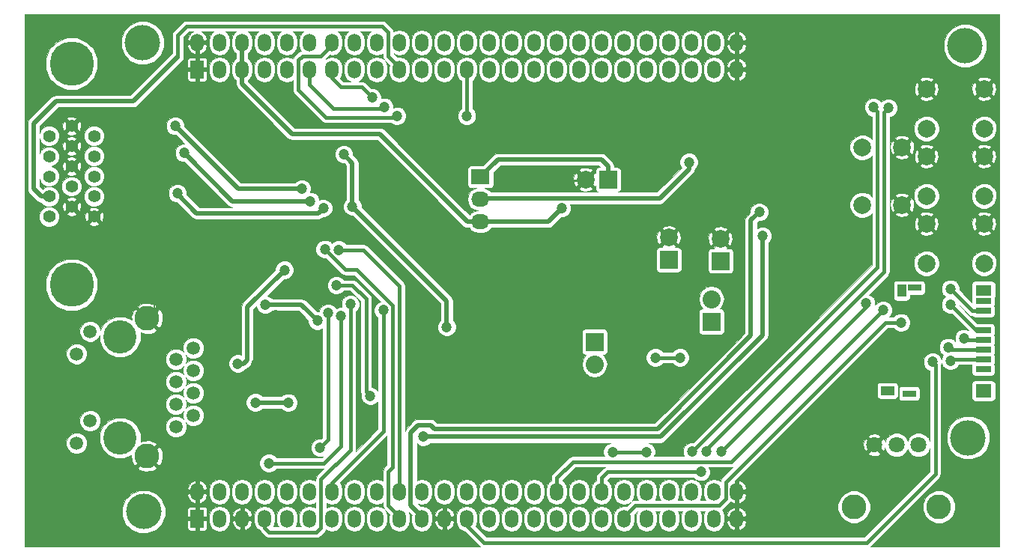
<source format=gbl>
%FSLAX46Y46*%
G04 Gerber Fmt 4.6, Leading zero omitted, Abs format (unit mm)*
G04 Created by KiCad (PCBNEW (2014-08-12 BZR 5067)-product) date sáb 27 sep 2014 09:39:28 ART*
%MOMM*%
G01*
G04 APERTURE LIST*
%ADD10C,0.150000*%
%ADD11O,1.500000X2.000000*%
%ADD12R,1.500000X2.000000*%
%ADD13C,1.800000*%
%ADD14C,2.800000*%
%ADD15C,4.000000*%
%ADD16R,1.500000X0.800000*%
%ADD17R,1.800000X1.500000*%
%ADD18R,1.800000X1.300000*%
%ADD19R,1.750000X0.700000*%
%ADD20R,1.000000X1.475000*%
%ADD21R,1.550000X1.000000*%
%ADD22C,3.750000*%
%ADD23C,1.500000*%
%ADD24C,5.000000*%
%ADD25C,1.400000*%
%ADD26R,2.032000X1.727200*%
%ADD27O,2.032000X1.727200*%
%ADD28R,2.032000X2.032000*%
%ADD29O,2.032000X2.032000*%
%ADD30C,2.000000*%
%ADD31R,1.998980X1.998980*%
%ADD32C,1.998980*%
%ADD33C,1.250000*%
%ADD34C,1.200000*%
%ADD35C,0.508000*%
%ADD36C,0.254000*%
%ADD37C,0.203200*%
%ADD38C,0.381000*%
%ADD39C,0.101600*%
G04 APERTURE END LIST*
D10*
D11*
X173375250Y-76926250D03*
X170835250Y-76926250D03*
X168295250Y-76926250D03*
X165755250Y-76926250D03*
X163215250Y-76926250D03*
X160675250Y-76926250D03*
X158135250Y-76926250D03*
X155595250Y-76926250D03*
X153055250Y-76926250D03*
X150515250Y-76926250D03*
X147975250Y-76926250D03*
X145435250Y-76926250D03*
X142895250Y-76926250D03*
X140355250Y-76926250D03*
X137815250Y-76926250D03*
X135275250Y-76926250D03*
X132735250Y-76926250D03*
X130195250Y-76926250D03*
X127655250Y-76926250D03*
X125115250Y-76926250D03*
X122575250Y-76926250D03*
X120035250Y-76926250D03*
X117495250Y-76926250D03*
X114955250Y-76926250D03*
D12*
X112415250Y-76926250D03*
D11*
X112415250Y-73886250D03*
X114955250Y-73886250D03*
X117495250Y-73886250D03*
X120035250Y-73886250D03*
X122575250Y-73886250D03*
X125115250Y-73886250D03*
X127655250Y-73886250D03*
X130195250Y-73886250D03*
X132735250Y-73886250D03*
X135275250Y-73886250D03*
X137815250Y-73886250D03*
X140355250Y-73886250D03*
X142895250Y-73886250D03*
X145435250Y-73886250D03*
X147975250Y-73886250D03*
X150515250Y-73886250D03*
X153055250Y-73886250D03*
X155595250Y-73886250D03*
X158135250Y-73886250D03*
X160675250Y-73886250D03*
X163215250Y-73886250D03*
X165755250Y-73886250D03*
X168295250Y-73886250D03*
X170835250Y-73886250D03*
X173375250Y-73886250D03*
X173375250Y-124686250D03*
X170835250Y-124686250D03*
X168295250Y-124686250D03*
X165755250Y-124686250D03*
X163215250Y-124686250D03*
X160675250Y-124686250D03*
X158135250Y-124686250D03*
X155595250Y-124686250D03*
X153055250Y-124686250D03*
X150515250Y-124686250D03*
X147975250Y-124686250D03*
X145435250Y-124686250D03*
X142895250Y-124686250D03*
X140355250Y-124686250D03*
X137815250Y-124686250D03*
X135275250Y-124686250D03*
X132735250Y-124686250D03*
X130195250Y-124686250D03*
X127655250Y-124686250D03*
X125115250Y-124686250D03*
X122575250Y-124686250D03*
X120035250Y-124686250D03*
X117495250Y-124686250D03*
X114955250Y-124686250D03*
X112415250Y-124686250D03*
D12*
X112415250Y-127726250D03*
D11*
X114955250Y-127726250D03*
X117495250Y-127726250D03*
X120035250Y-127726250D03*
X122575250Y-127726250D03*
X125115250Y-127726250D03*
X127655250Y-127726250D03*
X130195250Y-127726250D03*
X132735250Y-127726250D03*
X135275250Y-127726250D03*
X137815250Y-127726250D03*
X140355250Y-127726250D03*
X142895250Y-127726250D03*
X145435250Y-127726250D03*
X147975250Y-127726250D03*
X150515250Y-127726250D03*
X153055250Y-127726250D03*
X155595250Y-127726250D03*
X158135250Y-127726250D03*
X160675250Y-127726250D03*
X163215250Y-127726250D03*
X165755250Y-127726250D03*
X168295250Y-127726250D03*
X170835250Y-127726250D03*
X173375250Y-127726250D03*
D13*
X193952500Y-119380000D03*
X191452500Y-119380000D03*
X188952500Y-119380000D03*
D14*
X186652500Y-126380000D03*
X196252500Y-126380000D03*
D15*
X199199500Y-74231500D03*
X199555100Y-118567200D03*
X106235500Y-73914000D03*
X106362500Y-126936500D03*
D16*
X193524250Y-101617250D03*
D17*
X201274250Y-113242250D03*
D18*
X201274250Y-101892250D03*
D19*
X201249250Y-103092250D03*
X201249250Y-104192250D03*
X201249250Y-105292250D03*
X201249250Y-106392250D03*
X201249250Y-107492250D03*
X201249250Y-108592250D03*
X201249250Y-109692250D03*
X201249250Y-110792250D03*
D16*
X192874250Y-113567250D03*
D20*
X192024250Y-101954750D03*
D21*
X190449250Y-113242250D03*
D22*
X103695250Y-107156250D03*
X103695250Y-118586250D03*
D23*
X110035250Y-117316250D03*
X111985250Y-116046250D03*
X110035250Y-114776250D03*
X111985250Y-113506250D03*
X110035250Y-112236250D03*
X111985250Y-110966250D03*
X110035250Y-109696250D03*
X111985250Y-108426250D03*
X98795250Y-119196250D03*
X100315250Y-116656250D03*
X98795250Y-109086250D03*
X100315250Y-106546250D03*
D14*
X106745250Y-105096250D03*
X106745250Y-120646250D03*
D24*
X98234500Y-76272000D03*
D25*
X100774500Y-89012000D03*
X100774500Y-86732000D03*
X100774500Y-84452000D03*
X100774500Y-91292000D03*
X100774500Y-93572000D03*
X98234500Y-90152000D03*
X98234500Y-87872000D03*
X98234500Y-85592000D03*
X98234500Y-83312000D03*
D24*
X98234500Y-101262000D03*
D25*
X98234500Y-92432000D03*
X95694500Y-84452000D03*
X95694500Y-86772000D03*
X95694500Y-89012000D03*
X95694500Y-91292000D03*
X95694500Y-93572000D03*
D26*
X144430750Y-89058750D03*
D27*
X144430750Y-91598750D03*
X144430750Y-94138750D03*
D28*
X170529250Y-105441750D03*
D29*
X170529250Y-102901750D03*
D28*
X157321250Y-107727750D03*
D29*
X157321250Y-110267750D03*
D30*
X187582810Y-85744050D03*
X192083690Y-92246450D03*
X192083690Y-85744050D03*
X187582810Y-92246450D03*
X194837050Y-98865690D03*
X201339450Y-94364810D03*
X194837050Y-94364810D03*
X201339450Y-98865690D03*
X194837050Y-91245690D03*
X201339450Y-86744810D03*
X194837050Y-86744810D03*
X201339450Y-91245690D03*
X194837050Y-83625690D03*
X201339450Y-79124810D03*
X194837050Y-79124810D03*
X201339450Y-83625690D03*
D31*
X171545250Y-98583750D03*
D32*
X171545250Y-96043750D03*
D31*
X165703250Y-98456750D03*
D32*
X165703250Y-95916750D03*
D31*
X158845250Y-89376250D03*
D32*
X156305250Y-89376250D03*
D30*
X183928900Y-128701800D03*
D33*
X182928900Y-126001800D03*
X177928900Y-126001800D03*
D30*
X176928900Y-128701800D03*
D34*
X187134500Y-97282000D03*
X183578500Y-114808000D03*
X183578500Y-116840000D03*
X136969500Y-112293400D03*
X140398500Y-110236000D03*
X140398500Y-112522000D03*
X140398500Y-114808000D03*
X159092900Y-105562400D03*
X159804100Y-110566200D03*
X121297700Y-104724200D03*
X119113300Y-110261400D03*
X122313700Y-112014000D03*
X127635000Y-95631000D03*
X164052250Y-114839750D03*
X151860250Y-89503250D03*
X149447250Y-89503250D03*
X147288250Y-89503250D03*
X107537250Y-101377750D03*
X107537250Y-98837750D03*
X107537250Y-96297750D03*
X112363250Y-80295750D03*
X114141250Y-82073750D03*
X116173250Y-84105750D03*
X118459250Y-86391750D03*
X150717250Y-96043750D03*
X150717250Y-98329750D03*
X150717250Y-100869750D03*
X166433500Y-120142000D03*
X118967250Y-114585750D03*
X122720100Y-114604800D03*
X129952750Y-92424250D03*
X128974850Y-86518750D03*
X122269250Y-99599750D03*
X116998750Y-110178850D03*
X167989250Y-87407750D03*
X140627100Y-106045000D03*
X199072500Y-107315000D03*
X166973250Y-109505750D03*
X164179250Y-109505750D03*
X129730500Y-103479600D03*
X126301500Y-119697500D03*
X127190500Y-104457500D03*
X133438900Y-104165400D03*
X128130300Y-101320600D03*
X131991100Y-113868200D03*
X195516500Y-109982000D03*
X189928500Y-104140000D03*
X171640500Y-120142000D03*
X169354500Y-122428000D03*
X188023500Y-103378000D03*
X191960500Y-105537000D03*
X159353250Y-120173750D03*
X163163250Y-120173750D03*
X133546850Y-81159350D03*
X132200650Y-80117950D03*
X134994650Y-82175350D03*
X197294500Y-108331000D03*
X197548500Y-101727000D03*
X153638250Y-92614750D03*
X120491250Y-121443750D03*
X128651000Y-104838500D03*
X125984000Y-105346500D03*
X120129300Y-103530400D03*
X197548500Y-103505000D03*
X197548500Y-109855000D03*
X125190250Y-91827350D03*
X110934500Y-86360000D03*
X124225050Y-90404950D03*
X109918500Y-83312000D03*
X126663450Y-92614750D03*
X110172500Y-90932000D03*
X188842650Y-81210150D03*
X168338500Y-120142000D03*
X190519050Y-81286350D03*
X169989500Y-120142000D03*
X142894050Y-82200750D03*
X137941050Y-118471950D03*
X176295050Y-95764350D03*
X128365250Y-97313750D03*
X126841250Y-97250250D03*
X175939450Y-93046550D03*
D35*
X183578500Y-116840000D02*
X183578500Y-114808000D01*
X136969500Y-112293400D02*
X137883900Y-112293400D01*
X140398500Y-112522000D02*
X140398500Y-110236000D01*
X137883900Y-112293400D02*
X140398500Y-114808000D01*
X159804100Y-106273600D02*
X159092900Y-105562400D01*
X159804100Y-110566200D02*
X159804100Y-106273600D01*
X120561100Y-110261400D02*
X120561100Y-105460800D01*
X120561100Y-105460800D02*
X121297700Y-104724200D01*
X120561100Y-110261400D02*
X119113300Y-110261400D01*
X122313700Y-112014000D02*
X120561100Y-110261400D01*
D36*
X156305250Y-89376250D02*
X156178250Y-89503250D01*
X156178250Y-89503250D02*
X151860250Y-89503250D01*
X149447250Y-89503250D02*
X147288250Y-89503250D01*
D37*
X107495250Y-105096250D02*
X107537250Y-105054250D01*
X107537250Y-105054250D02*
X107537250Y-101377750D01*
X107537250Y-98837750D02*
X107537250Y-96297750D01*
X112415250Y-76676250D02*
X112363250Y-76728250D01*
X112363250Y-76728250D02*
X112363250Y-80295750D01*
X114141250Y-82073750D02*
X116173250Y-84105750D01*
X150717250Y-98329750D02*
X150717250Y-100869750D01*
D35*
X122701050Y-114585750D02*
X118967250Y-114585750D01*
X122720100Y-114604800D02*
X122701050Y-114585750D01*
X129952750Y-92424250D02*
X129952750Y-87496650D01*
X129952750Y-87496650D02*
X128974850Y-86518750D01*
X118078250Y-109759750D02*
X117659150Y-110178850D01*
X122269250Y-99599750D02*
X118078250Y-103790750D01*
X118078250Y-103790750D02*
X118078250Y-109759750D01*
X117659150Y-110178850D02*
X116998750Y-110178850D01*
X144557750Y-91471750D02*
X144430750Y-91598750D01*
X167989250Y-88169750D02*
X164687250Y-91471750D01*
X164687250Y-91471750D02*
X144557750Y-91471750D01*
X167989250Y-87407750D02*
X167989250Y-88169750D01*
X140627100Y-106045000D02*
X140627100Y-103098600D01*
X140627100Y-103098600D02*
X129952750Y-92424250D01*
D38*
X199249750Y-107492250D02*
X199072500Y-107315000D01*
X201249250Y-107492250D02*
X199249750Y-107492250D01*
X166973250Y-109505750D02*
X164179250Y-109505750D01*
X129730500Y-103479600D02*
X129730500Y-119951500D01*
X126396750Y-123285250D02*
X129730500Y-119951500D01*
X126396750Y-123285250D02*
X126396750Y-128746250D01*
X126396750Y-128746250D02*
X125888750Y-129254250D01*
X125888750Y-129254250D02*
X120554750Y-129254250D01*
X120554750Y-129254250D02*
X120035250Y-128734750D01*
D36*
X120035250Y-128734750D02*
X120035250Y-127476250D01*
D38*
X127190500Y-104457500D02*
X127190500Y-118808500D01*
X127190500Y-118808500D02*
X126301500Y-119697500D01*
X127655250Y-123639650D02*
X127655250Y-124936250D01*
X133438900Y-117856000D02*
X127655250Y-123639650D01*
X133438900Y-104165400D02*
X133438900Y-117856000D01*
X127655250Y-123995250D02*
X127655250Y-124936250D01*
X128130300Y-101320600D02*
X129959100Y-101320600D01*
X131508500Y-113385600D02*
X131991100Y-113868200D01*
X131508500Y-102870000D02*
X131508500Y-113385600D01*
X129959100Y-101320600D02*
X131508500Y-102870000D01*
X142895250Y-127476250D02*
X142895250Y-128480750D01*
X142895250Y-128480750D02*
X144843500Y-130429000D01*
X144843500Y-130429000D02*
X188074300Y-130429000D01*
X188074300Y-130429000D02*
X195846700Y-122656600D01*
X195846700Y-122656600D02*
X195846700Y-110312200D01*
X195846700Y-110312200D02*
X195516500Y-109982000D01*
D36*
X153055250Y-124936250D02*
X153055250Y-125178750D01*
D38*
X153055250Y-123106250D02*
X154876500Y-121285000D01*
X154876500Y-121285000D02*
X172783500Y-121285000D01*
X172783500Y-121285000D02*
X189928500Y-104140000D01*
X153055250Y-124936250D02*
X153055250Y-123106250D01*
X188023500Y-103759000D02*
X171640500Y-120142000D01*
X169354500Y-122428000D02*
X158813500Y-122428000D01*
X158813500Y-122428000D02*
X158135250Y-123106250D01*
X158135250Y-123106250D02*
X158135250Y-124936250D01*
X188023500Y-103378000D02*
X188023500Y-103759000D01*
X161913500Y-126238000D02*
X171386500Y-126238000D01*
X171386500Y-126238000D02*
X172148500Y-125476000D01*
X172148500Y-125476000D02*
X172148500Y-123571000D01*
X172148500Y-123571000D02*
X190182500Y-105537000D01*
X190182500Y-105537000D02*
X191960500Y-105537000D01*
X160675250Y-127476250D02*
X161913500Y-126238000D01*
X159353250Y-120173750D02*
X163163250Y-120173750D01*
X133546850Y-81159350D02*
X133394450Y-81311750D01*
X133394450Y-81311750D02*
X127781050Y-81311750D01*
X127781050Y-81311750D02*
X125115250Y-78645950D01*
X125115250Y-78645950D02*
X125115250Y-76676250D01*
X127666750Y-76687750D02*
X127655250Y-76676250D01*
X127655250Y-77909350D02*
X127655250Y-76676250D01*
X132200650Y-80117950D02*
X130981450Y-78898750D01*
X130981450Y-78898750D02*
X128644650Y-78898750D01*
X128644650Y-78898750D02*
X127655250Y-77909350D01*
X134994650Y-82175350D02*
X134816850Y-82353150D01*
X134816850Y-82353150D02*
X126993650Y-82353150D01*
X126993650Y-82353150D02*
X123844050Y-79203550D01*
X123844050Y-79203550D02*
X123844050Y-75876150D01*
X123844050Y-75876150D02*
X124326650Y-75393550D01*
X124326650Y-75393550D02*
X126397950Y-75393550D01*
X126397950Y-75393550D02*
X127655250Y-74136250D01*
X197555750Y-108592250D02*
X197294500Y-108331000D01*
X201249250Y-108592250D02*
X197555750Y-108592250D01*
X200013750Y-104192250D02*
X197548500Y-101727000D01*
X201249250Y-104192250D02*
X200013750Y-104192250D01*
D35*
X158845250Y-87852250D02*
X158083250Y-87090250D01*
X158083250Y-87090250D02*
X146399250Y-87090250D01*
X146399250Y-87090250D02*
X144430750Y-89058750D01*
X158845250Y-89376250D02*
X158845250Y-87852250D01*
X144430750Y-94138750D02*
X152114250Y-94138750D01*
X153638250Y-92614750D02*
X152114250Y-94138750D01*
X142970250Y-94138750D02*
X133051558Y-84220058D01*
X133051558Y-84220058D02*
X123145558Y-84220058D01*
X123145558Y-84220058D02*
X117495250Y-78569750D01*
X117495250Y-78569750D02*
X117495250Y-76676250D01*
X144430750Y-94138750D02*
X142970250Y-94138750D01*
X117495250Y-74136250D02*
X117495250Y-76676250D01*
D38*
X126714250Y-121443750D02*
X120491250Y-121443750D01*
X128651000Y-119507000D02*
X126714250Y-121443750D01*
X128651000Y-104838500D02*
X128651000Y-119507000D01*
D35*
X125984000Y-105346500D02*
X124167900Y-103530400D01*
X124167900Y-103530400D02*
X120129300Y-103530400D01*
D38*
X200435750Y-106392250D02*
X197548500Y-103505000D01*
X201249250Y-106392250D02*
X200435750Y-106392250D01*
X197711250Y-109692250D02*
X197548500Y-109855000D01*
X201249250Y-109692250D02*
X197711250Y-109692250D01*
D35*
X116376450Y-91827350D02*
X110934500Y-86385400D01*
X125190250Y-91827350D02*
X116376450Y-91827350D01*
X110934500Y-86385400D02*
X110934500Y-86360000D01*
X109918500Y-83312000D02*
X117011450Y-90404950D01*
X117011450Y-90404950D02*
X124225050Y-90404950D01*
X112337850Y-93198950D02*
X110172500Y-91033600D01*
X126663450Y-92614750D02*
X126079250Y-93198950D01*
X126079250Y-93198950D02*
X112337850Y-93198950D01*
X110172500Y-91033600D02*
X110172500Y-90932000D01*
D38*
X155595250Y-74136250D02*
X155595250Y-73131750D01*
X188842650Y-81210150D02*
X189299850Y-81667350D01*
X189299850Y-81667350D02*
X189299850Y-99269550D01*
X189299850Y-99269550D02*
X168338500Y-120142000D01*
X190519050Y-81286350D02*
X190061850Y-81743550D01*
X190061850Y-81743550D02*
X190061850Y-99777550D01*
X190061850Y-99777550D02*
X170287950Y-119551450D01*
X169989500Y-119849900D02*
X169989500Y-120142000D01*
X170287950Y-119551450D02*
X169989500Y-119849900D01*
D35*
X110204250Y-75469750D02*
X105156000Y-80518000D01*
D38*
X135275250Y-76676250D02*
X134004050Y-75405050D01*
X110204250Y-75469750D02*
X110204250Y-73056750D01*
X110204250Y-73056750D02*
X111220250Y-72040750D01*
X111220250Y-72040750D02*
X133318250Y-72040750D01*
X133318250Y-72040750D02*
X134004050Y-72726550D01*
X134004050Y-72726550D02*
X134004050Y-75405050D01*
D35*
X94784500Y-91292000D02*
X95694500Y-91292000D01*
X93916500Y-90424000D02*
X94784500Y-91292000D01*
X93916500Y-83058000D02*
X93916500Y-90424000D01*
X96456500Y-80518000D02*
X93916500Y-83058000D01*
X105156000Y-80518000D02*
X96456500Y-80518000D01*
D38*
X142894050Y-82200750D02*
X142895250Y-82199550D01*
X142895250Y-82199550D02*
X142895250Y-76676250D01*
D35*
X164788850Y-118471950D02*
X137941050Y-118471950D01*
X176295050Y-106965750D02*
X164788850Y-118471950D01*
X176295050Y-95764350D02*
X176295050Y-106965750D01*
D38*
X135274050Y-124935050D02*
X135275250Y-124936250D01*
X135274050Y-101377750D02*
X131210050Y-97313750D01*
X131210050Y-97313750D02*
X128365250Y-97313750D01*
X135274050Y-124935050D02*
X135274050Y-101377750D01*
X134461248Y-103638348D02*
X130416300Y-99593400D01*
X130416300Y-99593400D02*
X129184400Y-99593400D01*
X129184400Y-99593400D02*
X126841250Y-97250250D01*
X134016750Y-126217750D02*
X135275250Y-127476250D01*
X134016750Y-122384668D02*
X134016750Y-126217750D01*
X134461248Y-121940170D02*
X134016750Y-122384668D01*
X134461248Y-103638348D02*
X134461248Y-121940170D01*
D35*
X137815250Y-127476250D02*
X136556750Y-126217750D01*
X137382250Y-117151150D02*
X136556750Y-117976650D01*
X138779250Y-117151150D02*
X137382250Y-117151150D01*
X139236450Y-117608350D02*
X138779250Y-117151150D01*
X164433250Y-117608350D02*
X139236450Y-117608350D01*
X174999650Y-107041950D02*
X164433250Y-117608350D01*
X174999650Y-93986350D02*
X174999650Y-107041950D01*
X175939450Y-93046550D02*
X174999650Y-93986350D01*
X136556750Y-126217750D02*
X136556750Y-117976650D01*
D39*
G36*
X157968092Y-87944960D02*
X157759870Y-87944960D01*
X157601165Y-88010697D01*
X157479698Y-88132165D01*
X157413960Y-88290869D01*
X157413960Y-88462650D01*
X157413960Y-88663952D01*
X157349029Y-88619839D01*
X157061661Y-88907207D01*
X157061661Y-88332471D01*
X156941225Y-88155201D01*
X156425539Y-88004771D01*
X155891540Y-88063136D01*
X155669275Y-88155201D01*
X155548839Y-88332471D01*
X156305250Y-89088882D01*
X157061661Y-88332471D01*
X157061661Y-88907207D01*
X156592618Y-89376250D01*
X157349029Y-90132661D01*
X157413960Y-90088547D01*
X157413960Y-90461630D01*
X157479697Y-90620335D01*
X157601165Y-90741802D01*
X157707746Y-90785950D01*
X157061661Y-90785950D01*
X157061661Y-90420029D01*
X156305250Y-89663618D01*
X156017882Y-89950986D01*
X156017882Y-89376250D01*
X155261471Y-88619839D01*
X155084201Y-88740275D01*
X154933771Y-89255961D01*
X154992136Y-89789960D01*
X155084201Y-90012225D01*
X155261471Y-90132661D01*
X156017882Y-89376250D01*
X156017882Y-89950986D01*
X155548839Y-90420029D01*
X155669275Y-90597299D01*
X156184961Y-90747729D01*
X156718960Y-90689364D01*
X156941225Y-90597299D01*
X157061661Y-90420029D01*
X157061661Y-90785950D01*
X145596446Y-90785950D01*
X145527500Y-90682764D01*
X145107242Y-90401956D01*
X144866903Y-90354150D01*
X145532640Y-90354150D01*
X145691345Y-90288413D01*
X145812812Y-90166945D01*
X145878550Y-90008241D01*
X145878550Y-89836460D01*
X145878550Y-88580818D01*
X146683318Y-87776050D01*
X157799182Y-87776050D01*
X157968092Y-87944960D01*
X157968092Y-87944960D01*
G37*
X157968092Y-87944960D02*
X157759870Y-87944960D01*
X157601165Y-88010697D01*
X157479698Y-88132165D01*
X157413960Y-88290869D01*
X157413960Y-88462650D01*
X157413960Y-88663952D01*
X157349029Y-88619839D01*
X157061661Y-88907207D01*
X157061661Y-88332471D01*
X156941225Y-88155201D01*
X156425539Y-88004771D01*
X155891540Y-88063136D01*
X155669275Y-88155201D01*
X155548839Y-88332471D01*
X156305250Y-89088882D01*
X157061661Y-88332471D01*
X157061661Y-88907207D01*
X156592618Y-89376250D01*
X157349029Y-90132661D01*
X157413960Y-90088547D01*
X157413960Y-90461630D01*
X157479697Y-90620335D01*
X157601165Y-90741802D01*
X157707746Y-90785950D01*
X157061661Y-90785950D01*
X157061661Y-90420029D01*
X156305250Y-89663618D01*
X156017882Y-89950986D01*
X156017882Y-89376250D01*
X155261471Y-88619839D01*
X155084201Y-88740275D01*
X154933771Y-89255961D01*
X154992136Y-89789960D01*
X155084201Y-90012225D01*
X155261471Y-90132661D01*
X156017882Y-89376250D01*
X156017882Y-89950986D01*
X155548839Y-90420029D01*
X155669275Y-90597299D01*
X156184961Y-90747729D01*
X156718960Y-90689364D01*
X156941225Y-90597299D01*
X157061661Y-90420029D01*
X157061661Y-90785950D01*
X145596446Y-90785950D01*
X145527500Y-90682764D01*
X145107242Y-90401956D01*
X144866903Y-90354150D01*
X145532640Y-90354150D01*
X145691345Y-90288413D01*
X145812812Y-90166945D01*
X145878550Y-90008241D01*
X145878550Y-89836460D01*
X145878550Y-88580818D01*
X146683318Y-87776050D01*
X157799182Y-87776050D01*
X157968092Y-87944960D01*
G36*
X203042772Y-130843020D02*
X202771498Y-130843020D01*
X202771498Y-98582137D01*
X202771498Y-90962137D01*
X202771498Y-83342137D01*
X202711441Y-83196787D01*
X202711441Y-79245222D01*
X202653084Y-78711017D01*
X202560925Y-78488526D01*
X202383602Y-78368026D01*
X202096234Y-78655394D01*
X202096234Y-78080658D01*
X201975734Y-77903335D01*
X201631721Y-77802962D01*
X201631721Y-73749907D01*
X201262282Y-72855795D01*
X200578803Y-72171122D01*
X199685337Y-71800123D01*
X198717907Y-71799279D01*
X197823795Y-72168718D01*
X197139122Y-72852197D01*
X196768123Y-73745663D01*
X196767279Y-74713093D01*
X197136718Y-75607205D01*
X197820197Y-76291878D01*
X198713663Y-76662877D01*
X199681093Y-76663721D01*
X200575205Y-76294282D01*
X201259878Y-75610803D01*
X201630877Y-74717337D01*
X201631721Y-73749907D01*
X201631721Y-77802962D01*
X201459862Y-77752819D01*
X200925657Y-77811176D01*
X200703166Y-77903335D01*
X200582666Y-78080658D01*
X201339450Y-78837442D01*
X202096234Y-78080658D01*
X202096234Y-78655394D01*
X201626818Y-79124810D01*
X202383602Y-79881594D01*
X202560925Y-79761094D01*
X202711441Y-79245222D01*
X202711441Y-83196787D01*
X202553979Y-82815700D01*
X202151559Y-82412576D01*
X202096234Y-82389603D01*
X202096234Y-80168962D01*
X201339450Y-79412178D01*
X201052082Y-79699546D01*
X201052082Y-79124810D01*
X200295298Y-78368026D01*
X200117975Y-78488526D01*
X199967459Y-79004398D01*
X200025816Y-79538603D01*
X200117975Y-79761094D01*
X200295298Y-79881594D01*
X201052082Y-79124810D01*
X201052082Y-79699546D01*
X200582666Y-80168962D01*
X200703166Y-80346285D01*
X201219038Y-80496801D01*
X201753243Y-80438444D01*
X201975734Y-80346285D01*
X202096234Y-80168962D01*
X202096234Y-82389603D01*
X201625502Y-82194139D01*
X201055897Y-82193642D01*
X200529460Y-82411161D01*
X200126336Y-82813581D01*
X199907899Y-83339638D01*
X199907402Y-83909243D01*
X200124921Y-84435680D01*
X200527341Y-84838804D01*
X201053398Y-85057241D01*
X201623003Y-85057738D01*
X202149440Y-84840219D01*
X202552564Y-84437799D01*
X202771001Y-83911742D01*
X202771498Y-83342137D01*
X202771498Y-90962137D01*
X202711441Y-90816787D01*
X202711441Y-86865222D01*
X202653084Y-86331017D01*
X202560925Y-86108526D01*
X202383602Y-85988026D01*
X202096234Y-86275394D01*
X202096234Y-85700658D01*
X201975734Y-85523335D01*
X201459862Y-85372819D01*
X200925657Y-85431176D01*
X200703166Y-85523335D01*
X200582666Y-85700658D01*
X201339450Y-86457442D01*
X202096234Y-85700658D01*
X202096234Y-86275394D01*
X201626818Y-86744810D01*
X202383602Y-87501594D01*
X202560925Y-87381094D01*
X202711441Y-86865222D01*
X202711441Y-90816787D01*
X202553979Y-90435700D01*
X202151559Y-90032576D01*
X202096234Y-90009603D01*
X202096234Y-87788962D01*
X201339450Y-87032178D01*
X201052082Y-87319546D01*
X201052082Y-86744810D01*
X200295298Y-85988026D01*
X200117975Y-86108526D01*
X199967459Y-86624398D01*
X200025816Y-87158603D01*
X200117975Y-87381094D01*
X200295298Y-87501594D01*
X201052082Y-86744810D01*
X201052082Y-87319546D01*
X200582666Y-87788962D01*
X200703166Y-87966285D01*
X201219038Y-88116801D01*
X201753243Y-88058444D01*
X201975734Y-87966285D01*
X202096234Y-87788962D01*
X202096234Y-90009603D01*
X201625502Y-89814139D01*
X201055897Y-89813642D01*
X200529460Y-90031161D01*
X200126336Y-90433581D01*
X199907899Y-90959638D01*
X199907402Y-91529243D01*
X200124921Y-92055680D01*
X200527341Y-92458804D01*
X201053398Y-92677241D01*
X201623003Y-92677738D01*
X202149440Y-92460219D01*
X202552564Y-92057799D01*
X202771001Y-91531742D01*
X202771498Y-90962137D01*
X202771498Y-98582137D01*
X202711441Y-98436787D01*
X202711441Y-94485222D01*
X202653084Y-93951017D01*
X202560925Y-93728526D01*
X202383602Y-93608026D01*
X202096234Y-93895394D01*
X202096234Y-93320658D01*
X201975734Y-93143335D01*
X201459862Y-92992819D01*
X200925657Y-93051176D01*
X200703166Y-93143335D01*
X200582666Y-93320658D01*
X201339450Y-94077442D01*
X202096234Y-93320658D01*
X202096234Y-93895394D01*
X201626818Y-94364810D01*
X202383602Y-95121594D01*
X202560925Y-95001094D01*
X202711441Y-94485222D01*
X202711441Y-98436787D01*
X202553979Y-98055700D01*
X202151559Y-97652576D01*
X202096234Y-97629603D01*
X202096234Y-95408962D01*
X201339450Y-94652178D01*
X201052082Y-94939546D01*
X201052082Y-94364810D01*
X200295298Y-93608026D01*
X200117975Y-93728526D01*
X199967459Y-94244398D01*
X200025816Y-94778603D01*
X200117975Y-95001094D01*
X200295298Y-95121594D01*
X201052082Y-94364810D01*
X201052082Y-94939546D01*
X200582666Y-95408962D01*
X200703166Y-95586285D01*
X201219038Y-95736801D01*
X201753243Y-95678444D01*
X201975734Y-95586285D01*
X202096234Y-95408962D01*
X202096234Y-97629603D01*
X201625502Y-97434139D01*
X201055897Y-97433642D01*
X200529460Y-97651161D01*
X200126336Y-98053581D01*
X199907899Y-98579638D01*
X199907402Y-99149243D01*
X200124921Y-99675680D01*
X200527341Y-100078804D01*
X201053398Y-100297241D01*
X201623003Y-100297738D01*
X202149440Y-100080219D01*
X202552564Y-99677799D01*
X202771001Y-99151742D01*
X202771498Y-98582137D01*
X202771498Y-130843020D01*
X202606050Y-130843020D01*
X202606050Y-114078141D01*
X202606050Y-113906360D01*
X202606050Y-112406360D01*
X202540313Y-112247655D01*
X202418845Y-112126188D01*
X202260141Y-112060450D01*
X202088360Y-112060450D01*
X200288360Y-112060450D01*
X200129655Y-112126187D01*
X200008188Y-112247655D01*
X199942450Y-112406359D01*
X199942450Y-112578140D01*
X199942450Y-114078140D01*
X200008187Y-114236845D01*
X200129655Y-114358312D01*
X200288359Y-114424050D01*
X200460140Y-114424050D01*
X202260140Y-114424050D01*
X202418845Y-114358313D01*
X202540312Y-114236845D01*
X202606050Y-114078141D01*
X202606050Y-130843020D01*
X201987321Y-130843020D01*
X201987321Y-118085607D01*
X201617882Y-117191495D01*
X200934403Y-116506822D01*
X200040937Y-116135823D01*
X199073507Y-116134979D01*
X198179395Y-116504418D01*
X197494722Y-117187897D01*
X197123723Y-118081363D01*
X197122879Y-119048793D01*
X197492318Y-119942905D01*
X198175797Y-120627578D01*
X199069263Y-120998577D01*
X200036693Y-120999421D01*
X200930805Y-120629982D01*
X201615478Y-119946503D01*
X201986477Y-119053037D01*
X201987321Y-118085607D01*
X201987321Y-130843020D01*
X198084617Y-130843020D01*
X198084617Y-126017231D01*
X197806330Y-125343724D01*
X197291486Y-124827981D01*
X196618466Y-124548519D01*
X195889731Y-124547883D01*
X195216224Y-124826170D01*
X194700481Y-125341014D01*
X194421019Y-126014034D01*
X194420383Y-126742769D01*
X194698670Y-127416276D01*
X195213514Y-127932019D01*
X195886534Y-128211481D01*
X196615269Y-128212117D01*
X197288776Y-127933830D01*
X197804519Y-127418986D01*
X198083981Y-126745966D01*
X198084617Y-126017231D01*
X198084617Y-130843020D01*
X188540345Y-130843020D01*
X196286729Y-123096635D01*
X196286732Y-123096633D01*
X196286733Y-123096633D01*
X196421630Y-122894744D01*
X196469000Y-122656600D01*
X196469000Y-110378680D01*
X196548120Y-110188138D01*
X196548165Y-110135922D01*
X196673273Y-110438704D01*
X196963269Y-110729207D01*
X197342362Y-110886620D01*
X197752837Y-110886979D01*
X198132204Y-110730227D01*
X198422707Y-110440231D01*
X198474894Y-110314550D01*
X199959768Y-110314550D01*
X199942450Y-110356359D01*
X199942450Y-110528140D01*
X199942450Y-111228140D01*
X200008187Y-111386845D01*
X200129655Y-111508312D01*
X200288359Y-111574050D01*
X200460140Y-111574050D01*
X202210140Y-111574050D01*
X202368845Y-111508313D01*
X202490312Y-111386845D01*
X202556050Y-111228141D01*
X202556050Y-111056360D01*
X202556050Y-110356360D01*
X202508784Y-110242249D01*
X202556050Y-110128141D01*
X202556050Y-109956360D01*
X202556050Y-109256360D01*
X202508784Y-109142249D01*
X202556050Y-109028141D01*
X202556050Y-108856360D01*
X202556050Y-108156360D01*
X202508784Y-108042249D01*
X202556050Y-107928141D01*
X202556050Y-107756360D01*
X202556050Y-107056360D01*
X202508784Y-106942249D01*
X202556050Y-106828141D01*
X202556050Y-106656360D01*
X202556050Y-105956360D01*
X202490313Y-105797655D01*
X202368845Y-105676188D01*
X202210141Y-105610450D01*
X202038360Y-105610450D01*
X200534015Y-105610450D01*
X198580167Y-103656601D01*
X198580183Y-103638749D01*
X199573717Y-104632283D01*
X199775606Y-104767180D01*
X200013750Y-104814551D01*
X200013750Y-104814550D01*
X200013755Y-104814550D01*
X200035892Y-104814550D01*
X200129655Y-104908312D01*
X200288359Y-104974050D01*
X200460140Y-104974050D01*
X202210140Y-104974050D01*
X202368845Y-104908313D01*
X202490312Y-104786845D01*
X202556050Y-104628141D01*
X202556050Y-104456360D01*
X202556050Y-103756360D01*
X202508784Y-103642249D01*
X202556050Y-103528141D01*
X202556050Y-103356360D01*
X202556050Y-102748850D01*
X202606050Y-102628141D01*
X202606050Y-102456360D01*
X202606050Y-101156360D01*
X202540313Y-100997655D01*
X202418845Y-100876188D01*
X202260141Y-100810450D01*
X202088360Y-100810450D01*
X200288360Y-100810450D01*
X200129655Y-100876187D01*
X200008188Y-100997655D01*
X199942450Y-101156359D01*
X199942450Y-101328140D01*
X199942450Y-102628140D01*
X199948294Y-102642249D01*
X199942450Y-102656359D01*
X199942450Y-102828140D01*
X199942450Y-103240884D01*
X198580167Y-101878601D01*
X198580479Y-101522663D01*
X198423727Y-101143296D01*
X198133731Y-100852793D01*
X197754638Y-100695380D01*
X197344163Y-100695021D01*
X196964796Y-100851773D01*
X196674293Y-101141769D01*
X196516880Y-101520862D01*
X196516521Y-101931337D01*
X196673273Y-102310704D01*
X196963269Y-102601207D01*
X196998512Y-102615841D01*
X196964796Y-102629773D01*
X196674293Y-102919769D01*
X196516880Y-103298862D01*
X196516521Y-103709337D01*
X196673273Y-104088704D01*
X196963269Y-104379207D01*
X197342362Y-104536620D01*
X197700367Y-104536933D01*
X199566235Y-106402800D01*
X199278638Y-106283380D01*
X198868163Y-106283021D01*
X198488796Y-106439773D01*
X198198293Y-106729769D01*
X198040880Y-107108862D01*
X198040521Y-107519337D01*
X198109983Y-107687447D01*
X197879731Y-107456793D01*
X197500638Y-107299380D01*
X197090163Y-107299021D01*
X196710796Y-107455773D01*
X196420293Y-107745769D01*
X196269098Y-108109887D01*
X196269098Y-98582137D01*
X196269098Y-90962137D01*
X196269098Y-83342137D01*
X196209041Y-83196787D01*
X196209041Y-79245222D01*
X196150684Y-78711017D01*
X196058525Y-78488526D01*
X195881202Y-78368026D01*
X195593834Y-78655394D01*
X195593834Y-78080658D01*
X195473334Y-77903335D01*
X194957462Y-77752819D01*
X194423257Y-77811176D01*
X194200766Y-77903335D01*
X194080266Y-78080658D01*
X194837050Y-78837442D01*
X195593834Y-78080658D01*
X195593834Y-78655394D01*
X195124418Y-79124810D01*
X195881202Y-79881594D01*
X196058525Y-79761094D01*
X196209041Y-79245222D01*
X196209041Y-83196787D01*
X196051579Y-82815700D01*
X195649159Y-82412576D01*
X195593834Y-82389603D01*
X195593834Y-80168962D01*
X194837050Y-79412178D01*
X194549682Y-79699546D01*
X194549682Y-79124810D01*
X193792898Y-78368026D01*
X193615575Y-78488526D01*
X193465059Y-79004398D01*
X193523416Y-79538603D01*
X193615575Y-79761094D01*
X193792898Y-79881594D01*
X194549682Y-79124810D01*
X194549682Y-79699546D01*
X194080266Y-80168962D01*
X194200766Y-80346285D01*
X194716638Y-80496801D01*
X195250843Y-80438444D01*
X195473334Y-80346285D01*
X195593834Y-80168962D01*
X195593834Y-82389603D01*
X195123102Y-82194139D01*
X194553497Y-82193642D01*
X194027060Y-82411161D01*
X193623936Y-82813581D01*
X193405499Y-83339638D01*
X193405002Y-83909243D01*
X193622521Y-84435680D01*
X194024941Y-84838804D01*
X194550998Y-85057241D01*
X195120603Y-85057738D01*
X195647040Y-84840219D01*
X196050164Y-84437799D01*
X196268601Y-83911742D01*
X196269098Y-83342137D01*
X196269098Y-90962137D01*
X196209041Y-90816787D01*
X196209041Y-86865222D01*
X196150684Y-86331017D01*
X196058525Y-86108526D01*
X195881202Y-85988026D01*
X195593834Y-86275394D01*
X195593834Y-85700658D01*
X195473334Y-85523335D01*
X194957462Y-85372819D01*
X194423257Y-85431176D01*
X194200766Y-85523335D01*
X194080266Y-85700658D01*
X194837050Y-86457442D01*
X195593834Y-85700658D01*
X195593834Y-86275394D01*
X195124418Y-86744810D01*
X195881202Y-87501594D01*
X196058525Y-87381094D01*
X196209041Y-86865222D01*
X196209041Y-90816787D01*
X196051579Y-90435700D01*
X195649159Y-90032576D01*
X195593834Y-90009603D01*
X195593834Y-87788962D01*
X194837050Y-87032178D01*
X194549682Y-87319546D01*
X194549682Y-86744810D01*
X193792898Y-85988026D01*
X193615575Y-86108526D01*
X193465059Y-86624398D01*
X193523416Y-87158603D01*
X193615575Y-87381094D01*
X193792898Y-87501594D01*
X194549682Y-86744810D01*
X194549682Y-87319546D01*
X194080266Y-87788962D01*
X194200766Y-87966285D01*
X194716638Y-88116801D01*
X195250843Y-88058444D01*
X195473334Y-87966285D01*
X195593834Y-87788962D01*
X195593834Y-90009603D01*
X195123102Y-89814139D01*
X194553497Y-89813642D01*
X194027060Y-90031161D01*
X193623936Y-90433581D01*
X193455681Y-90838785D01*
X193455681Y-85864462D01*
X193397324Y-85330257D01*
X193305165Y-85107766D01*
X193127842Y-84987266D01*
X192840474Y-85274634D01*
X192840474Y-84699898D01*
X192719974Y-84522575D01*
X192204102Y-84372059D01*
X191669897Y-84430416D01*
X191447406Y-84522575D01*
X191326906Y-84699898D01*
X192083690Y-85456682D01*
X192840474Y-84699898D01*
X192840474Y-85274634D01*
X192371058Y-85744050D01*
X193127842Y-86500834D01*
X193305165Y-86380334D01*
X193455681Y-85864462D01*
X193455681Y-90838785D01*
X193405499Y-90959638D01*
X193405002Y-91529243D01*
X193622521Y-92055680D01*
X194024941Y-92458804D01*
X194550998Y-92677241D01*
X195120603Y-92677738D01*
X195647040Y-92460219D01*
X196050164Y-92057799D01*
X196268601Y-91531742D01*
X196269098Y-90962137D01*
X196269098Y-98582137D01*
X196209041Y-98436787D01*
X196209041Y-94485222D01*
X196150684Y-93951017D01*
X196058525Y-93728526D01*
X195881202Y-93608026D01*
X195593834Y-93895394D01*
X195593834Y-93320658D01*
X195473334Y-93143335D01*
X194957462Y-92992819D01*
X194423257Y-93051176D01*
X194200766Y-93143335D01*
X194080266Y-93320658D01*
X194837050Y-94077442D01*
X195593834Y-93320658D01*
X195593834Y-93895394D01*
X195124418Y-94364810D01*
X195881202Y-95121594D01*
X196058525Y-95001094D01*
X196209041Y-94485222D01*
X196209041Y-98436787D01*
X196051579Y-98055700D01*
X195649159Y-97652576D01*
X195593834Y-97629603D01*
X195593834Y-95408962D01*
X194837050Y-94652178D01*
X194549682Y-94939546D01*
X194549682Y-94364810D01*
X193792898Y-93608026D01*
X193615575Y-93728526D01*
X193465059Y-94244398D01*
X193523416Y-94778603D01*
X193615575Y-95001094D01*
X193792898Y-95121594D01*
X194549682Y-94364810D01*
X194549682Y-94939546D01*
X194080266Y-95408962D01*
X194200766Y-95586285D01*
X194716638Y-95736801D01*
X195250843Y-95678444D01*
X195473334Y-95586285D01*
X195593834Y-95408962D01*
X195593834Y-97629603D01*
X195123102Y-97434139D01*
X194553497Y-97433642D01*
X194027060Y-97651161D01*
X193623936Y-98053581D01*
X193455681Y-98458785D01*
X193455681Y-92366862D01*
X193397324Y-91832657D01*
X193305165Y-91610166D01*
X193127842Y-91489666D01*
X192840474Y-91777034D01*
X192840474Y-91202298D01*
X192840474Y-86788202D01*
X192083690Y-86031418D01*
X191796322Y-86318786D01*
X191796322Y-85744050D01*
X191039538Y-84987266D01*
X190862215Y-85107766D01*
X190711699Y-85623638D01*
X190770056Y-86157843D01*
X190862215Y-86380334D01*
X191039538Y-86500834D01*
X191796322Y-85744050D01*
X191796322Y-86318786D01*
X191326906Y-86788202D01*
X191447406Y-86965525D01*
X191963278Y-87116041D01*
X192497483Y-87057684D01*
X192719974Y-86965525D01*
X192840474Y-86788202D01*
X192840474Y-91202298D01*
X192719974Y-91024975D01*
X192204102Y-90874459D01*
X191669897Y-90932816D01*
X191447406Y-91024975D01*
X191326906Y-91202298D01*
X192083690Y-91959082D01*
X192840474Y-91202298D01*
X192840474Y-91777034D01*
X192371058Y-92246450D01*
X193127842Y-93003234D01*
X193305165Y-92882734D01*
X193455681Y-92366862D01*
X193455681Y-98458785D01*
X193405499Y-98579638D01*
X193405002Y-99149243D01*
X193622521Y-99675680D01*
X194024941Y-100078804D01*
X194550998Y-100297241D01*
X195120603Y-100297738D01*
X195647040Y-100080219D01*
X196050164Y-99677799D01*
X196268601Y-99151742D01*
X196269098Y-98582137D01*
X196269098Y-108109887D01*
X196262880Y-108124862D01*
X196262521Y-108535337D01*
X196419273Y-108914704D01*
X196709269Y-109205207D01*
X196730243Y-109213916D01*
X196674293Y-109269769D01*
X196516880Y-109648862D01*
X196516834Y-109701077D01*
X196391727Y-109398296D01*
X196101731Y-109107793D01*
X195722638Y-108950380D01*
X195312163Y-108950021D01*
X194932796Y-109106773D01*
X194706050Y-109333123D01*
X194706050Y-102103141D01*
X194706050Y-101931360D01*
X194706050Y-101131360D01*
X194640313Y-100972655D01*
X194518845Y-100851188D01*
X194360141Y-100785450D01*
X194188360Y-100785450D01*
X192840474Y-100785450D01*
X192840474Y-93290602D01*
X192083690Y-92533818D01*
X191796322Y-92821186D01*
X191796322Y-92246450D01*
X191039538Y-91489666D01*
X190862215Y-91610166D01*
X190711699Y-92126038D01*
X190770056Y-92660243D01*
X190862215Y-92882734D01*
X191039538Y-93003234D01*
X191796322Y-92246450D01*
X191796322Y-92821186D01*
X191326906Y-93290602D01*
X191447406Y-93467925D01*
X191963278Y-93618441D01*
X192497483Y-93560084D01*
X192719974Y-93467925D01*
X192840474Y-93290602D01*
X192840474Y-100785450D01*
X192688360Y-100785450D01*
X192649250Y-100801649D01*
X192610141Y-100785450D01*
X192438360Y-100785450D01*
X191438360Y-100785450D01*
X191279655Y-100851187D01*
X191158188Y-100972655D01*
X191092450Y-101131359D01*
X191092450Y-101303140D01*
X191092450Y-102778140D01*
X191158187Y-102936845D01*
X191279655Y-103058312D01*
X191438359Y-103124050D01*
X191610140Y-103124050D01*
X192610140Y-103124050D01*
X192768845Y-103058313D01*
X192890312Y-102936845D01*
X192956050Y-102778141D01*
X192956050Y-102606360D01*
X192956050Y-102449050D01*
X194360140Y-102449050D01*
X194518845Y-102383313D01*
X194640312Y-102261845D01*
X194706050Y-102103141D01*
X194706050Y-109333123D01*
X194642293Y-109396769D01*
X194484880Y-109775862D01*
X194484521Y-110186337D01*
X194641273Y-110565704D01*
X194931269Y-110856207D01*
X195224400Y-110977925D01*
X195224400Y-118970722D01*
X195082204Y-118626581D01*
X194707889Y-118251613D01*
X194218574Y-118048431D01*
X194056050Y-118048289D01*
X194056050Y-114053141D01*
X194056050Y-113881360D01*
X194056050Y-113081360D01*
X193990313Y-112922655D01*
X193868845Y-112801188D01*
X193710141Y-112735450D01*
X193538360Y-112735450D01*
X192992479Y-112735450D01*
X192992479Y-105332663D01*
X192835727Y-104953296D01*
X192545731Y-104662793D01*
X192166638Y-104505380D01*
X191756163Y-104505021D01*
X191376796Y-104661773D01*
X191123426Y-104914700D01*
X190612906Y-104914700D01*
X190802707Y-104725231D01*
X190960120Y-104346138D01*
X190960479Y-103935663D01*
X190803727Y-103556296D01*
X190513731Y-103265793D01*
X190134638Y-103108380D01*
X189724163Y-103108021D01*
X189344796Y-103264773D01*
X189055146Y-103553917D01*
X189055479Y-103173663D01*
X188898727Y-102794296D01*
X188608731Y-102503793D01*
X188330997Y-102388467D01*
X190501879Y-100217585D01*
X190501883Y-100217583D01*
X190501883Y-100217582D01*
X190636780Y-100015694D01*
X190636780Y-100015693D01*
X190644639Y-99976182D01*
X190684150Y-99777550D01*
X190684151Y-99777550D01*
X190684150Y-99777544D01*
X190684150Y-82318294D01*
X190723387Y-82318329D01*
X191102754Y-82161577D01*
X191393257Y-81871581D01*
X191550670Y-81492488D01*
X191551029Y-81082013D01*
X191394277Y-80702646D01*
X191104281Y-80412143D01*
X190725188Y-80254730D01*
X190314713Y-80254371D01*
X189935346Y-80411123D01*
X189718393Y-80627696D01*
X189717877Y-80626446D01*
X189427881Y-80335943D01*
X189048788Y-80178530D01*
X188638313Y-80178171D01*
X188258946Y-80334923D01*
X187968443Y-80624919D01*
X187811030Y-81004012D01*
X187810671Y-81414487D01*
X187967423Y-81793854D01*
X188257419Y-82084357D01*
X188636512Y-82241770D01*
X188677550Y-82241805D01*
X188677550Y-84814061D01*
X188394919Y-84530936D01*
X187868862Y-84312499D01*
X187299257Y-84312002D01*
X186772820Y-84529521D01*
X186369696Y-84931941D01*
X186151259Y-85457998D01*
X186150762Y-86027603D01*
X186368281Y-86554040D01*
X186770701Y-86957164D01*
X187296758Y-87175601D01*
X187866363Y-87176098D01*
X188392800Y-86958579D01*
X188677550Y-86674326D01*
X188677550Y-91316461D01*
X188394919Y-91033336D01*
X187868862Y-90814899D01*
X187299257Y-90814402D01*
X186772820Y-91031921D01*
X186369696Y-91434341D01*
X186151259Y-91960398D01*
X186150762Y-92530003D01*
X186368281Y-93056440D01*
X186770701Y-93459564D01*
X187296758Y-93678001D01*
X187866363Y-93678498D01*
X188392800Y-93460979D01*
X188677550Y-93176726D01*
X188677550Y-99011010D01*
X168492618Y-119110334D01*
X168134163Y-119110021D01*
X167754796Y-119266773D01*
X167464293Y-119556769D01*
X167306880Y-119935862D01*
X167306521Y-120346337D01*
X167437240Y-120662700D01*
X164077436Y-120662700D01*
X164194870Y-120379888D01*
X164195229Y-119969413D01*
X164038477Y-119590046D01*
X163748481Y-119299543D01*
X163407005Y-119157750D01*
X164788850Y-119157750D01*
X165051294Y-119105547D01*
X165051295Y-119105547D01*
X165273784Y-118956884D01*
X176779984Y-107450684D01*
X176928647Y-107228195D01*
X176928647Y-107228194D01*
X176980850Y-106965750D01*
X176980850Y-96537659D01*
X177169257Y-96349581D01*
X177326670Y-95970488D01*
X177327029Y-95560013D01*
X177170277Y-95180646D01*
X176880281Y-94890143D01*
X176501188Y-94732730D01*
X176090713Y-94732371D01*
X175711346Y-94889123D01*
X175685450Y-94914973D01*
X175685450Y-94270418D01*
X175877571Y-94078296D01*
X176143787Y-94078529D01*
X176523154Y-93921777D01*
X176813657Y-93631781D01*
X176971070Y-93252688D01*
X176971429Y-92842213D01*
X176814677Y-92462846D01*
X176524681Y-92172343D01*
X176145588Y-92014930D01*
X175735113Y-92014571D01*
X175355746Y-92171323D01*
X175065243Y-92461319D01*
X174907830Y-92840412D01*
X174907595Y-93108536D01*
X174514716Y-93501416D01*
X174474071Y-93562245D01*
X174474071Y-77302903D01*
X174474071Y-76549597D01*
X174474071Y-74262903D01*
X174474071Y-73509597D01*
X174341960Y-73098737D01*
X174062676Y-72769709D01*
X173745192Y-72599474D01*
X173578450Y-72643737D01*
X173578450Y-73683050D01*
X174392656Y-73683050D01*
X174474071Y-73509597D01*
X174474071Y-74262903D01*
X174392656Y-74089450D01*
X173578450Y-74089450D01*
X173578450Y-75128763D01*
X173745192Y-75173026D01*
X174062676Y-75002791D01*
X174341960Y-74673763D01*
X174474071Y-74262903D01*
X174474071Y-76549597D01*
X174341960Y-76138737D01*
X174062676Y-75809709D01*
X173745192Y-75639474D01*
X173578450Y-75683737D01*
X173578450Y-76723050D01*
X174392656Y-76723050D01*
X174474071Y-76549597D01*
X174474071Y-77302903D01*
X174392656Y-77129450D01*
X173578450Y-77129450D01*
X173578450Y-78168763D01*
X173745192Y-78213026D01*
X174062676Y-78042791D01*
X174341960Y-77713763D01*
X174474071Y-77302903D01*
X174474071Y-93562245D01*
X174366053Y-93723905D01*
X174313850Y-93986350D01*
X174313850Y-106757882D01*
X173172050Y-107899682D01*
X173172050Y-78168763D01*
X173172050Y-77129450D01*
X173172050Y-76723050D01*
X173172050Y-75683737D01*
X173172050Y-75128763D01*
X173172050Y-74089450D01*
X173172050Y-73683050D01*
X173172050Y-72643737D01*
X173005308Y-72599474D01*
X172687824Y-72769709D01*
X172408540Y-73098737D01*
X172276429Y-73509597D01*
X172357844Y-73683050D01*
X173172050Y-73683050D01*
X173172050Y-74089450D01*
X172357844Y-74089450D01*
X172276429Y-74262903D01*
X172408540Y-74673763D01*
X172687824Y-75002791D01*
X173005308Y-75173026D01*
X173172050Y-75128763D01*
X173172050Y-75683737D01*
X173005308Y-75639474D01*
X172687824Y-75809709D01*
X172408540Y-76138737D01*
X172276429Y-76549597D01*
X172357844Y-76723050D01*
X173172050Y-76723050D01*
X173172050Y-77129450D01*
X172357844Y-77129450D01*
X172276429Y-77302903D01*
X172408540Y-77713763D01*
X172687824Y-78042791D01*
X173005308Y-78213026D01*
X173172050Y-78168763D01*
X173172050Y-107899682D01*
X172976540Y-108095192D01*
X172976540Y-99669131D01*
X172976540Y-99497350D01*
X172976540Y-97498370D01*
X172916729Y-97353971D01*
X172916729Y-96164039D01*
X172858364Y-95630040D01*
X172766299Y-95407775D01*
X172589029Y-95287339D01*
X172301661Y-95574707D01*
X172301661Y-94999971D01*
X172181225Y-94822701D01*
X172017050Y-94774809D01*
X172017050Y-77204301D01*
X172017050Y-76648199D01*
X172017050Y-74164301D01*
X172017050Y-73608199D01*
X171927091Y-73155944D01*
X171670909Y-72772540D01*
X171287505Y-72516358D01*
X170835250Y-72426399D01*
X170382995Y-72516358D01*
X169999591Y-72772540D01*
X169743409Y-73155944D01*
X169653450Y-73608199D01*
X169653450Y-74164301D01*
X169743409Y-74616556D01*
X169999591Y-74999960D01*
X170382995Y-75256142D01*
X170835250Y-75346101D01*
X171287505Y-75256142D01*
X171670909Y-74999960D01*
X171927091Y-74616556D01*
X172017050Y-74164301D01*
X172017050Y-76648199D01*
X171927091Y-76195944D01*
X171670909Y-75812540D01*
X171287505Y-75556358D01*
X170835250Y-75466399D01*
X170382995Y-75556358D01*
X169999591Y-75812540D01*
X169743409Y-76195944D01*
X169653450Y-76648199D01*
X169653450Y-77204301D01*
X169743409Y-77656556D01*
X169999591Y-78039960D01*
X170382995Y-78296142D01*
X170835250Y-78386101D01*
X171287505Y-78296142D01*
X171670909Y-78039960D01*
X171927091Y-77656556D01*
X172017050Y-77204301D01*
X172017050Y-94774809D01*
X171665539Y-94672271D01*
X171131540Y-94730636D01*
X170909275Y-94822701D01*
X170788839Y-94999971D01*
X171545250Y-95756382D01*
X172301661Y-94999971D01*
X172301661Y-95574707D01*
X171832618Y-96043750D01*
X172589029Y-96800161D01*
X172766299Y-96679725D01*
X172916729Y-96164039D01*
X172916729Y-97353971D01*
X172910803Y-97339665D01*
X172789335Y-97218198D01*
X172630631Y-97152460D01*
X172458850Y-97152460D01*
X172257547Y-97152460D01*
X172301661Y-97087529D01*
X171545250Y-96331118D01*
X171257882Y-96618486D01*
X171257882Y-96043750D01*
X170501471Y-95287339D01*
X170324201Y-95407775D01*
X170173771Y-95923461D01*
X170232136Y-96457460D01*
X170324201Y-96679725D01*
X170501471Y-96800161D01*
X171257882Y-96043750D01*
X171257882Y-96618486D01*
X170788839Y-97087529D01*
X170832952Y-97152460D01*
X170459870Y-97152460D01*
X170301165Y-97218197D01*
X170179698Y-97339665D01*
X170113960Y-97498369D01*
X170113960Y-97670150D01*
X170113960Y-99669130D01*
X170179697Y-99827835D01*
X170301165Y-99949302D01*
X170459869Y-100015040D01*
X170631650Y-100015040D01*
X172630630Y-100015040D01*
X172789335Y-99949303D01*
X172910802Y-99827835D01*
X172976540Y-99669131D01*
X172976540Y-108095192D01*
X171977050Y-109094682D01*
X171977050Y-106543641D01*
X171977050Y-106371860D01*
X171977050Y-104339860D01*
X171911313Y-104181155D01*
X171789845Y-104059688D01*
X171631141Y-103993950D01*
X171493004Y-103993950D01*
X171552999Y-103953863D01*
X171866843Y-103484163D01*
X171977050Y-102930114D01*
X171977050Y-102873386D01*
X171866843Y-102319337D01*
X171552999Y-101849637D01*
X171083299Y-101535793D01*
X170529250Y-101425586D01*
X169975201Y-101535793D01*
X169505501Y-101849637D01*
X169477050Y-101892216D01*
X169477050Y-77204301D01*
X169477050Y-76648199D01*
X169477050Y-74164301D01*
X169477050Y-73608199D01*
X169387091Y-73155944D01*
X169130909Y-72772540D01*
X168747505Y-72516358D01*
X168295250Y-72426399D01*
X167842995Y-72516358D01*
X167459591Y-72772540D01*
X167203409Y-73155944D01*
X167113450Y-73608199D01*
X167113450Y-74164301D01*
X167203409Y-74616556D01*
X167459591Y-74999960D01*
X167842995Y-75256142D01*
X168295250Y-75346101D01*
X168747505Y-75256142D01*
X169130909Y-74999960D01*
X169387091Y-74616556D01*
X169477050Y-74164301D01*
X169477050Y-76648199D01*
X169387091Y-76195944D01*
X169130909Y-75812540D01*
X168747505Y-75556358D01*
X168295250Y-75466399D01*
X167842995Y-75556358D01*
X167459591Y-75812540D01*
X167203409Y-76195944D01*
X167113450Y-76648199D01*
X167113450Y-77204301D01*
X167203409Y-77656556D01*
X167459591Y-78039960D01*
X167842995Y-78296142D01*
X168295250Y-78386101D01*
X168747505Y-78296142D01*
X169130909Y-78039960D01*
X169387091Y-77656556D01*
X169477050Y-77204301D01*
X169477050Y-101892216D01*
X169191657Y-102319337D01*
X169081450Y-102873386D01*
X169081450Y-102930114D01*
X169191657Y-103484163D01*
X169505501Y-103953863D01*
X169565495Y-103993950D01*
X169427360Y-103993950D01*
X169268655Y-104059687D01*
X169147188Y-104181155D01*
X169081450Y-104339859D01*
X169081450Y-104511640D01*
X169081450Y-106543640D01*
X169147187Y-106702345D01*
X169268655Y-106823812D01*
X169427359Y-106889550D01*
X169599140Y-106889550D01*
X171631140Y-106889550D01*
X171789845Y-106823813D01*
X171911312Y-106702345D01*
X171977050Y-106543641D01*
X171977050Y-109094682D01*
X169021229Y-112050503D01*
X169021229Y-87203413D01*
X168864477Y-86824046D01*
X168574481Y-86533543D01*
X168195388Y-86376130D01*
X167784913Y-86375771D01*
X167405546Y-86532523D01*
X167115043Y-86822519D01*
X166957630Y-87201612D01*
X166957271Y-87612087D01*
X167114023Y-87991454D01*
X167155813Y-88033318D01*
X166937050Y-88252081D01*
X166937050Y-77204301D01*
X166937050Y-76648199D01*
X166937050Y-74164301D01*
X166937050Y-73608199D01*
X166847091Y-73155944D01*
X166590909Y-72772540D01*
X166207505Y-72516358D01*
X165755250Y-72426399D01*
X165302995Y-72516358D01*
X164919591Y-72772540D01*
X164663409Y-73155944D01*
X164573450Y-73608199D01*
X164573450Y-74164301D01*
X164663409Y-74616556D01*
X164919591Y-74999960D01*
X165302995Y-75256142D01*
X165755250Y-75346101D01*
X166207505Y-75256142D01*
X166590909Y-74999960D01*
X166847091Y-74616556D01*
X166937050Y-74164301D01*
X166937050Y-76648199D01*
X166847091Y-76195944D01*
X166590909Y-75812540D01*
X166207505Y-75556358D01*
X165755250Y-75466399D01*
X165302995Y-75556358D01*
X164919591Y-75812540D01*
X164663409Y-76195944D01*
X164573450Y-76648199D01*
X164573450Y-77204301D01*
X164663409Y-77656556D01*
X164919591Y-78039960D01*
X165302995Y-78296142D01*
X165755250Y-78386101D01*
X166207505Y-78296142D01*
X166590909Y-78039960D01*
X166847091Y-77656556D01*
X166937050Y-77204301D01*
X166937050Y-88252081D01*
X164403182Y-90785950D01*
X164397050Y-90785950D01*
X164397050Y-77204301D01*
X164397050Y-76648199D01*
X164397050Y-74164301D01*
X164397050Y-73608199D01*
X164307091Y-73155944D01*
X164050909Y-72772540D01*
X163667505Y-72516358D01*
X163215250Y-72426399D01*
X162762995Y-72516358D01*
X162379591Y-72772540D01*
X162123409Y-73155944D01*
X162033450Y-73608199D01*
X162033450Y-74164301D01*
X162123409Y-74616556D01*
X162379591Y-74999960D01*
X162762995Y-75256142D01*
X163215250Y-75346101D01*
X163667505Y-75256142D01*
X164050909Y-74999960D01*
X164307091Y-74616556D01*
X164397050Y-74164301D01*
X164397050Y-76648199D01*
X164307091Y-76195944D01*
X164050909Y-75812540D01*
X163667505Y-75556358D01*
X163215250Y-75466399D01*
X162762995Y-75556358D01*
X162379591Y-75812540D01*
X162123409Y-76195944D01*
X162033450Y-76648199D01*
X162033450Y-77204301D01*
X162123409Y-77656556D01*
X162379591Y-78039960D01*
X162762995Y-78296142D01*
X163215250Y-78386101D01*
X163667505Y-78296142D01*
X164050909Y-78039960D01*
X164307091Y-77656556D01*
X164397050Y-77204301D01*
X164397050Y-90785950D01*
X161857050Y-90785950D01*
X161857050Y-77204301D01*
X161857050Y-76648199D01*
X161857050Y-74164301D01*
X161857050Y-73608199D01*
X161767091Y-73155944D01*
X161510909Y-72772540D01*
X161127505Y-72516358D01*
X160675250Y-72426399D01*
X160222995Y-72516358D01*
X159839591Y-72772540D01*
X159583409Y-73155944D01*
X159493450Y-73608199D01*
X159493450Y-74164301D01*
X159583409Y-74616556D01*
X159839591Y-74999960D01*
X160222995Y-75256142D01*
X160675250Y-75346101D01*
X161127505Y-75256142D01*
X161510909Y-74999960D01*
X161767091Y-74616556D01*
X161857050Y-74164301D01*
X161857050Y-76648199D01*
X161767091Y-76195944D01*
X161510909Y-75812540D01*
X161127505Y-75556358D01*
X160675250Y-75466399D01*
X160222995Y-75556358D01*
X159839591Y-75812540D01*
X159583409Y-76195944D01*
X159493450Y-76648199D01*
X159493450Y-77204301D01*
X159583409Y-77656556D01*
X159839591Y-78039960D01*
X160222995Y-78296142D01*
X160675250Y-78386101D01*
X161127505Y-78296142D01*
X161510909Y-78039960D01*
X161767091Y-77656556D01*
X161857050Y-77204301D01*
X161857050Y-90785950D01*
X159982753Y-90785950D01*
X160089335Y-90741803D01*
X160210802Y-90620335D01*
X160276540Y-90461631D01*
X160276540Y-90289850D01*
X160276540Y-88290870D01*
X160210803Y-88132165D01*
X160089335Y-88010698D01*
X159930631Y-87944960D01*
X159758850Y-87944960D01*
X159531050Y-87944960D01*
X159531050Y-87852250D01*
X159478847Y-87589806D01*
X159478847Y-87589805D01*
X159330184Y-87367316D01*
X159317050Y-87354182D01*
X159317050Y-77204301D01*
X159317050Y-76648199D01*
X159317050Y-74164301D01*
X159317050Y-73608199D01*
X159227091Y-73155944D01*
X158970909Y-72772540D01*
X158587505Y-72516358D01*
X158135250Y-72426399D01*
X157682995Y-72516358D01*
X157299591Y-72772540D01*
X157043409Y-73155944D01*
X156953450Y-73608199D01*
X156953450Y-74164301D01*
X157043409Y-74616556D01*
X157299591Y-74999960D01*
X157682995Y-75256142D01*
X158135250Y-75346101D01*
X158587505Y-75256142D01*
X158970909Y-74999960D01*
X159227091Y-74616556D01*
X159317050Y-74164301D01*
X159317050Y-76648199D01*
X159227091Y-76195944D01*
X158970909Y-75812540D01*
X158587505Y-75556358D01*
X158135250Y-75466399D01*
X157682995Y-75556358D01*
X157299591Y-75812540D01*
X157043409Y-76195944D01*
X156953450Y-76648199D01*
X156953450Y-77204301D01*
X157043409Y-77656556D01*
X157299591Y-78039960D01*
X157682995Y-78296142D01*
X158135250Y-78386101D01*
X158587505Y-78296142D01*
X158970909Y-78039960D01*
X159227091Y-77656556D01*
X159317050Y-77204301D01*
X159317050Y-87354182D01*
X158568184Y-86605316D01*
X158345695Y-86456653D01*
X158083250Y-86404450D01*
X156777050Y-86404450D01*
X156777050Y-77204301D01*
X156777050Y-76648199D01*
X156777050Y-74164301D01*
X156777050Y-73608199D01*
X156687091Y-73155944D01*
X156430909Y-72772540D01*
X156047505Y-72516358D01*
X155595250Y-72426399D01*
X155142995Y-72516358D01*
X154759591Y-72772540D01*
X154503409Y-73155944D01*
X154413450Y-73608199D01*
X154413450Y-74164301D01*
X154503409Y-74616556D01*
X154759591Y-74999960D01*
X155142995Y-75256142D01*
X155595250Y-75346101D01*
X156047505Y-75256142D01*
X156430909Y-74999960D01*
X156687091Y-74616556D01*
X156777050Y-74164301D01*
X156777050Y-76648199D01*
X156687091Y-76195944D01*
X156430909Y-75812540D01*
X156047505Y-75556358D01*
X155595250Y-75466399D01*
X155142995Y-75556358D01*
X154759591Y-75812540D01*
X154503409Y-76195944D01*
X154413450Y-76648199D01*
X154413450Y-77204301D01*
X154503409Y-77656556D01*
X154759591Y-78039960D01*
X155142995Y-78296142D01*
X155595250Y-78386101D01*
X156047505Y-78296142D01*
X156430909Y-78039960D01*
X156687091Y-77656556D01*
X156777050Y-77204301D01*
X156777050Y-86404450D01*
X154237050Y-86404450D01*
X154237050Y-77204301D01*
X154237050Y-76648199D01*
X154237050Y-74164301D01*
X154237050Y-73608199D01*
X154147091Y-73155944D01*
X153890909Y-72772540D01*
X153507505Y-72516358D01*
X153055250Y-72426399D01*
X152602995Y-72516358D01*
X152219591Y-72772540D01*
X151963409Y-73155944D01*
X151873450Y-73608199D01*
X151873450Y-74164301D01*
X151963409Y-74616556D01*
X152219591Y-74999960D01*
X152602995Y-75256142D01*
X153055250Y-75346101D01*
X153507505Y-75256142D01*
X153890909Y-74999960D01*
X154147091Y-74616556D01*
X154237050Y-74164301D01*
X154237050Y-76648199D01*
X154147091Y-76195944D01*
X153890909Y-75812540D01*
X153507505Y-75556358D01*
X153055250Y-75466399D01*
X152602995Y-75556358D01*
X152219591Y-75812540D01*
X151963409Y-76195944D01*
X151873450Y-76648199D01*
X151873450Y-77204301D01*
X151963409Y-77656556D01*
X152219591Y-78039960D01*
X152602995Y-78296142D01*
X153055250Y-78386101D01*
X153507505Y-78296142D01*
X153890909Y-78039960D01*
X154147091Y-77656556D01*
X154237050Y-77204301D01*
X154237050Y-86404450D01*
X151697050Y-86404450D01*
X151697050Y-77204301D01*
X151697050Y-76648199D01*
X151697050Y-74164301D01*
X151697050Y-73608199D01*
X151607091Y-73155944D01*
X151350909Y-72772540D01*
X150967505Y-72516358D01*
X150515250Y-72426399D01*
X150062995Y-72516358D01*
X149679591Y-72772540D01*
X149423409Y-73155944D01*
X149333450Y-73608199D01*
X149333450Y-74164301D01*
X149423409Y-74616556D01*
X149679591Y-74999960D01*
X150062995Y-75256142D01*
X150515250Y-75346101D01*
X150967505Y-75256142D01*
X151350909Y-74999960D01*
X151607091Y-74616556D01*
X151697050Y-74164301D01*
X151697050Y-76648199D01*
X151607091Y-76195944D01*
X151350909Y-75812540D01*
X150967505Y-75556358D01*
X150515250Y-75466399D01*
X150062995Y-75556358D01*
X149679591Y-75812540D01*
X149423409Y-76195944D01*
X149333450Y-76648199D01*
X149333450Y-77204301D01*
X149423409Y-77656556D01*
X149679591Y-78039960D01*
X150062995Y-78296142D01*
X150515250Y-78386101D01*
X150967505Y-78296142D01*
X151350909Y-78039960D01*
X151607091Y-77656556D01*
X151697050Y-77204301D01*
X151697050Y-86404450D01*
X149157050Y-86404450D01*
X149157050Y-77204301D01*
X149157050Y-76648199D01*
X149157050Y-74164301D01*
X149157050Y-73608199D01*
X149067091Y-73155944D01*
X148810909Y-72772540D01*
X148427505Y-72516358D01*
X147975250Y-72426399D01*
X147522995Y-72516358D01*
X147139591Y-72772540D01*
X146883409Y-73155944D01*
X146793450Y-73608199D01*
X146793450Y-74164301D01*
X146883409Y-74616556D01*
X147139591Y-74999960D01*
X147522995Y-75256142D01*
X147975250Y-75346101D01*
X148427505Y-75256142D01*
X148810909Y-74999960D01*
X149067091Y-74616556D01*
X149157050Y-74164301D01*
X149157050Y-76648199D01*
X149067091Y-76195944D01*
X148810909Y-75812540D01*
X148427505Y-75556358D01*
X147975250Y-75466399D01*
X147522995Y-75556358D01*
X147139591Y-75812540D01*
X146883409Y-76195944D01*
X146793450Y-76648199D01*
X146793450Y-77204301D01*
X146883409Y-77656556D01*
X147139591Y-78039960D01*
X147522995Y-78296142D01*
X147975250Y-78386101D01*
X148427505Y-78296142D01*
X148810909Y-78039960D01*
X149067091Y-77656556D01*
X149157050Y-77204301D01*
X149157050Y-86404450D01*
X146617050Y-86404450D01*
X146617050Y-77204301D01*
X146617050Y-76648199D01*
X146617050Y-74164301D01*
X146617050Y-73608199D01*
X146527091Y-73155944D01*
X146270909Y-72772540D01*
X145887505Y-72516358D01*
X145435250Y-72426399D01*
X144982995Y-72516358D01*
X144599591Y-72772540D01*
X144343409Y-73155944D01*
X144253450Y-73608199D01*
X144253450Y-74164301D01*
X144343409Y-74616556D01*
X144599591Y-74999960D01*
X144982995Y-75256142D01*
X145435250Y-75346101D01*
X145887505Y-75256142D01*
X146270909Y-74999960D01*
X146527091Y-74616556D01*
X146617050Y-74164301D01*
X146617050Y-76648199D01*
X146527091Y-76195944D01*
X146270909Y-75812540D01*
X145887505Y-75556358D01*
X145435250Y-75466399D01*
X144982995Y-75556358D01*
X144599591Y-75812540D01*
X144343409Y-76195944D01*
X144253450Y-76648199D01*
X144253450Y-77204301D01*
X144343409Y-77656556D01*
X144599591Y-78039960D01*
X144982995Y-78296142D01*
X145435250Y-78386101D01*
X145887505Y-78296142D01*
X146270909Y-78039960D01*
X146527091Y-77656556D01*
X146617050Y-77204301D01*
X146617050Y-86404450D01*
X146399250Y-86404450D01*
X146136806Y-86456653D01*
X145914316Y-86605316D01*
X144756282Y-87763350D01*
X144077050Y-87763350D01*
X144077050Y-77204301D01*
X144077050Y-76648199D01*
X144077050Y-74164301D01*
X144077050Y-73608199D01*
X143987091Y-73155944D01*
X143730909Y-72772540D01*
X143347505Y-72516358D01*
X142895250Y-72426399D01*
X142442995Y-72516358D01*
X142059591Y-72772540D01*
X141803409Y-73155944D01*
X141713450Y-73608199D01*
X141713450Y-74164301D01*
X141803409Y-74616556D01*
X142059591Y-74999960D01*
X142442995Y-75256142D01*
X142895250Y-75346101D01*
X143347505Y-75256142D01*
X143730909Y-74999960D01*
X143987091Y-74616556D01*
X144077050Y-74164301D01*
X144077050Y-76648199D01*
X143987091Y-76195944D01*
X143730909Y-75812540D01*
X143347505Y-75556358D01*
X142895250Y-75466399D01*
X142442995Y-75556358D01*
X142059591Y-75812540D01*
X141803409Y-76195944D01*
X141713450Y-76648199D01*
X141713450Y-77204301D01*
X141803409Y-77656556D01*
X142059591Y-78039960D01*
X142272950Y-78182521D01*
X142272950Y-81362853D01*
X142019843Y-81615519D01*
X141862430Y-81994612D01*
X141862071Y-82405087D01*
X142018823Y-82784454D01*
X142308819Y-83074957D01*
X142687912Y-83232370D01*
X143098387Y-83232729D01*
X143477754Y-83075977D01*
X143768257Y-82785981D01*
X143925670Y-82406888D01*
X143926029Y-81996413D01*
X143769277Y-81617046D01*
X143517550Y-81364878D01*
X143517550Y-78182521D01*
X143730909Y-78039960D01*
X143987091Y-77656556D01*
X144077050Y-77204301D01*
X144077050Y-87763350D01*
X143328860Y-87763350D01*
X143170155Y-87829087D01*
X143048688Y-87950555D01*
X142982950Y-88109259D01*
X142982950Y-88281040D01*
X142982950Y-90008240D01*
X143048687Y-90166945D01*
X143170155Y-90288412D01*
X143328859Y-90354150D01*
X143500640Y-90354150D01*
X143994596Y-90354150D01*
X143754258Y-90401956D01*
X143334000Y-90682764D01*
X143053192Y-91103022D01*
X142954586Y-91598750D01*
X143053192Y-92094478D01*
X143334000Y-92514736D01*
X143754258Y-92795544D01*
X144122291Y-92868750D01*
X143754258Y-92941956D01*
X143334000Y-93222764D01*
X143209884Y-93408516D01*
X141537050Y-91735682D01*
X141537050Y-77204301D01*
X141537050Y-76648199D01*
X141537050Y-74164301D01*
X141537050Y-73608199D01*
X141447091Y-73155944D01*
X141190909Y-72772540D01*
X140807505Y-72516358D01*
X140355250Y-72426399D01*
X139902995Y-72516358D01*
X139519591Y-72772540D01*
X139263409Y-73155944D01*
X139173450Y-73608199D01*
X139173450Y-74164301D01*
X139263409Y-74616556D01*
X139519591Y-74999960D01*
X139902995Y-75256142D01*
X140355250Y-75346101D01*
X140807505Y-75256142D01*
X141190909Y-74999960D01*
X141447091Y-74616556D01*
X141537050Y-74164301D01*
X141537050Y-76648199D01*
X141447091Y-76195944D01*
X141190909Y-75812540D01*
X140807505Y-75556358D01*
X140355250Y-75466399D01*
X139902995Y-75556358D01*
X139519591Y-75812540D01*
X139263409Y-76195944D01*
X139173450Y-76648199D01*
X139173450Y-77204301D01*
X139263409Y-77656556D01*
X139519591Y-78039960D01*
X139902995Y-78296142D01*
X140355250Y-78386101D01*
X140807505Y-78296142D01*
X141190909Y-78039960D01*
X141447091Y-77656556D01*
X141537050Y-77204301D01*
X141537050Y-91735682D01*
X138997050Y-89195682D01*
X138997050Y-77204301D01*
X138997050Y-76648199D01*
X138997050Y-74164301D01*
X138997050Y-73608199D01*
X138907091Y-73155944D01*
X138650909Y-72772540D01*
X138267505Y-72516358D01*
X137815250Y-72426399D01*
X137362995Y-72516358D01*
X136979591Y-72772540D01*
X136723409Y-73155944D01*
X136633450Y-73608199D01*
X136633450Y-74164301D01*
X136723409Y-74616556D01*
X136979591Y-74999960D01*
X137362995Y-75256142D01*
X137815250Y-75346101D01*
X138267505Y-75256142D01*
X138650909Y-74999960D01*
X138907091Y-74616556D01*
X138997050Y-74164301D01*
X138997050Y-76648199D01*
X138907091Y-76195944D01*
X138650909Y-75812540D01*
X138267505Y-75556358D01*
X137815250Y-75466399D01*
X137362995Y-75556358D01*
X136979591Y-75812540D01*
X136723409Y-76195944D01*
X136633450Y-76648199D01*
X136633450Y-77204301D01*
X136723409Y-77656556D01*
X136979591Y-78039960D01*
X137362995Y-78296142D01*
X137815250Y-78386101D01*
X138267505Y-78296142D01*
X138650909Y-78039960D01*
X138907091Y-77656556D01*
X138997050Y-77204301D01*
X138997050Y-89195682D01*
X133536492Y-83735124D01*
X133314003Y-83586461D01*
X133051558Y-83534258D01*
X123429626Y-83534258D01*
X121217050Y-81321682D01*
X121217050Y-77204301D01*
X121217050Y-76648199D01*
X121127091Y-76195944D01*
X120870909Y-75812540D01*
X120487505Y-75556358D01*
X120035250Y-75466399D01*
X119582995Y-75556358D01*
X119199591Y-75812540D01*
X118943409Y-76195944D01*
X118853450Y-76648199D01*
X118853450Y-77204301D01*
X118943409Y-77656556D01*
X119199591Y-78039960D01*
X119582995Y-78296142D01*
X120035250Y-78386101D01*
X120487505Y-78296142D01*
X120870909Y-78039960D01*
X121127091Y-77656556D01*
X121217050Y-77204301D01*
X121217050Y-81321682D01*
X118181050Y-78285682D01*
X118181050Y-78140092D01*
X118330909Y-78039960D01*
X118587091Y-77656556D01*
X118677050Y-77204301D01*
X118677050Y-76648199D01*
X118587091Y-76195944D01*
X118330909Y-75812540D01*
X118181050Y-75712407D01*
X118181050Y-75100092D01*
X118330909Y-74999960D01*
X118587091Y-74616556D01*
X118677050Y-74164301D01*
X118677050Y-73608199D01*
X118587091Y-73155944D01*
X118330909Y-72772540D01*
X118167045Y-72663050D01*
X119363454Y-72663050D01*
X119199591Y-72772540D01*
X118943409Y-73155944D01*
X118853450Y-73608199D01*
X118853450Y-74164301D01*
X118943409Y-74616556D01*
X119199591Y-74999960D01*
X119582995Y-75256142D01*
X120035250Y-75346101D01*
X120487505Y-75256142D01*
X120870909Y-74999960D01*
X121127091Y-74616556D01*
X121217050Y-74164301D01*
X121217050Y-73608199D01*
X121127091Y-73155944D01*
X120870909Y-72772540D01*
X120707045Y-72663050D01*
X121903454Y-72663050D01*
X121739591Y-72772540D01*
X121483409Y-73155944D01*
X121393450Y-73608199D01*
X121393450Y-74164301D01*
X121483409Y-74616556D01*
X121739591Y-74999960D01*
X122122995Y-75256142D01*
X122575250Y-75346101D01*
X123027505Y-75256142D01*
X123410909Y-74999960D01*
X123667091Y-74616556D01*
X123757050Y-74164301D01*
X123757050Y-73608199D01*
X123667091Y-73155944D01*
X123410909Y-72772540D01*
X123247045Y-72663050D01*
X124443454Y-72663050D01*
X124279591Y-72772540D01*
X124023409Y-73155944D01*
X123933450Y-73608199D01*
X123933450Y-74164301D01*
X124023409Y-74616556D01*
X124150221Y-74806344D01*
X124088506Y-74818620D01*
X123886617Y-74953517D01*
X123886614Y-74953520D01*
X123404017Y-75436117D01*
X123269120Y-75638006D01*
X123255109Y-75708438D01*
X123027505Y-75556358D01*
X122575250Y-75466399D01*
X122122995Y-75556358D01*
X121739591Y-75812540D01*
X121483409Y-76195944D01*
X121393450Y-76648199D01*
X121393450Y-77204301D01*
X121483409Y-77656556D01*
X121739591Y-78039960D01*
X122122995Y-78296142D01*
X122575250Y-78386101D01*
X123027505Y-78296142D01*
X123221750Y-78166351D01*
X123221750Y-79203544D01*
X123221749Y-79203550D01*
X123269120Y-79441694D01*
X123404017Y-79643583D01*
X126553617Y-82793183D01*
X126755506Y-82928080D01*
X126993650Y-82975451D01*
X126993650Y-82975450D01*
X126993655Y-82975450D01*
X134335441Y-82975450D01*
X134409419Y-83049557D01*
X134788512Y-83206970D01*
X135198987Y-83207329D01*
X135578354Y-83050577D01*
X135868857Y-82760581D01*
X136026270Y-82381488D01*
X136026629Y-81971013D01*
X135869877Y-81591646D01*
X135579881Y-81301143D01*
X135200788Y-81143730D01*
X134790313Y-81143371D01*
X134578587Y-81230854D01*
X134578829Y-80955013D01*
X134422077Y-80575646D01*
X134132081Y-80285143D01*
X133752988Y-80127730D01*
X133342513Y-80127371D01*
X133232402Y-80172868D01*
X133232629Y-79913613D01*
X133075877Y-79534246D01*
X132785881Y-79243743D01*
X132406788Y-79086330D01*
X132048782Y-79086016D01*
X131421483Y-78458717D01*
X131219594Y-78323820D01*
X130981450Y-78276449D01*
X130981444Y-78276450D01*
X130676976Y-78276450D01*
X131030909Y-78039960D01*
X131287091Y-77656556D01*
X131377050Y-77204301D01*
X131377050Y-76648199D01*
X131287091Y-76195944D01*
X131030909Y-75812540D01*
X130647505Y-75556358D01*
X130195250Y-75466399D01*
X129742995Y-75556358D01*
X129359591Y-75812540D01*
X129103409Y-76195944D01*
X129013450Y-76648199D01*
X129013450Y-77204301D01*
X129103409Y-77656556D01*
X129359591Y-78039960D01*
X129713523Y-78276450D01*
X128902415Y-78276450D01*
X128561010Y-77935045D01*
X128747091Y-77656556D01*
X128837050Y-77204301D01*
X128837050Y-76648199D01*
X128747091Y-76195944D01*
X128490909Y-75812540D01*
X128107505Y-75556358D01*
X127655250Y-75466399D01*
X127202995Y-75556358D01*
X126938434Y-75733131D01*
X127380179Y-75291386D01*
X127655250Y-75346101D01*
X128107505Y-75256142D01*
X128490909Y-74999960D01*
X128747091Y-74616556D01*
X128837050Y-74164301D01*
X128837050Y-73608199D01*
X128747091Y-73155944D01*
X128490909Y-72772540D01*
X128327045Y-72663050D01*
X129523454Y-72663050D01*
X129359591Y-72772540D01*
X129103409Y-73155944D01*
X129013450Y-73608199D01*
X129013450Y-74164301D01*
X129103409Y-74616556D01*
X129359591Y-74999960D01*
X129742995Y-75256142D01*
X130195250Y-75346101D01*
X130647505Y-75256142D01*
X131030909Y-74999960D01*
X131287091Y-74616556D01*
X131377050Y-74164301D01*
X131377050Y-73608199D01*
X131287091Y-73155944D01*
X131030909Y-72772540D01*
X130867045Y-72663050D01*
X132063454Y-72663050D01*
X131899591Y-72772540D01*
X131643409Y-73155944D01*
X131553450Y-73608199D01*
X131553450Y-74164301D01*
X131643409Y-74616556D01*
X131899591Y-74999960D01*
X132282995Y-75256142D01*
X132735250Y-75346101D01*
X133187505Y-75256142D01*
X133381750Y-75126351D01*
X133381750Y-75405044D01*
X133381749Y-75405050D01*
X133429120Y-75643194D01*
X133519175Y-75777973D01*
X133187505Y-75556358D01*
X132735250Y-75466399D01*
X132282995Y-75556358D01*
X131899591Y-75812540D01*
X131643409Y-76195944D01*
X131553450Y-76648199D01*
X131553450Y-77204301D01*
X131643409Y-77656556D01*
X131899591Y-78039960D01*
X132282995Y-78296142D01*
X132735250Y-78386101D01*
X133187505Y-78296142D01*
X133570909Y-78039960D01*
X133827091Y-77656556D01*
X133917050Y-77204301D01*
X133917050Y-76648199D01*
X133827091Y-76195944D01*
X133650317Y-75931383D01*
X134138856Y-76419922D01*
X134093450Y-76648199D01*
X134093450Y-77204301D01*
X134183409Y-77656556D01*
X134439591Y-78039960D01*
X134822995Y-78296142D01*
X135275250Y-78386101D01*
X135727505Y-78296142D01*
X136110909Y-78039960D01*
X136367091Y-77656556D01*
X136457050Y-77204301D01*
X136457050Y-76648199D01*
X136367091Y-76195944D01*
X136110909Y-75812540D01*
X135727505Y-75556358D01*
X135275250Y-75466399D01*
X135000179Y-75521113D01*
X134626350Y-75147284D01*
X134626350Y-75124748D01*
X134822995Y-75256142D01*
X135275250Y-75346101D01*
X135727505Y-75256142D01*
X136110909Y-74999960D01*
X136367091Y-74616556D01*
X136457050Y-74164301D01*
X136457050Y-73608199D01*
X136367091Y-73155944D01*
X136110909Y-72772540D01*
X135727505Y-72516358D01*
X135275250Y-72426399D01*
X134822995Y-72516358D01*
X134612515Y-72656995D01*
X134586839Y-72527917D01*
X134578980Y-72488407D01*
X134578980Y-72488406D01*
X134444083Y-72286518D01*
X134444083Y-72286517D01*
X134444079Y-72286514D01*
X133758283Y-71600717D01*
X133556394Y-71465820D01*
X133318250Y-71418449D01*
X133318244Y-71418450D01*
X111220255Y-71418450D01*
X111220250Y-71418449D01*
X110982106Y-71465820D01*
X110780217Y-71600717D01*
X109764217Y-72616717D01*
X109629320Y-72818606D01*
X109581949Y-73056750D01*
X109581950Y-73056755D01*
X109581950Y-75122182D01*
X108667721Y-76036411D01*
X108667721Y-73432407D01*
X108298282Y-72538295D01*
X107614803Y-71853622D01*
X106721337Y-71482623D01*
X105753907Y-71481779D01*
X104859795Y-71851218D01*
X104175122Y-72534697D01*
X103804123Y-73428163D01*
X103803279Y-74395593D01*
X104172718Y-75289705D01*
X104856197Y-75974378D01*
X105749663Y-76345377D01*
X106717093Y-76346221D01*
X107611205Y-75976782D01*
X108295878Y-75293303D01*
X108666877Y-74399837D01*
X108667721Y-73432407D01*
X108667721Y-76036411D01*
X104871932Y-79832200D01*
X101166807Y-79832200D01*
X101166807Y-75691387D01*
X100721408Y-74613439D01*
X99897399Y-73787990D01*
X98820229Y-73340710D01*
X97653887Y-73339693D01*
X96575939Y-73785092D01*
X95750490Y-74609101D01*
X95303210Y-75686271D01*
X95302193Y-76852613D01*
X95747592Y-77930561D01*
X96571601Y-78756010D01*
X97648771Y-79203290D01*
X98815113Y-79204307D01*
X99893061Y-78758908D01*
X100718510Y-77934899D01*
X101165790Y-76857729D01*
X101166807Y-75691387D01*
X101166807Y-79832200D01*
X96456500Y-79832200D01*
X96194056Y-79884403D01*
X95971566Y-80033066D01*
X93431566Y-82573066D01*
X93282903Y-82795555D01*
X93230700Y-83058000D01*
X93230700Y-90424000D01*
X93282903Y-90686445D01*
X93431566Y-90908934D01*
X94299566Y-91776934D01*
X94522055Y-91925596D01*
X94522056Y-91925597D01*
X94778751Y-91976656D01*
X95052550Y-92250934D01*
X95468383Y-92423603D01*
X95918641Y-92423996D01*
X96334775Y-92252053D01*
X96653434Y-91933950D01*
X96826103Y-91518117D01*
X96826496Y-91067859D01*
X96654553Y-90651725D01*
X96336450Y-90333066D01*
X95920617Y-90160397D01*
X95470359Y-90160004D01*
X95054225Y-90331947D01*
X94924156Y-90461788D01*
X94602300Y-90139932D01*
X94602300Y-89332454D01*
X94734447Y-89652275D01*
X95052550Y-89970934D01*
X95468383Y-90143603D01*
X95918641Y-90143996D01*
X96334775Y-89972053D01*
X96653434Y-89653950D01*
X96826103Y-89238117D01*
X96826496Y-88787859D01*
X96654553Y-88371725D01*
X96336450Y-88053066D01*
X95948117Y-87891816D01*
X96334775Y-87732053D01*
X96653434Y-87413950D01*
X96826103Y-86998117D01*
X96826496Y-86547859D01*
X96654553Y-86131725D01*
X96336450Y-85813066D01*
X95920617Y-85640397D01*
X95470359Y-85640004D01*
X95054225Y-85811947D01*
X94735566Y-86130050D01*
X94602300Y-86450990D01*
X94602300Y-84772454D01*
X94734447Y-85092275D01*
X95052550Y-85410934D01*
X95468383Y-85583603D01*
X95918641Y-85583996D01*
X96334775Y-85412053D01*
X96653434Y-85093950D01*
X96826103Y-84678117D01*
X96826496Y-84227859D01*
X96654553Y-83811725D01*
X96336450Y-83493066D01*
X95920617Y-83320397D01*
X95470359Y-83320004D01*
X95054225Y-83491947D01*
X94735566Y-83810050D01*
X94602300Y-84130990D01*
X94602300Y-83342068D01*
X96740568Y-81203800D01*
X105156000Y-81203800D01*
X105418444Y-81151597D01*
X105418445Y-81151597D01*
X105640934Y-81002934D01*
X110689184Y-75954684D01*
X110837847Y-75732195D01*
X110890051Y-75469750D01*
X110837847Y-75207305D01*
X110826550Y-75190397D01*
X110826550Y-73314516D01*
X111478016Y-72663050D01*
X111926740Y-72663050D01*
X111727824Y-72769709D01*
X111448540Y-73098737D01*
X111316429Y-73509597D01*
X111397844Y-73683050D01*
X112212050Y-73683050D01*
X112212050Y-73663050D01*
X112618450Y-73663050D01*
X112618450Y-73683050D01*
X113432656Y-73683050D01*
X113514071Y-73509597D01*
X113381960Y-73098737D01*
X113102676Y-72769709D01*
X112903759Y-72663050D01*
X114283454Y-72663050D01*
X114119591Y-72772540D01*
X113863409Y-73155944D01*
X113773450Y-73608199D01*
X113773450Y-74164301D01*
X113863409Y-74616556D01*
X114119591Y-74999960D01*
X114502995Y-75256142D01*
X114955250Y-75346101D01*
X115407505Y-75256142D01*
X115790909Y-74999960D01*
X116047091Y-74616556D01*
X116137050Y-74164301D01*
X116137050Y-73608199D01*
X116047091Y-73155944D01*
X115790909Y-72772540D01*
X115627045Y-72663050D01*
X116823454Y-72663050D01*
X116659591Y-72772540D01*
X116403409Y-73155944D01*
X116313450Y-73608199D01*
X116313450Y-74164301D01*
X116403409Y-74616556D01*
X116659591Y-74999960D01*
X116809450Y-75100092D01*
X116809450Y-75712407D01*
X116659591Y-75812540D01*
X116403409Y-76195944D01*
X116313450Y-76648199D01*
X116313450Y-77204301D01*
X116403409Y-77656556D01*
X116659591Y-78039960D01*
X116809450Y-78140092D01*
X116809450Y-78569750D01*
X116861653Y-78832195D01*
X117010316Y-79054684D01*
X122660624Y-84704992D01*
X122883113Y-84853655D01*
X122883114Y-84853655D01*
X123145558Y-84905858D01*
X132767490Y-84905858D01*
X142485316Y-94623684D01*
X142707805Y-94772347D01*
X142707806Y-94772347D01*
X142970250Y-94824550D01*
X143180194Y-94824550D01*
X143334000Y-95054736D01*
X143754258Y-95335544D01*
X144249986Y-95434150D01*
X144611514Y-95434150D01*
X145107242Y-95335544D01*
X145527500Y-95054736D01*
X145681305Y-94824550D01*
X152114250Y-94824550D01*
X152376694Y-94772347D01*
X152376695Y-94772347D01*
X152599184Y-94623684D01*
X153576371Y-93646496D01*
X153842587Y-93646729D01*
X154221954Y-93489977D01*
X154512457Y-93199981D01*
X154669870Y-92820888D01*
X154670229Y-92410413D01*
X154565747Y-92157550D01*
X164687250Y-92157550D01*
X164949694Y-92105347D01*
X164949695Y-92105347D01*
X165172184Y-91956684D01*
X168474184Y-88654684D01*
X168622847Y-88432195D01*
X168622847Y-88432194D01*
X168672243Y-88183861D01*
X168863457Y-87992981D01*
X169020870Y-87613888D01*
X169021229Y-87203413D01*
X169021229Y-112050503D01*
X168005229Y-113066503D01*
X168005229Y-109301413D01*
X167848477Y-108922046D01*
X167558481Y-108631543D01*
X167179388Y-108474130D01*
X167134540Y-108474090D01*
X167134540Y-99542131D01*
X167134540Y-99370350D01*
X167134540Y-97371370D01*
X167074729Y-97226971D01*
X167074729Y-96037039D01*
X167016364Y-95503040D01*
X166924299Y-95280775D01*
X166747029Y-95160339D01*
X166459661Y-95447707D01*
X166459661Y-94872971D01*
X166339225Y-94695701D01*
X165823539Y-94545271D01*
X165289540Y-94603636D01*
X165067275Y-94695701D01*
X164946839Y-94872971D01*
X165703250Y-95629382D01*
X166459661Y-94872971D01*
X166459661Y-95447707D01*
X165990618Y-95916750D01*
X166747029Y-96673161D01*
X166924299Y-96552725D01*
X167074729Y-96037039D01*
X167074729Y-97226971D01*
X167068803Y-97212665D01*
X166947335Y-97091198D01*
X166788631Y-97025460D01*
X166616850Y-97025460D01*
X166415547Y-97025460D01*
X166459661Y-96960529D01*
X165703250Y-96204118D01*
X165415882Y-96491486D01*
X165415882Y-95916750D01*
X164659471Y-95160339D01*
X164482201Y-95280775D01*
X164331771Y-95796461D01*
X164390136Y-96330460D01*
X164482201Y-96552725D01*
X164659471Y-96673161D01*
X165415882Y-95916750D01*
X165415882Y-96491486D01*
X164946839Y-96960529D01*
X164990952Y-97025460D01*
X164617870Y-97025460D01*
X164459165Y-97091197D01*
X164337698Y-97212665D01*
X164271960Y-97371369D01*
X164271960Y-97543150D01*
X164271960Y-99542130D01*
X164337697Y-99700835D01*
X164459165Y-99822302D01*
X164617869Y-99888040D01*
X164789650Y-99888040D01*
X166788630Y-99888040D01*
X166947335Y-99822303D01*
X167068802Y-99700835D01*
X167134540Y-99542131D01*
X167134540Y-108474090D01*
X166768913Y-108473771D01*
X166389546Y-108630523D01*
X166136176Y-108883450D01*
X165015948Y-108883450D01*
X164764481Y-108631543D01*
X164385388Y-108474130D01*
X163974913Y-108473771D01*
X163595546Y-108630523D01*
X163305043Y-108920519D01*
X163147630Y-109299612D01*
X163147271Y-109710087D01*
X163304023Y-110089454D01*
X163594019Y-110379957D01*
X163973112Y-110537370D01*
X164383587Y-110537729D01*
X164762954Y-110380977D01*
X165016323Y-110128050D01*
X166136551Y-110128050D01*
X166388019Y-110379957D01*
X166767112Y-110537370D01*
X167177587Y-110537729D01*
X167556954Y-110380977D01*
X167847457Y-110090981D01*
X168004870Y-109711888D01*
X168005229Y-109301413D01*
X168005229Y-113066503D01*
X164149182Y-116922550D01*
X158769050Y-116922550D01*
X158769050Y-110296114D01*
X158769050Y-110239386D01*
X158658843Y-109685337D01*
X158344999Y-109215637D01*
X158285004Y-109175550D01*
X158423140Y-109175550D01*
X158581845Y-109109813D01*
X158703312Y-108988345D01*
X158769050Y-108829641D01*
X158769050Y-108657860D01*
X158769050Y-106625860D01*
X158703313Y-106467155D01*
X158581845Y-106345688D01*
X158423141Y-106279950D01*
X158251360Y-106279950D01*
X156219360Y-106279950D01*
X156060655Y-106345687D01*
X155939188Y-106467155D01*
X155873450Y-106625859D01*
X155873450Y-106797640D01*
X155873450Y-108829640D01*
X155939187Y-108988345D01*
X156060655Y-109109812D01*
X156219359Y-109175550D01*
X156357495Y-109175550D01*
X156297501Y-109215637D01*
X155983657Y-109685337D01*
X155873450Y-110239386D01*
X155873450Y-110296114D01*
X155983657Y-110850163D01*
X156297501Y-111319863D01*
X156767201Y-111633707D01*
X157321250Y-111743914D01*
X157875299Y-111633707D01*
X158344999Y-111319863D01*
X158658843Y-110850163D01*
X158769050Y-110296114D01*
X158769050Y-116922550D01*
X141659079Y-116922550D01*
X141659079Y-105840663D01*
X141502327Y-105461296D01*
X141312900Y-105271537D01*
X141312900Y-103098605D01*
X141312900Y-103098600D01*
X141312901Y-103098600D01*
X141260697Y-102836156D01*
X141112034Y-102613666D01*
X130984496Y-92486128D01*
X130984729Y-92219913D01*
X130827977Y-91840546D01*
X130638550Y-91650787D01*
X130638550Y-87496650D01*
X130586347Y-87234206D01*
X130586346Y-87234205D01*
X130437684Y-87011716D01*
X130006596Y-86580628D01*
X130006829Y-86314413D01*
X129850077Y-85935046D01*
X129560081Y-85644543D01*
X129180988Y-85487130D01*
X128770513Y-85486771D01*
X128391146Y-85643523D01*
X128100643Y-85933519D01*
X127943230Y-86312612D01*
X127942871Y-86723087D01*
X128099623Y-87102454D01*
X128389619Y-87392957D01*
X128768712Y-87550370D01*
X129036836Y-87550604D01*
X129266950Y-87780718D01*
X129266950Y-91650940D01*
X129078543Y-91839019D01*
X128921130Y-92218112D01*
X128920771Y-92628587D01*
X129077523Y-93007954D01*
X129367519Y-93298457D01*
X129746612Y-93455870D01*
X130014736Y-93456104D01*
X139941300Y-103382668D01*
X139941300Y-105271690D01*
X139752893Y-105459769D01*
X139595480Y-105838862D01*
X139595121Y-106249337D01*
X139751873Y-106628704D01*
X140041869Y-106919207D01*
X140420962Y-107076620D01*
X140831437Y-107076979D01*
X141210804Y-106920227D01*
X141501307Y-106630231D01*
X141658720Y-106251138D01*
X141659079Y-105840663D01*
X141659079Y-116922550D01*
X139520518Y-116922550D01*
X139264184Y-116666216D01*
X139041695Y-116517553D01*
X138779250Y-116465350D01*
X137382250Y-116465350D01*
X137119806Y-116517553D01*
X136897316Y-116666216D01*
X136071816Y-117491716D01*
X135923153Y-117714205D01*
X135896350Y-117848954D01*
X135896350Y-101377755D01*
X135896350Y-101377750D01*
X135896351Y-101377750D01*
X135848980Y-101139606D01*
X135714083Y-100937718D01*
X135714083Y-100937717D01*
X135714079Y-100937714D01*
X131650083Y-96873717D01*
X131448194Y-96738820D01*
X131210050Y-96691449D01*
X131210044Y-96691450D01*
X129201948Y-96691450D01*
X128950481Y-96439543D01*
X128571388Y-96282130D01*
X128160913Y-96281771D01*
X127781546Y-96438523D01*
X127695429Y-96524489D01*
X127695429Y-92410413D01*
X127538677Y-92031046D01*
X127248681Y-91740543D01*
X126869588Y-91583130D01*
X126459113Y-91582771D01*
X126222178Y-91680670D01*
X126222229Y-91623013D01*
X126065477Y-91243646D01*
X125775481Y-90953143D01*
X125396388Y-90795730D01*
X125180078Y-90795540D01*
X125256670Y-90611088D01*
X125257029Y-90200613D01*
X125100277Y-89821246D01*
X124810281Y-89530743D01*
X124431188Y-89373330D01*
X124020713Y-89372971D01*
X123641346Y-89529723D01*
X123451587Y-89719150D01*
X117295517Y-89719150D01*
X116137050Y-88560682D01*
X116137050Y-77204301D01*
X116137050Y-76648199D01*
X116047091Y-76195944D01*
X115790909Y-75812540D01*
X115407505Y-75556358D01*
X114955250Y-75466399D01*
X114502995Y-75556358D01*
X114119591Y-75812540D01*
X113863409Y-76195944D01*
X113773450Y-76648199D01*
X113773450Y-77204301D01*
X113863409Y-77656556D01*
X114119591Y-78039960D01*
X114502995Y-78296142D01*
X114955250Y-78386101D01*
X115407505Y-78296142D01*
X115790909Y-78039960D01*
X116047091Y-77656556D01*
X116137050Y-77204301D01*
X116137050Y-88560682D01*
X113516050Y-85939682D01*
X113516050Y-77996028D01*
X113516050Y-77856471D01*
X113516050Y-77217150D01*
X113516050Y-76635350D01*
X113516050Y-75996029D01*
X113516050Y-75856472D01*
X113514071Y-75851694D01*
X113514071Y-74262903D01*
X113432656Y-74089450D01*
X112618450Y-74089450D01*
X112618450Y-75128763D01*
X112785192Y-75173026D01*
X113102676Y-75002791D01*
X113381960Y-74673763D01*
X113514071Y-74262903D01*
X113514071Y-75851694D01*
X113462644Y-75727538D01*
X113363963Y-75628856D01*
X113235029Y-75575450D01*
X112706150Y-75575450D01*
X112618450Y-75663150D01*
X112618450Y-76723050D01*
X113428350Y-76723050D01*
X113516050Y-76635350D01*
X113516050Y-77217150D01*
X113428350Y-77129450D01*
X112618450Y-77129450D01*
X112618450Y-78189350D01*
X112706150Y-78277050D01*
X113235029Y-78277050D01*
X113363963Y-78223644D01*
X113462644Y-78124962D01*
X113516050Y-77996028D01*
X113516050Y-85939682D01*
X112212050Y-84635682D01*
X112212050Y-78189350D01*
X112212050Y-77129450D01*
X112212050Y-76723050D01*
X112212050Y-75663150D01*
X112212050Y-75128763D01*
X112212050Y-74089450D01*
X111397844Y-74089450D01*
X111316429Y-74262903D01*
X111448540Y-74673763D01*
X111727824Y-75002791D01*
X112045308Y-75173026D01*
X112212050Y-75128763D01*
X112212050Y-75663150D01*
X112124350Y-75575450D01*
X111595471Y-75575450D01*
X111466537Y-75628856D01*
X111367856Y-75727538D01*
X111314450Y-75856472D01*
X111314450Y-75996029D01*
X111314450Y-76635350D01*
X111402150Y-76723050D01*
X112212050Y-76723050D01*
X112212050Y-77129450D01*
X111402150Y-77129450D01*
X111314450Y-77217150D01*
X111314450Y-77856471D01*
X111314450Y-77996028D01*
X111367856Y-78124962D01*
X111466537Y-78223644D01*
X111595471Y-78277050D01*
X112124350Y-78277050D01*
X112212050Y-78189350D01*
X112212050Y-84635682D01*
X110950246Y-83373878D01*
X110950479Y-83107663D01*
X110793727Y-82728296D01*
X110503731Y-82437793D01*
X110124638Y-82280380D01*
X109714163Y-82280021D01*
X109334796Y-82436773D01*
X109044293Y-82726769D01*
X108886880Y-83105862D01*
X108886521Y-83516337D01*
X109043273Y-83895704D01*
X109333269Y-84186207D01*
X109712362Y-84343620D01*
X109980486Y-84343854D01*
X110964858Y-85328226D01*
X110730163Y-85328021D01*
X110350796Y-85484773D01*
X110060293Y-85774769D01*
X109902880Y-86153862D01*
X109902521Y-86564337D01*
X110059273Y-86943704D01*
X110349269Y-87234207D01*
X110728362Y-87391620D01*
X110971064Y-87391832D01*
X115891513Y-92312280D01*
X115891516Y-92312284D01*
X116114005Y-92460946D01*
X116114006Y-92460947D01*
X116376450Y-92513150D01*
X112621918Y-92513150D01*
X111204157Y-91095389D01*
X111204479Y-90727663D01*
X111047727Y-90348296D01*
X110757731Y-90057793D01*
X110378638Y-89900380D01*
X109968163Y-89900021D01*
X109588796Y-90056773D01*
X109298293Y-90346769D01*
X109140880Y-90725862D01*
X109140521Y-91136337D01*
X109297273Y-91515704D01*
X109587269Y-91806207D01*
X109966362Y-91963620D01*
X110132797Y-91963765D01*
X111852916Y-93683884D01*
X112075405Y-93832546D01*
X112075406Y-93832547D01*
X112337850Y-93884750D01*
X126079250Y-93884750D01*
X126341694Y-93832547D01*
X126341695Y-93832547D01*
X126564184Y-93683884D01*
X126601571Y-93646496D01*
X126867787Y-93646729D01*
X127247154Y-93489977D01*
X127537657Y-93199981D01*
X127695070Y-92820888D01*
X127695429Y-92410413D01*
X127695429Y-96524489D01*
X127634943Y-96584869D01*
X127426481Y-96376043D01*
X127047388Y-96218630D01*
X126636913Y-96218271D01*
X126257546Y-96375023D01*
X125967043Y-96665019D01*
X125809630Y-97044112D01*
X125809271Y-97454587D01*
X125966023Y-97833954D01*
X126256019Y-98124457D01*
X126635112Y-98281870D01*
X126993117Y-98282183D01*
X128744364Y-100033429D01*
X128744367Y-100033433D01*
X128744368Y-100033433D01*
X128946256Y-100168330D01*
X128946257Y-100168330D01*
X128985767Y-100176189D01*
X129184400Y-100215701D01*
X129184400Y-100215700D01*
X129184405Y-100215700D01*
X130158534Y-100215700D01*
X133122542Y-103179707D01*
X132855196Y-103290173D01*
X132564693Y-103580169D01*
X132407280Y-103959262D01*
X132406921Y-104369737D01*
X132563673Y-104749104D01*
X132816600Y-105002473D01*
X132816600Y-113234682D01*
X132576331Y-112993993D01*
X132197238Y-112836580D01*
X132130800Y-112836521D01*
X132130800Y-102870000D01*
X132083430Y-102631856D01*
X131948533Y-102429967D01*
X131948529Y-102429964D01*
X130399133Y-100880567D01*
X130197244Y-100745670D01*
X129959100Y-100698299D01*
X129959094Y-100698300D01*
X128966998Y-100698300D01*
X128715531Y-100446393D01*
X128336438Y-100288980D01*
X127925963Y-100288621D01*
X127546596Y-100445373D01*
X127256093Y-100735369D01*
X127098680Y-101114462D01*
X127098321Y-101524937D01*
X127255073Y-101904304D01*
X127545069Y-102194807D01*
X127924162Y-102352220D01*
X128334637Y-102352579D01*
X128714004Y-102195827D01*
X128967373Y-101942900D01*
X129701334Y-101942900D01*
X130886200Y-103127765D01*
X130886200Y-113385594D01*
X130886199Y-113385600D01*
X130933570Y-113623744D01*
X130959479Y-113662520D01*
X130959121Y-114072537D01*
X131115873Y-114451904D01*
X131405869Y-114742407D01*
X131784962Y-114899820D01*
X132195437Y-114900179D01*
X132574804Y-114743427D01*
X132816600Y-114502052D01*
X132816600Y-117598234D01*
X130325353Y-120089480D01*
X130352800Y-119951500D01*
X130352800Y-104316298D01*
X130604707Y-104064831D01*
X130762120Y-103685738D01*
X130762479Y-103275263D01*
X130605727Y-102895896D01*
X130315731Y-102605393D01*
X129936638Y-102447980D01*
X129526163Y-102447621D01*
X129146796Y-102604373D01*
X128856293Y-102894369D01*
X128698880Y-103273462D01*
X128698521Y-103683937D01*
X128749281Y-103806785D01*
X128446663Y-103806521D01*
X128097535Y-103950778D01*
X128065727Y-103873796D01*
X127775731Y-103583293D01*
X127396638Y-103425880D01*
X126986163Y-103425521D01*
X126606796Y-103582273D01*
X126316293Y-103872269D01*
X126158880Y-104251362D01*
X126158824Y-104314852D01*
X125922013Y-104314645D01*
X124652834Y-103045466D01*
X124430345Y-102896803D01*
X124167900Y-102844600D01*
X120902609Y-102844600D01*
X120714531Y-102656193D01*
X120338723Y-102500144D01*
X122207371Y-100631496D01*
X122473587Y-100631729D01*
X122852954Y-100474977D01*
X123143457Y-100184981D01*
X123300870Y-99805888D01*
X123301229Y-99395413D01*
X123144477Y-99016046D01*
X122854481Y-98725543D01*
X122475388Y-98568130D01*
X122064913Y-98567771D01*
X121685546Y-98724523D01*
X121395043Y-99014519D01*
X121237630Y-99393612D01*
X121237395Y-99661736D01*
X117593316Y-103305816D01*
X117444653Y-103528305D01*
X117392450Y-103790750D01*
X117392450Y-109225112D01*
X117204888Y-109147230D01*
X116794413Y-109146871D01*
X116415046Y-109303623D01*
X116124543Y-109593619D01*
X115967130Y-109972712D01*
X115966771Y-110383187D01*
X116123523Y-110762554D01*
X116413519Y-111053057D01*
X116792612Y-111210470D01*
X117203087Y-111210829D01*
X117582454Y-111054077D01*
X117800346Y-110836564D01*
X117921594Y-110812447D01*
X117921595Y-110812447D01*
X118144084Y-110663784D01*
X118563184Y-110244684D01*
X118711847Y-110022195D01*
X118711847Y-110022194D01*
X118764050Y-109759750D01*
X118764050Y-104074818D01*
X119099312Y-103739555D01*
X119254073Y-104114104D01*
X119544069Y-104404607D01*
X119923162Y-104562020D01*
X120333637Y-104562379D01*
X120713004Y-104405627D01*
X120902762Y-104216200D01*
X123883832Y-104216200D01*
X124952253Y-105284621D01*
X124952021Y-105550837D01*
X125108773Y-105930204D01*
X125398769Y-106220707D01*
X125777862Y-106378120D01*
X126188337Y-106378479D01*
X126567704Y-106221727D01*
X126568200Y-106221231D01*
X126568200Y-118550734D01*
X126453102Y-118665832D01*
X126097163Y-118665521D01*
X125717796Y-118822273D01*
X125427293Y-119112269D01*
X125269880Y-119491362D01*
X125269521Y-119901837D01*
X125426273Y-120281204D01*
X125716269Y-120571707D01*
X126095362Y-120729120D01*
X126505837Y-120729479D01*
X126578464Y-120699469D01*
X126456484Y-120821450D01*
X123752079Y-120821450D01*
X123752079Y-114400463D01*
X123595327Y-114021096D01*
X123305331Y-113730593D01*
X122926238Y-113573180D01*
X122515763Y-113572821D01*
X122136396Y-113729573D01*
X121965721Y-113899950D01*
X119740559Y-113899950D01*
X119552481Y-113711543D01*
X119173388Y-113554130D01*
X118762913Y-113553771D01*
X118383546Y-113710523D01*
X118093043Y-114000519D01*
X117935630Y-114379612D01*
X117935271Y-114790087D01*
X118092023Y-115169454D01*
X118382019Y-115459957D01*
X118761112Y-115617370D01*
X119171587Y-115617729D01*
X119550954Y-115460977D01*
X119740712Y-115271550D01*
X121927774Y-115271550D01*
X122134869Y-115479007D01*
X122513962Y-115636420D01*
X122924437Y-115636779D01*
X123303804Y-115480027D01*
X123594307Y-115190031D01*
X123751720Y-114810938D01*
X123752079Y-114400463D01*
X123752079Y-120821450D01*
X121327948Y-120821450D01*
X121076481Y-120569543D01*
X120697388Y-120412130D01*
X120286913Y-120411771D01*
X119907546Y-120568523D01*
X119617043Y-120858519D01*
X119459630Y-121237612D01*
X119459271Y-121648087D01*
X119616023Y-122027454D01*
X119906019Y-122317957D01*
X120285112Y-122475370D01*
X120695587Y-122475729D01*
X121074954Y-122318977D01*
X121328323Y-122066050D01*
X126714244Y-122066050D01*
X126714250Y-122066051D01*
X126714250Y-122066050D01*
X126741255Y-122060679D01*
X125956717Y-122845217D01*
X125821820Y-123047106D01*
X125774449Y-123285250D01*
X125774450Y-123285255D01*
X125774450Y-123454634D01*
X125567505Y-123316358D01*
X125115250Y-123226399D01*
X124662995Y-123316358D01*
X124279591Y-123572540D01*
X124023409Y-123955944D01*
X123933450Y-124408199D01*
X123933450Y-124964301D01*
X124023409Y-125416556D01*
X124279591Y-125799960D01*
X124662995Y-126056142D01*
X125115250Y-126146101D01*
X125567505Y-126056142D01*
X125774450Y-125917865D01*
X125774450Y-126494634D01*
X125567505Y-126356358D01*
X125115250Y-126266399D01*
X124662995Y-126356358D01*
X124279591Y-126612540D01*
X124023409Y-126995944D01*
X123933450Y-127448199D01*
X123933450Y-128004301D01*
X124023409Y-128456556D01*
X124140603Y-128631950D01*
X123549896Y-128631950D01*
X123667091Y-128456556D01*
X123757050Y-128004301D01*
X123757050Y-127448199D01*
X123757050Y-124964301D01*
X123757050Y-124408199D01*
X123667091Y-123955944D01*
X123410909Y-123572540D01*
X123027505Y-123316358D01*
X122575250Y-123226399D01*
X122122995Y-123316358D01*
X121739591Y-123572540D01*
X121483409Y-123955944D01*
X121393450Y-124408199D01*
X121393450Y-124964301D01*
X121483409Y-125416556D01*
X121739591Y-125799960D01*
X122122995Y-126056142D01*
X122575250Y-126146101D01*
X123027505Y-126056142D01*
X123410909Y-125799960D01*
X123667091Y-125416556D01*
X123757050Y-124964301D01*
X123757050Y-127448199D01*
X123667091Y-126995944D01*
X123410909Y-126612540D01*
X123027505Y-126356358D01*
X122575250Y-126266399D01*
X122122995Y-126356358D01*
X121739591Y-126612540D01*
X121483409Y-126995944D01*
X121393450Y-127448199D01*
X121393450Y-128004301D01*
X121483409Y-128456556D01*
X121600603Y-128631950D01*
X121009896Y-128631950D01*
X121127091Y-128456556D01*
X121217050Y-128004301D01*
X121217050Y-127448199D01*
X121217050Y-124964301D01*
X121217050Y-124408199D01*
X121127091Y-123955944D01*
X120870909Y-123572540D01*
X120487505Y-123316358D01*
X120035250Y-123226399D01*
X119582995Y-123316358D01*
X119199591Y-123572540D01*
X118943409Y-123955944D01*
X118853450Y-124408199D01*
X118853450Y-124964301D01*
X118943409Y-125416556D01*
X119199591Y-125799960D01*
X119582995Y-126056142D01*
X120035250Y-126146101D01*
X120487505Y-126056142D01*
X120870909Y-125799960D01*
X121127091Y-125416556D01*
X121217050Y-124964301D01*
X121217050Y-127448199D01*
X121127091Y-126995944D01*
X120870909Y-126612540D01*
X120487505Y-126356358D01*
X120035250Y-126266399D01*
X119582995Y-126356358D01*
X119199591Y-126612540D01*
X118943409Y-126995944D01*
X118853450Y-127448199D01*
X118853450Y-128004301D01*
X118943409Y-128456556D01*
X119199591Y-128839960D01*
X119510147Y-129047467D01*
X119595217Y-129174783D01*
X120114717Y-129694283D01*
X120316606Y-129829180D01*
X120554750Y-129876551D01*
X120554750Y-129876550D01*
X120554755Y-129876550D01*
X125888744Y-129876550D01*
X125888750Y-129876551D01*
X125888750Y-129876550D01*
X126126894Y-129829180D01*
X126328783Y-129694283D01*
X126836779Y-129186285D01*
X126836782Y-129186283D01*
X126836783Y-129186283D01*
X126971680Y-128984394D01*
X126979196Y-128946604D01*
X127202995Y-129096142D01*
X127655250Y-129186101D01*
X128107505Y-129096142D01*
X128490909Y-128839960D01*
X128747091Y-128456556D01*
X128837050Y-128004301D01*
X128837050Y-127448199D01*
X128747091Y-126995944D01*
X128490909Y-126612540D01*
X128107505Y-126356358D01*
X127655250Y-126266399D01*
X127202995Y-126356358D01*
X127019050Y-126479265D01*
X127019050Y-125933234D01*
X127202995Y-126056142D01*
X127655250Y-126146101D01*
X128107505Y-126056142D01*
X128490909Y-125799960D01*
X128747091Y-125416556D01*
X128837050Y-124964301D01*
X128837050Y-124408199D01*
X128747091Y-123955944D01*
X128535576Y-123639389D01*
X133838948Y-118336017D01*
X133838948Y-121682404D01*
X133576717Y-121944635D01*
X133441820Y-122146524D01*
X133394449Y-122384668D01*
X133394450Y-122384673D01*
X133394450Y-123454634D01*
X133187505Y-123316358D01*
X132735250Y-123226399D01*
X132282995Y-123316358D01*
X131899591Y-123572540D01*
X131643409Y-123955944D01*
X131553450Y-124408199D01*
X131553450Y-124964301D01*
X131643409Y-125416556D01*
X131899591Y-125799960D01*
X132282995Y-126056142D01*
X132735250Y-126146101D01*
X133187505Y-126056142D01*
X133394450Y-125917865D01*
X133394450Y-126217744D01*
X133394449Y-126217750D01*
X133441820Y-126455894D01*
X133526789Y-126583060D01*
X133187505Y-126356358D01*
X132735250Y-126266399D01*
X132282995Y-126356358D01*
X131899591Y-126612540D01*
X131643409Y-126995944D01*
X131553450Y-127448199D01*
X131553450Y-128004301D01*
X131643409Y-128456556D01*
X131899591Y-128839960D01*
X132282995Y-129096142D01*
X132735250Y-129186101D01*
X133187505Y-129096142D01*
X133570909Y-128839960D01*
X133827091Y-128456556D01*
X133917050Y-128004301D01*
X133917050Y-127448199D01*
X133827091Y-126995944D01*
X133650317Y-126731383D01*
X134138856Y-127219922D01*
X134093450Y-127448199D01*
X134093450Y-128004301D01*
X134183409Y-128456556D01*
X134439591Y-128839960D01*
X134822995Y-129096142D01*
X135275250Y-129186101D01*
X135727505Y-129096142D01*
X136110909Y-128839960D01*
X136367091Y-128456556D01*
X136457050Y-128004301D01*
X136457050Y-127448199D01*
X136367591Y-126998459D01*
X136663957Y-127294825D01*
X136633450Y-127448199D01*
X136633450Y-128004301D01*
X136723409Y-128456556D01*
X136979591Y-128839960D01*
X137362995Y-129096142D01*
X137815250Y-129186101D01*
X138267505Y-129096142D01*
X138650909Y-128839960D01*
X138907091Y-128456556D01*
X138997050Y-128004301D01*
X138997050Y-127448199D01*
X138907091Y-126995944D01*
X138650909Y-126612540D01*
X138267505Y-126356358D01*
X137815250Y-126266399D01*
X137615082Y-126306214D01*
X137365510Y-126056642D01*
X137815250Y-126146101D01*
X138267505Y-126056142D01*
X138650909Y-125799960D01*
X138907091Y-125416556D01*
X138997050Y-124964301D01*
X138997050Y-124408199D01*
X138907091Y-123955944D01*
X138650909Y-123572540D01*
X138267505Y-123316358D01*
X137815250Y-123226399D01*
X137362995Y-123316358D01*
X137242550Y-123396836D01*
X137242550Y-119232689D01*
X137355819Y-119346157D01*
X137734912Y-119503570D01*
X138145387Y-119503929D01*
X138524754Y-119347177D01*
X138714512Y-119157750D01*
X159110241Y-119157750D01*
X158769546Y-119298523D01*
X158479043Y-119588519D01*
X158321630Y-119967612D01*
X158321271Y-120378087D01*
X158438871Y-120662700D01*
X154876500Y-120662700D01*
X154638356Y-120710070D01*
X154436467Y-120844967D01*
X154436464Y-120844970D01*
X152615217Y-122666217D01*
X152480320Y-122868106D01*
X152432949Y-123106250D01*
X152432950Y-123106255D01*
X152432950Y-123429978D01*
X152219591Y-123572540D01*
X151963409Y-123955944D01*
X151873450Y-124408199D01*
X151873450Y-124964301D01*
X151963409Y-125416556D01*
X152219591Y-125799960D01*
X152602995Y-126056142D01*
X153055250Y-126146101D01*
X153507505Y-126056142D01*
X153890909Y-125799960D01*
X154147091Y-125416556D01*
X154237050Y-124964301D01*
X154237050Y-124408199D01*
X154147091Y-123955944D01*
X153890909Y-123572540D01*
X153677550Y-123429978D01*
X153677550Y-123364015D01*
X155134265Y-121907300D01*
X158494194Y-121907300D01*
X158373467Y-121987967D01*
X158373464Y-121987970D01*
X157695217Y-122666217D01*
X157560320Y-122868106D01*
X157512949Y-123106250D01*
X157512950Y-123106255D01*
X157512950Y-123429978D01*
X157299591Y-123572540D01*
X157043409Y-123955944D01*
X156953450Y-124408199D01*
X156953450Y-124964301D01*
X157043409Y-125416556D01*
X157299591Y-125799960D01*
X157682995Y-126056142D01*
X158135250Y-126146101D01*
X158587505Y-126056142D01*
X158970909Y-125799960D01*
X159227091Y-125416556D01*
X159317050Y-124964301D01*
X159317050Y-124408199D01*
X159227091Y-123955944D01*
X158970909Y-123572540D01*
X158757550Y-123429978D01*
X158757550Y-123364015D01*
X159071265Y-123050300D01*
X168517801Y-123050300D01*
X168769269Y-123302207D01*
X169148362Y-123459620D01*
X169558837Y-123459979D01*
X169938204Y-123303227D01*
X170228707Y-123013231D01*
X170386120Y-122634138D01*
X170386479Y-122223663D01*
X170255759Y-121907300D01*
X172783494Y-121907300D01*
X172783500Y-121907301D01*
X172783500Y-121907300D01*
X172969040Y-121870393D01*
X171708467Y-123130967D01*
X171573570Y-123332856D01*
X171542905Y-123487011D01*
X171287505Y-123316358D01*
X170835250Y-123226399D01*
X170382995Y-123316358D01*
X169999591Y-123572540D01*
X169743409Y-123955944D01*
X169653450Y-124408199D01*
X169653450Y-124964301D01*
X169743409Y-125416556D01*
X169876472Y-125615700D01*
X169254027Y-125615700D01*
X169387091Y-125416556D01*
X169477050Y-124964301D01*
X169477050Y-124408199D01*
X169387091Y-123955944D01*
X169130909Y-123572540D01*
X168747505Y-123316358D01*
X168295250Y-123226399D01*
X167842995Y-123316358D01*
X167459591Y-123572540D01*
X167203409Y-123955944D01*
X167113450Y-124408199D01*
X167113450Y-124964301D01*
X167203409Y-125416556D01*
X167336472Y-125615700D01*
X166714027Y-125615700D01*
X166847091Y-125416556D01*
X166937050Y-124964301D01*
X166937050Y-124408199D01*
X166847091Y-123955944D01*
X166590909Y-123572540D01*
X166207505Y-123316358D01*
X165755250Y-123226399D01*
X165302995Y-123316358D01*
X164919591Y-123572540D01*
X164663409Y-123955944D01*
X164573450Y-124408199D01*
X164573450Y-124964301D01*
X164663409Y-125416556D01*
X164796472Y-125615700D01*
X164174027Y-125615700D01*
X164307091Y-125416556D01*
X164397050Y-124964301D01*
X164397050Y-124408199D01*
X164307091Y-123955944D01*
X164050909Y-123572540D01*
X163667505Y-123316358D01*
X163215250Y-123226399D01*
X162762995Y-123316358D01*
X162379591Y-123572540D01*
X162123409Y-123955944D01*
X162033450Y-124408199D01*
X162033450Y-124964301D01*
X162123409Y-125416556D01*
X162256472Y-125615700D01*
X161913505Y-125615700D01*
X161913500Y-125615699D01*
X161675356Y-125663070D01*
X161543513Y-125751163D01*
X161767091Y-125416556D01*
X161857050Y-124964301D01*
X161857050Y-124408199D01*
X161767091Y-123955944D01*
X161510909Y-123572540D01*
X161127505Y-123316358D01*
X160675250Y-123226399D01*
X160222995Y-123316358D01*
X159839591Y-123572540D01*
X159583409Y-123955944D01*
X159493450Y-124408199D01*
X159493450Y-124964301D01*
X159583409Y-125416556D01*
X159839591Y-125799960D01*
X160222995Y-126056142D01*
X160675250Y-126146101D01*
X161127505Y-126056142D01*
X161392065Y-125879368D01*
X160950320Y-126321113D01*
X160675250Y-126266399D01*
X160222995Y-126356358D01*
X159839591Y-126612540D01*
X159583409Y-126995944D01*
X159493450Y-127448199D01*
X159493450Y-128004301D01*
X159583409Y-128456556D01*
X159839591Y-128839960D01*
X160222995Y-129096142D01*
X160675250Y-129186101D01*
X161127505Y-129096142D01*
X161510909Y-128839960D01*
X161767091Y-128456556D01*
X161857050Y-128004301D01*
X161857050Y-127448199D01*
X161811643Y-127219922D01*
X162171265Y-126860300D01*
X162214043Y-126860300D01*
X162123409Y-126995944D01*
X162033450Y-127448199D01*
X162033450Y-128004301D01*
X162123409Y-128456556D01*
X162379591Y-128839960D01*
X162762995Y-129096142D01*
X163215250Y-129186101D01*
X163667505Y-129096142D01*
X164050909Y-128839960D01*
X164307091Y-128456556D01*
X164397050Y-128004301D01*
X164397050Y-127448199D01*
X164307091Y-126995944D01*
X164216456Y-126860300D01*
X164754043Y-126860300D01*
X164663409Y-126995944D01*
X164573450Y-127448199D01*
X164573450Y-128004301D01*
X164663409Y-128456556D01*
X164919591Y-128839960D01*
X165302995Y-129096142D01*
X165755250Y-129186101D01*
X166207505Y-129096142D01*
X166590909Y-128839960D01*
X166847091Y-128456556D01*
X166937050Y-128004301D01*
X166937050Y-127448199D01*
X166847091Y-126995944D01*
X166756456Y-126860300D01*
X167294043Y-126860300D01*
X167203409Y-126995944D01*
X167113450Y-127448199D01*
X167113450Y-128004301D01*
X167203409Y-128456556D01*
X167459591Y-128839960D01*
X167842995Y-129096142D01*
X168295250Y-129186101D01*
X168747505Y-129096142D01*
X169130909Y-128839960D01*
X169387091Y-128456556D01*
X169477050Y-128004301D01*
X169477050Y-127448199D01*
X169387091Y-126995944D01*
X169296456Y-126860300D01*
X169834043Y-126860300D01*
X169743409Y-126995944D01*
X169653450Y-127448199D01*
X169653450Y-128004301D01*
X169743409Y-128456556D01*
X169999591Y-128839960D01*
X170382995Y-129096142D01*
X170835250Y-129186101D01*
X171287505Y-129096142D01*
X171670909Y-128839960D01*
X171927091Y-128456556D01*
X172017050Y-128004301D01*
X172017050Y-127448199D01*
X171927091Y-126995944D01*
X171749197Y-126729706D01*
X171826533Y-126678033D01*
X172588529Y-125916035D01*
X172588533Y-125916033D01*
X172588533Y-125916032D01*
X172674604Y-125787216D01*
X172687824Y-125802791D01*
X173005308Y-125973026D01*
X173172050Y-125928763D01*
X173172050Y-124889450D01*
X173152050Y-124889450D01*
X173152050Y-124483050D01*
X173172050Y-124483050D01*
X173172050Y-123443737D01*
X173159231Y-123440334D01*
X190440265Y-106159300D01*
X191123801Y-106159300D01*
X191375269Y-106411207D01*
X191754362Y-106568620D01*
X192164837Y-106568979D01*
X192544204Y-106412227D01*
X192834707Y-106122231D01*
X192992120Y-105743138D01*
X192992479Y-105332663D01*
X192992479Y-112735450D01*
X192038360Y-112735450D01*
X191879655Y-112801187D01*
X191758188Y-112922655D01*
X191692450Y-113081359D01*
X191692450Y-113253140D01*
X191692450Y-114053140D01*
X191758187Y-114211845D01*
X191879655Y-114333312D01*
X192038359Y-114399050D01*
X192210140Y-114399050D01*
X193710140Y-114399050D01*
X193868845Y-114333313D01*
X193990312Y-114211845D01*
X194056050Y-114053141D01*
X194056050Y-118048289D01*
X193688751Y-118047969D01*
X193199081Y-118250296D01*
X192824113Y-118624611D01*
X192702451Y-118917603D01*
X192582204Y-118626581D01*
X192207889Y-118251613D01*
X191718574Y-118048431D01*
X191656050Y-118048376D01*
X191656050Y-113828141D01*
X191656050Y-113656360D01*
X191656050Y-112656360D01*
X191590313Y-112497655D01*
X191468845Y-112376188D01*
X191310141Y-112310450D01*
X191138360Y-112310450D01*
X189588360Y-112310450D01*
X189429655Y-112376187D01*
X189308188Y-112497655D01*
X189242450Y-112656359D01*
X189242450Y-112828140D01*
X189242450Y-113828140D01*
X189308187Y-113986845D01*
X189429655Y-114108312D01*
X189588359Y-114174050D01*
X189760140Y-114174050D01*
X191310140Y-114174050D01*
X191468845Y-114108313D01*
X191590312Y-113986845D01*
X191656050Y-113828141D01*
X191656050Y-118048376D01*
X191188751Y-118047969D01*
X190699081Y-118250296D01*
X190324113Y-118624611D01*
X190166789Y-119003486D01*
X190164225Y-118982349D01*
X190090501Y-118804363D01*
X189923564Y-118696304D01*
X189636196Y-118983672D01*
X189636196Y-118408936D01*
X189528137Y-118241999D01*
X189048825Y-118108338D01*
X188554849Y-118168275D01*
X188376863Y-118241999D01*
X188268804Y-118408936D01*
X188952500Y-119092632D01*
X189636196Y-118408936D01*
X189636196Y-118983672D01*
X189239868Y-119380000D01*
X189923564Y-120063696D01*
X190090501Y-119955637D01*
X190154504Y-119726120D01*
X190322796Y-120133419D01*
X190697111Y-120508387D01*
X191186426Y-120711569D01*
X191716249Y-120712031D01*
X192205919Y-120509704D01*
X192580887Y-120135389D01*
X192702548Y-119842396D01*
X192822796Y-120133419D01*
X193197111Y-120508387D01*
X193686426Y-120711569D01*
X194216249Y-120712031D01*
X194705919Y-120509704D01*
X195080887Y-120135389D01*
X195224400Y-119789772D01*
X195224400Y-122398834D01*
X189636196Y-127987038D01*
X189636196Y-120351064D01*
X188952500Y-119667368D01*
X188665132Y-119954736D01*
X188665132Y-119380000D01*
X187981436Y-118696304D01*
X187814499Y-118804363D01*
X187680838Y-119283675D01*
X187740775Y-119777651D01*
X187814499Y-119955637D01*
X187981436Y-120063696D01*
X188665132Y-119380000D01*
X188665132Y-119954736D01*
X188268804Y-120351064D01*
X188376863Y-120518001D01*
X188856175Y-120651662D01*
X189350151Y-120591725D01*
X189528137Y-120518001D01*
X189636196Y-120351064D01*
X189636196Y-127987038D01*
X188484617Y-129138617D01*
X188484617Y-126017231D01*
X188206330Y-125343724D01*
X187691486Y-124827981D01*
X187018466Y-124548519D01*
X186289731Y-124547883D01*
X185616224Y-124826170D01*
X185100481Y-125341014D01*
X184821019Y-126014034D01*
X184820383Y-126742769D01*
X185098670Y-127416276D01*
X185613514Y-127932019D01*
X186286534Y-128211481D01*
X187015269Y-128212117D01*
X187688776Y-127933830D01*
X188204519Y-127418986D01*
X188483981Y-126745966D01*
X188484617Y-126017231D01*
X188484617Y-129138617D01*
X187816534Y-129806700D01*
X174474071Y-129806700D01*
X174474071Y-128102903D01*
X174474071Y-127349597D01*
X174474071Y-125062903D01*
X174474071Y-124309597D01*
X174341960Y-123898737D01*
X174062676Y-123569709D01*
X173745192Y-123399474D01*
X173578450Y-123443737D01*
X173578450Y-124483050D01*
X174392656Y-124483050D01*
X174474071Y-124309597D01*
X174474071Y-125062903D01*
X174392656Y-124889450D01*
X173578450Y-124889450D01*
X173578450Y-125928763D01*
X173745192Y-125973026D01*
X174062676Y-125802791D01*
X174341960Y-125473763D01*
X174474071Y-125062903D01*
X174474071Y-127349597D01*
X174341960Y-126938737D01*
X174062676Y-126609709D01*
X173745192Y-126439474D01*
X173578450Y-126483737D01*
X173578450Y-127523050D01*
X174392656Y-127523050D01*
X174474071Y-127349597D01*
X174474071Y-128102903D01*
X174392656Y-127929450D01*
X173578450Y-127929450D01*
X173578450Y-128968763D01*
X173745192Y-129013026D01*
X174062676Y-128842791D01*
X174341960Y-128513763D01*
X174474071Y-128102903D01*
X174474071Y-129806700D01*
X173172050Y-129806700D01*
X173172050Y-128968763D01*
X173172050Y-127929450D01*
X173172050Y-127523050D01*
X173172050Y-126483737D01*
X173005308Y-126439474D01*
X172687824Y-126609709D01*
X172408540Y-126938737D01*
X172276429Y-127349597D01*
X172357844Y-127523050D01*
X173172050Y-127523050D01*
X173172050Y-127929450D01*
X172357844Y-127929450D01*
X172276429Y-128102903D01*
X172408540Y-128513763D01*
X172687824Y-128842791D01*
X173005308Y-129013026D01*
X173172050Y-128968763D01*
X173172050Y-129806700D01*
X159317050Y-129806700D01*
X159317050Y-128004301D01*
X159317050Y-127448199D01*
X159227091Y-126995944D01*
X158970909Y-126612540D01*
X158587505Y-126356358D01*
X158135250Y-126266399D01*
X157682995Y-126356358D01*
X157299591Y-126612540D01*
X157043409Y-126995944D01*
X156953450Y-127448199D01*
X156953450Y-128004301D01*
X157043409Y-128456556D01*
X157299591Y-128839960D01*
X157682995Y-129096142D01*
X158135250Y-129186101D01*
X158587505Y-129096142D01*
X158970909Y-128839960D01*
X159227091Y-128456556D01*
X159317050Y-128004301D01*
X159317050Y-129806700D01*
X156777050Y-129806700D01*
X156777050Y-128004301D01*
X156777050Y-127448199D01*
X156777050Y-124964301D01*
X156777050Y-124408199D01*
X156687091Y-123955944D01*
X156430909Y-123572540D01*
X156047505Y-123316358D01*
X155595250Y-123226399D01*
X155142995Y-123316358D01*
X154759591Y-123572540D01*
X154503409Y-123955944D01*
X154413450Y-124408199D01*
X154413450Y-124964301D01*
X154503409Y-125416556D01*
X154759591Y-125799960D01*
X155142995Y-126056142D01*
X155595250Y-126146101D01*
X156047505Y-126056142D01*
X156430909Y-125799960D01*
X156687091Y-125416556D01*
X156777050Y-124964301D01*
X156777050Y-127448199D01*
X156687091Y-126995944D01*
X156430909Y-126612540D01*
X156047505Y-126356358D01*
X155595250Y-126266399D01*
X155142995Y-126356358D01*
X154759591Y-126612540D01*
X154503409Y-126995944D01*
X154413450Y-127448199D01*
X154413450Y-128004301D01*
X154503409Y-128456556D01*
X154759591Y-128839960D01*
X155142995Y-129096142D01*
X155595250Y-129186101D01*
X156047505Y-129096142D01*
X156430909Y-128839960D01*
X156687091Y-128456556D01*
X156777050Y-128004301D01*
X156777050Y-129806700D01*
X154237050Y-129806700D01*
X154237050Y-128004301D01*
X154237050Y-127448199D01*
X154147091Y-126995944D01*
X153890909Y-126612540D01*
X153507505Y-126356358D01*
X153055250Y-126266399D01*
X152602995Y-126356358D01*
X152219591Y-126612540D01*
X151963409Y-126995944D01*
X151873450Y-127448199D01*
X151873450Y-128004301D01*
X151963409Y-128456556D01*
X152219591Y-128839960D01*
X152602995Y-129096142D01*
X153055250Y-129186101D01*
X153507505Y-129096142D01*
X153890909Y-128839960D01*
X154147091Y-128456556D01*
X154237050Y-128004301D01*
X154237050Y-129806700D01*
X151697050Y-129806700D01*
X151697050Y-128004301D01*
X151697050Y-127448199D01*
X151697050Y-124964301D01*
X151697050Y-124408199D01*
X151607091Y-123955944D01*
X151350909Y-123572540D01*
X150967505Y-123316358D01*
X150515250Y-123226399D01*
X150062995Y-123316358D01*
X149679591Y-123572540D01*
X149423409Y-123955944D01*
X149333450Y-124408199D01*
X149333450Y-124964301D01*
X149423409Y-125416556D01*
X149679591Y-125799960D01*
X150062995Y-126056142D01*
X150515250Y-126146101D01*
X150967505Y-126056142D01*
X151350909Y-125799960D01*
X151607091Y-125416556D01*
X151697050Y-124964301D01*
X151697050Y-127448199D01*
X151607091Y-126995944D01*
X151350909Y-126612540D01*
X150967505Y-126356358D01*
X150515250Y-126266399D01*
X150062995Y-126356358D01*
X149679591Y-126612540D01*
X149423409Y-126995944D01*
X149333450Y-127448199D01*
X149333450Y-128004301D01*
X149423409Y-128456556D01*
X149679591Y-128839960D01*
X150062995Y-129096142D01*
X150515250Y-129186101D01*
X150967505Y-129096142D01*
X151350909Y-128839960D01*
X151607091Y-128456556D01*
X151697050Y-128004301D01*
X151697050Y-129806700D01*
X149157050Y-129806700D01*
X149157050Y-128004301D01*
X149157050Y-127448199D01*
X149157050Y-124964301D01*
X149157050Y-124408199D01*
X149067091Y-123955944D01*
X148810909Y-123572540D01*
X148427505Y-123316358D01*
X147975250Y-123226399D01*
X147522995Y-123316358D01*
X147139591Y-123572540D01*
X146883409Y-123955944D01*
X146793450Y-124408199D01*
X146793450Y-124964301D01*
X146883409Y-125416556D01*
X147139591Y-125799960D01*
X147522995Y-126056142D01*
X147975250Y-126146101D01*
X148427505Y-126056142D01*
X148810909Y-125799960D01*
X149067091Y-125416556D01*
X149157050Y-124964301D01*
X149157050Y-127448199D01*
X149067091Y-126995944D01*
X148810909Y-126612540D01*
X148427505Y-126356358D01*
X147975250Y-126266399D01*
X147522995Y-126356358D01*
X147139591Y-126612540D01*
X146883409Y-126995944D01*
X146793450Y-127448199D01*
X146793450Y-128004301D01*
X146883409Y-128456556D01*
X147139591Y-128839960D01*
X147522995Y-129096142D01*
X147975250Y-129186101D01*
X148427505Y-129096142D01*
X148810909Y-128839960D01*
X149067091Y-128456556D01*
X149157050Y-128004301D01*
X149157050Y-129806700D01*
X146617050Y-129806700D01*
X146617050Y-128004301D01*
X146617050Y-127448199D01*
X146617050Y-124964301D01*
X146617050Y-124408199D01*
X146527091Y-123955944D01*
X146270909Y-123572540D01*
X145887505Y-123316358D01*
X145435250Y-123226399D01*
X144982995Y-123316358D01*
X144599591Y-123572540D01*
X144343409Y-123955944D01*
X144253450Y-124408199D01*
X144253450Y-124964301D01*
X144343409Y-125416556D01*
X144599591Y-125799960D01*
X144982995Y-126056142D01*
X145435250Y-126146101D01*
X145887505Y-126056142D01*
X146270909Y-125799960D01*
X146527091Y-125416556D01*
X146617050Y-124964301D01*
X146617050Y-127448199D01*
X146527091Y-126995944D01*
X146270909Y-126612540D01*
X145887505Y-126356358D01*
X145435250Y-126266399D01*
X144982995Y-126356358D01*
X144599591Y-126612540D01*
X144343409Y-126995944D01*
X144253450Y-127448199D01*
X144253450Y-128004301D01*
X144343409Y-128456556D01*
X144599591Y-128839960D01*
X144982995Y-129096142D01*
X145435250Y-129186101D01*
X145887505Y-129096142D01*
X146270909Y-128839960D01*
X146527091Y-128456556D01*
X146617050Y-128004301D01*
X146617050Y-129806700D01*
X145101265Y-129806700D01*
X143892575Y-128598009D01*
X143987091Y-128456556D01*
X144077050Y-128004301D01*
X144077050Y-127448199D01*
X144077050Y-124964301D01*
X144077050Y-124408199D01*
X143987091Y-123955944D01*
X143730909Y-123572540D01*
X143347505Y-123316358D01*
X142895250Y-123226399D01*
X142442995Y-123316358D01*
X142059591Y-123572540D01*
X141803409Y-123955944D01*
X141713450Y-124408199D01*
X141713450Y-124964301D01*
X141803409Y-125416556D01*
X142059591Y-125799960D01*
X142442995Y-126056142D01*
X142895250Y-126146101D01*
X143347505Y-126056142D01*
X143730909Y-125799960D01*
X143987091Y-125416556D01*
X144077050Y-124964301D01*
X144077050Y-127448199D01*
X143987091Y-126995944D01*
X143730909Y-126612540D01*
X143347505Y-126356358D01*
X142895250Y-126266399D01*
X142442995Y-126356358D01*
X142059591Y-126612540D01*
X141803409Y-126995944D01*
X141713450Y-127448199D01*
X141713450Y-128004301D01*
X141803409Y-128456556D01*
X142059591Y-128839960D01*
X142442995Y-129096142D01*
X142677152Y-129142718D01*
X144377454Y-130843020D01*
X141537050Y-130843020D01*
X141537050Y-124964301D01*
X141537050Y-124408199D01*
X141447091Y-123955944D01*
X141190909Y-123572540D01*
X140807505Y-123316358D01*
X140355250Y-123226399D01*
X139902995Y-123316358D01*
X139519591Y-123572540D01*
X139263409Y-123955944D01*
X139173450Y-124408199D01*
X139173450Y-124964301D01*
X139263409Y-125416556D01*
X139519591Y-125799960D01*
X139902995Y-126056142D01*
X140355250Y-126146101D01*
X140807505Y-126056142D01*
X141190909Y-125799960D01*
X141447091Y-125416556D01*
X141537050Y-124964301D01*
X141537050Y-130843020D01*
X141454071Y-130843020D01*
X141454071Y-128102903D01*
X141454071Y-127349597D01*
X141321960Y-126938737D01*
X141042676Y-126609709D01*
X140725192Y-126439474D01*
X140558450Y-126483737D01*
X140558450Y-127523050D01*
X141372656Y-127523050D01*
X141454071Y-127349597D01*
X141454071Y-128102903D01*
X141372656Y-127929450D01*
X140558450Y-127929450D01*
X140558450Y-128968763D01*
X140725192Y-129013026D01*
X141042676Y-128842791D01*
X141321960Y-128513763D01*
X141454071Y-128102903D01*
X141454071Y-130843020D01*
X140152050Y-130843020D01*
X140152050Y-128968763D01*
X140152050Y-127929450D01*
X140152050Y-127523050D01*
X140152050Y-126483737D01*
X139985308Y-126439474D01*
X139667824Y-126609709D01*
X139388540Y-126938737D01*
X139256429Y-127349597D01*
X139337844Y-127523050D01*
X140152050Y-127523050D01*
X140152050Y-127929450D01*
X139337844Y-127929450D01*
X139256429Y-128102903D01*
X139388540Y-128513763D01*
X139667824Y-128842791D01*
X139985308Y-129013026D01*
X140152050Y-128968763D01*
X140152050Y-130843020D01*
X131377050Y-130843020D01*
X131377050Y-128004301D01*
X131377050Y-127448199D01*
X131377050Y-124964301D01*
X131377050Y-124408199D01*
X131287091Y-123955944D01*
X131030909Y-123572540D01*
X130647505Y-123316358D01*
X130195250Y-123226399D01*
X129742995Y-123316358D01*
X129359591Y-123572540D01*
X129103409Y-123955944D01*
X129013450Y-124408199D01*
X129013450Y-124964301D01*
X129103409Y-125416556D01*
X129359591Y-125799960D01*
X129742995Y-126056142D01*
X130195250Y-126146101D01*
X130647505Y-126056142D01*
X131030909Y-125799960D01*
X131287091Y-125416556D01*
X131377050Y-124964301D01*
X131377050Y-127448199D01*
X131287091Y-126995944D01*
X131030909Y-126612540D01*
X130647505Y-126356358D01*
X130195250Y-126266399D01*
X129742995Y-126356358D01*
X129359591Y-126612540D01*
X129103409Y-126995944D01*
X129013450Y-127448199D01*
X129013450Y-128004301D01*
X129103409Y-128456556D01*
X129359591Y-128839960D01*
X129742995Y-129096142D01*
X130195250Y-129186101D01*
X130647505Y-129096142D01*
X131030909Y-128839960D01*
X131287091Y-128456556D01*
X131377050Y-128004301D01*
X131377050Y-130843020D01*
X118677050Y-130843020D01*
X118677050Y-124964301D01*
X118677050Y-124408199D01*
X118587091Y-123955944D01*
X118330909Y-123572540D01*
X117947505Y-123316358D01*
X117495250Y-123226399D01*
X117042995Y-123316358D01*
X116659591Y-123572540D01*
X116403409Y-123955944D01*
X116313450Y-124408199D01*
X116313450Y-124964301D01*
X116403409Y-125416556D01*
X116659591Y-125799960D01*
X117042995Y-126056142D01*
X117495250Y-126146101D01*
X117947505Y-126056142D01*
X118330909Y-125799960D01*
X118587091Y-125416556D01*
X118677050Y-124964301D01*
X118677050Y-130843020D01*
X118594071Y-130843020D01*
X118594071Y-128102903D01*
X118594071Y-127349597D01*
X118461960Y-126938737D01*
X118182676Y-126609709D01*
X117865192Y-126439474D01*
X117698450Y-126483737D01*
X117698450Y-127523050D01*
X118512656Y-127523050D01*
X118594071Y-127349597D01*
X118594071Y-128102903D01*
X118512656Y-127929450D01*
X117698450Y-127929450D01*
X117698450Y-128968763D01*
X117865192Y-129013026D01*
X118182676Y-128842791D01*
X118461960Y-128513763D01*
X118594071Y-128102903D01*
X118594071Y-130843020D01*
X117292050Y-130843020D01*
X117292050Y-128968763D01*
X117292050Y-127929450D01*
X117292050Y-127523050D01*
X117292050Y-126483737D01*
X117125308Y-126439474D01*
X116807824Y-126609709D01*
X116528540Y-126938737D01*
X116396429Y-127349597D01*
X116477844Y-127523050D01*
X117292050Y-127523050D01*
X117292050Y-127929450D01*
X116477844Y-127929450D01*
X116396429Y-128102903D01*
X116528540Y-128513763D01*
X116807824Y-128842791D01*
X117125308Y-129013026D01*
X117292050Y-128968763D01*
X117292050Y-130843020D01*
X116137050Y-130843020D01*
X116137050Y-128004301D01*
X116137050Y-127448199D01*
X116137050Y-124964301D01*
X116137050Y-124408199D01*
X116047091Y-123955944D01*
X115790909Y-123572540D01*
X115407505Y-123316358D01*
X114955250Y-123226399D01*
X114502995Y-123316358D01*
X114119591Y-123572540D01*
X113863409Y-123955944D01*
X113773450Y-124408199D01*
X113773450Y-124964301D01*
X113863409Y-125416556D01*
X114119591Y-125799960D01*
X114502995Y-126056142D01*
X114955250Y-126146101D01*
X115407505Y-126056142D01*
X115790909Y-125799960D01*
X116047091Y-125416556D01*
X116137050Y-124964301D01*
X116137050Y-127448199D01*
X116047091Y-126995944D01*
X115790909Y-126612540D01*
X115407505Y-126356358D01*
X114955250Y-126266399D01*
X114502995Y-126356358D01*
X114119591Y-126612540D01*
X113863409Y-126995944D01*
X113773450Y-127448199D01*
X113773450Y-128004301D01*
X113863409Y-128456556D01*
X114119591Y-128839960D01*
X114502995Y-129096142D01*
X114955250Y-129186101D01*
X115407505Y-129096142D01*
X115790909Y-128839960D01*
X116047091Y-128456556D01*
X116137050Y-128004301D01*
X116137050Y-130843020D01*
X113516050Y-130843020D01*
X113516050Y-128796028D01*
X113516050Y-128656471D01*
X113516050Y-128017150D01*
X113516050Y-127435350D01*
X113516050Y-126796029D01*
X113516050Y-126656472D01*
X113514071Y-126651694D01*
X113514071Y-125062903D01*
X113514071Y-124309597D01*
X113381960Y-123898737D01*
X113167255Y-123645790D01*
X113167255Y-115812207D01*
X112987716Y-115377689D01*
X112655560Y-115044953D01*
X112221356Y-114864655D01*
X111751207Y-114864245D01*
X111316689Y-115043784D01*
X111123867Y-115236269D01*
X111216845Y-115012356D01*
X111217255Y-114542207D01*
X111123831Y-114316104D01*
X111314940Y-114507547D01*
X111749144Y-114687845D01*
X112219293Y-114688255D01*
X112653811Y-114508716D01*
X112986547Y-114176560D01*
X113166845Y-113742356D01*
X113167255Y-113272207D01*
X112987716Y-112837689D01*
X112655560Y-112504953D01*
X112221356Y-112324655D01*
X111751207Y-112324245D01*
X111316689Y-112503784D01*
X111123867Y-112696269D01*
X111216845Y-112472356D01*
X111217255Y-112002207D01*
X111123831Y-111776104D01*
X111314940Y-111967547D01*
X111749144Y-112147845D01*
X112219293Y-112148255D01*
X112653811Y-111968716D01*
X112986547Y-111636560D01*
X113166845Y-111202356D01*
X113167255Y-110732207D01*
X112987716Y-110297689D01*
X112655560Y-109964953D01*
X112221356Y-109784655D01*
X111751207Y-109784245D01*
X111316689Y-109963784D01*
X111123867Y-110156269D01*
X111216845Y-109932356D01*
X111217255Y-109462207D01*
X111123831Y-109236104D01*
X111314940Y-109427547D01*
X111749144Y-109607845D01*
X112219293Y-109608255D01*
X112653811Y-109428716D01*
X112986547Y-109096560D01*
X113166845Y-108662356D01*
X113167255Y-108192207D01*
X112987716Y-107757689D01*
X112655560Y-107424953D01*
X112221356Y-107244655D01*
X111751207Y-107244245D01*
X111316689Y-107423784D01*
X110983953Y-107755940D01*
X110803655Y-108190144D01*
X110803245Y-108660293D01*
X110896668Y-108886395D01*
X110705560Y-108694953D01*
X110271356Y-108514655D01*
X109801207Y-108514245D01*
X109366689Y-108693784D01*
X109033953Y-109025940D01*
X108853655Y-109460144D01*
X108853245Y-109930293D01*
X109032784Y-110364811D01*
X109364940Y-110697547D01*
X109799144Y-110877845D01*
X110269293Y-110878255D01*
X110703811Y-110698716D01*
X110896632Y-110506230D01*
X110803655Y-110730144D01*
X110803245Y-111200293D01*
X110896668Y-111426395D01*
X110705560Y-111234953D01*
X110271356Y-111054655D01*
X109801207Y-111054245D01*
X109366689Y-111233784D01*
X109033953Y-111565940D01*
X108853655Y-112000144D01*
X108853245Y-112470293D01*
X109032784Y-112904811D01*
X109364940Y-113237547D01*
X109799144Y-113417845D01*
X110269293Y-113418255D01*
X110703811Y-113238716D01*
X110896632Y-113046230D01*
X110803655Y-113270144D01*
X110803245Y-113740293D01*
X110896668Y-113966395D01*
X110705560Y-113774953D01*
X110271356Y-113594655D01*
X109801207Y-113594245D01*
X109366689Y-113773784D01*
X109033953Y-114105940D01*
X108853655Y-114540144D01*
X108853245Y-115010293D01*
X109032784Y-115444811D01*
X109364940Y-115777547D01*
X109799144Y-115957845D01*
X110269293Y-115958255D01*
X110703811Y-115778716D01*
X110896632Y-115586230D01*
X110803655Y-115810144D01*
X110803245Y-116280293D01*
X110896668Y-116506395D01*
X110705560Y-116314953D01*
X110271356Y-116134655D01*
X109801207Y-116134245D01*
X109366689Y-116313784D01*
X109033953Y-116645940D01*
X108853655Y-117080144D01*
X108853245Y-117550293D01*
X109032784Y-117984811D01*
X109364940Y-118317547D01*
X109799144Y-118497845D01*
X110269293Y-118498255D01*
X110703811Y-118318716D01*
X111036547Y-117986560D01*
X111216845Y-117552356D01*
X111217255Y-117082207D01*
X111123831Y-116856104D01*
X111314940Y-117047547D01*
X111749144Y-117227845D01*
X112219293Y-117228255D01*
X112653811Y-117048716D01*
X112986547Y-116716560D01*
X113166845Y-116282356D01*
X113167255Y-115812207D01*
X113167255Y-123645790D01*
X113102676Y-123569709D01*
X112785192Y-123399474D01*
X112618450Y-123443737D01*
X112618450Y-124483050D01*
X113432656Y-124483050D01*
X113514071Y-124309597D01*
X113514071Y-125062903D01*
X113432656Y-124889450D01*
X112618450Y-124889450D01*
X112618450Y-125928763D01*
X112785192Y-125973026D01*
X113102676Y-125802791D01*
X113381960Y-125473763D01*
X113514071Y-125062903D01*
X113514071Y-126651694D01*
X113462644Y-126527538D01*
X113363963Y-126428856D01*
X113235029Y-126375450D01*
X112706150Y-126375450D01*
X112618450Y-126463150D01*
X112618450Y-127523050D01*
X113428350Y-127523050D01*
X113516050Y-127435350D01*
X113516050Y-128017150D01*
X113428350Y-127929450D01*
X112618450Y-127929450D01*
X112618450Y-128989350D01*
X112706150Y-129077050D01*
X113235029Y-129077050D01*
X113363963Y-129023644D01*
X113462644Y-128924962D01*
X113516050Y-128796028D01*
X113516050Y-130843020D01*
X112212050Y-130843020D01*
X112212050Y-128989350D01*
X112212050Y-127929450D01*
X112212050Y-127523050D01*
X112212050Y-126463150D01*
X112212050Y-125928763D01*
X112212050Y-124889450D01*
X112212050Y-124483050D01*
X112212050Y-123443737D01*
X112045308Y-123399474D01*
X111727824Y-123569709D01*
X111448540Y-123898737D01*
X111316429Y-124309597D01*
X111397844Y-124483050D01*
X112212050Y-124483050D01*
X112212050Y-124889450D01*
X111397844Y-124889450D01*
X111316429Y-125062903D01*
X111448540Y-125473763D01*
X111727824Y-125802791D01*
X112045308Y-125973026D01*
X112212050Y-125928763D01*
X112212050Y-126463150D01*
X112124350Y-126375450D01*
X111595471Y-126375450D01*
X111466537Y-126428856D01*
X111367856Y-126527538D01*
X111314450Y-126656472D01*
X111314450Y-126796029D01*
X111314450Y-127435350D01*
X111402150Y-127523050D01*
X112212050Y-127523050D01*
X112212050Y-127929450D01*
X111402150Y-127929450D01*
X111314450Y-128017150D01*
X111314450Y-128656471D01*
X111314450Y-128796028D01*
X111367856Y-128924962D01*
X111466537Y-129023644D01*
X111595471Y-129077050D01*
X112124350Y-129077050D01*
X112212050Y-128989350D01*
X112212050Y-130843020D01*
X108794721Y-130843020D01*
X108794721Y-126454907D01*
X108517181Y-125783207D01*
X108517181Y-120862679D01*
X108517181Y-105312679D01*
X108465125Y-104618116D01*
X108299477Y-104218207D01*
X108080545Y-104048323D01*
X107793177Y-104335691D01*
X107793177Y-103760955D01*
X107623293Y-103542023D01*
X106961679Y-103324319D01*
X106267116Y-103376375D01*
X105867207Y-103542023D01*
X105697323Y-103760955D01*
X106745250Y-104808882D01*
X107793177Y-103760955D01*
X107793177Y-104335691D01*
X107032618Y-105096250D01*
X108080545Y-106144177D01*
X108299477Y-105974293D01*
X108517181Y-105312679D01*
X108517181Y-120862679D01*
X108465125Y-120168116D01*
X108299477Y-119768207D01*
X108080545Y-119598323D01*
X107793177Y-119885691D01*
X107793177Y-119310955D01*
X107793177Y-106431545D01*
X106745250Y-105383618D01*
X106731107Y-105397760D01*
X106443739Y-105110392D01*
X106457882Y-105096250D01*
X105409955Y-104048323D01*
X105191023Y-104218207D01*
X104973319Y-104879821D01*
X104997249Y-105199121D01*
X104156114Y-104849851D01*
X103238412Y-104849050D01*
X102390260Y-105199500D01*
X101906496Y-105682420D01*
X101906496Y-91067859D01*
X101906496Y-88787859D01*
X101906496Y-86507859D01*
X101906496Y-84227859D01*
X101734553Y-83811725D01*
X101416450Y-83493066D01*
X101000617Y-83320397D01*
X100550359Y-83320004D01*
X100134225Y-83491947D01*
X99815566Y-83810050D01*
X99642897Y-84225883D01*
X99642504Y-84676141D01*
X99814447Y-85092275D01*
X100132550Y-85410934D01*
X100548383Y-85583603D01*
X100998641Y-85583996D01*
X101414775Y-85412053D01*
X101733434Y-85093950D01*
X101906103Y-84678117D01*
X101906496Y-84227859D01*
X101906496Y-86507859D01*
X101734553Y-86091725D01*
X101416450Y-85773066D01*
X101000617Y-85600397D01*
X100550359Y-85600004D01*
X100134225Y-85771947D01*
X99815566Y-86090050D01*
X99642897Y-86505883D01*
X99642504Y-86956141D01*
X99814447Y-87372275D01*
X100132550Y-87690934D01*
X100548383Y-87863603D01*
X100998641Y-87863996D01*
X101414775Y-87692053D01*
X101733434Y-87373950D01*
X101906103Y-86958117D01*
X101906496Y-86507859D01*
X101906496Y-88787859D01*
X101734553Y-88371725D01*
X101416450Y-88053066D01*
X101000617Y-87880397D01*
X100550359Y-87880004D01*
X100134225Y-88051947D01*
X99815566Y-88370050D01*
X99642897Y-88785883D01*
X99642504Y-89236141D01*
X99814447Y-89652275D01*
X100132550Y-89970934D01*
X100548383Y-90143603D01*
X100998641Y-90143996D01*
X101414775Y-89972053D01*
X101733434Y-89653950D01*
X101906103Y-89238117D01*
X101906496Y-88787859D01*
X101906496Y-91067859D01*
X101734553Y-90651725D01*
X101416450Y-90333066D01*
X101000617Y-90160397D01*
X100550359Y-90160004D01*
X100134225Y-90331947D01*
X99815566Y-90650050D01*
X99642897Y-91065883D01*
X99642504Y-91516141D01*
X99814447Y-91932275D01*
X100132550Y-92250934D01*
X100548383Y-92423603D01*
X100998641Y-92423996D01*
X101414775Y-92252053D01*
X101733434Y-91933950D01*
X101906103Y-91518117D01*
X101906496Y-91067859D01*
X101906496Y-105682420D01*
X101844811Y-105743997D01*
X101844811Y-93619984D01*
X101781701Y-93206742D01*
X101744975Y-93118078D01*
X101598753Y-93035115D01*
X101311385Y-93322483D01*
X101311385Y-92747747D01*
X101228422Y-92601525D01*
X100822484Y-92501689D01*
X100409242Y-92564799D01*
X100320578Y-92601525D01*
X100237615Y-92747747D01*
X100774500Y-93284632D01*
X101311385Y-92747747D01*
X101311385Y-93322483D01*
X101061868Y-93572000D01*
X101598753Y-94108885D01*
X101744975Y-94025922D01*
X101844811Y-93619984D01*
X101844811Y-105743997D01*
X101740780Y-105847847D01*
X101497148Y-106434577D01*
X101497255Y-106312207D01*
X101317716Y-105877689D01*
X101311385Y-105871346D01*
X101311385Y-94396253D01*
X100774500Y-93859368D01*
X100487132Y-94146736D01*
X100487132Y-93572000D01*
X99950247Y-93035115D01*
X99804025Y-93118078D01*
X99704189Y-93524016D01*
X99767299Y-93937258D01*
X99804025Y-94025922D01*
X99950247Y-94108885D01*
X100487132Y-93572000D01*
X100487132Y-94146736D01*
X100237615Y-94396253D01*
X100320578Y-94542475D01*
X100726516Y-94642311D01*
X101139758Y-94579201D01*
X101228422Y-94542475D01*
X101311385Y-94396253D01*
X101311385Y-105871346D01*
X101166807Y-105726516D01*
X101166807Y-100681387D01*
X100721408Y-99603439D01*
X99897399Y-98777990D01*
X99366496Y-98557539D01*
X99366496Y-89927859D01*
X99304811Y-89778569D01*
X99304811Y-87919984D01*
X99304811Y-85639984D01*
X99304811Y-83359984D01*
X99241701Y-82946742D01*
X99204975Y-82858078D01*
X99058753Y-82775115D01*
X98771385Y-83062483D01*
X98771385Y-82487747D01*
X98688422Y-82341525D01*
X98282484Y-82241689D01*
X97869242Y-82304799D01*
X97780578Y-82341525D01*
X97697615Y-82487747D01*
X98234500Y-83024632D01*
X98771385Y-82487747D01*
X98771385Y-83062483D01*
X98521868Y-83312000D01*
X99058753Y-83848885D01*
X99204975Y-83765922D01*
X99304811Y-83359984D01*
X99304811Y-85639984D01*
X99241701Y-85226742D01*
X99204975Y-85138078D01*
X99058753Y-85055115D01*
X98771385Y-85342483D01*
X98771385Y-84767747D01*
X98771385Y-84136253D01*
X98234500Y-83599368D01*
X97947132Y-83886736D01*
X97947132Y-83312000D01*
X97410247Y-82775115D01*
X97264025Y-82858078D01*
X97164189Y-83264016D01*
X97227299Y-83677258D01*
X97264025Y-83765922D01*
X97410247Y-83848885D01*
X97947132Y-83312000D01*
X97947132Y-83886736D01*
X97697615Y-84136253D01*
X97780578Y-84282475D01*
X98186516Y-84382311D01*
X98599758Y-84319201D01*
X98688422Y-84282475D01*
X98771385Y-84136253D01*
X98771385Y-84767747D01*
X98688422Y-84621525D01*
X98282484Y-84521689D01*
X97869242Y-84584799D01*
X97780578Y-84621525D01*
X97697615Y-84767747D01*
X98234500Y-85304632D01*
X98771385Y-84767747D01*
X98771385Y-85342483D01*
X98521868Y-85592000D01*
X99058753Y-86128885D01*
X99204975Y-86045922D01*
X99304811Y-85639984D01*
X99304811Y-87919984D01*
X99241701Y-87506742D01*
X99204975Y-87418078D01*
X99058753Y-87335115D01*
X98771385Y-87622483D01*
X98771385Y-87047747D01*
X98771385Y-86416253D01*
X98234500Y-85879368D01*
X97947132Y-86166736D01*
X97947132Y-85592000D01*
X97410247Y-85055115D01*
X97264025Y-85138078D01*
X97164189Y-85544016D01*
X97227299Y-85957258D01*
X97264025Y-86045922D01*
X97410247Y-86128885D01*
X97947132Y-85592000D01*
X97947132Y-86166736D01*
X97697615Y-86416253D01*
X97780578Y-86562475D01*
X98186516Y-86662311D01*
X98599758Y-86599201D01*
X98688422Y-86562475D01*
X98771385Y-86416253D01*
X98771385Y-87047747D01*
X98688422Y-86901525D01*
X98282484Y-86801689D01*
X97869242Y-86864799D01*
X97780578Y-86901525D01*
X97697615Y-87047747D01*
X98234500Y-87584632D01*
X98771385Y-87047747D01*
X98771385Y-87622483D01*
X98521868Y-87872000D01*
X99058753Y-88408885D01*
X99204975Y-88325922D01*
X99304811Y-87919984D01*
X99304811Y-89778569D01*
X99194553Y-89511725D01*
X98876450Y-89193066D01*
X98771385Y-89149439D01*
X98771385Y-88696253D01*
X98234500Y-88159368D01*
X97947132Y-88446736D01*
X97947132Y-87872000D01*
X97410247Y-87335115D01*
X97264025Y-87418078D01*
X97164189Y-87824016D01*
X97227299Y-88237258D01*
X97264025Y-88325922D01*
X97410247Y-88408885D01*
X97947132Y-87872000D01*
X97947132Y-88446736D01*
X97697615Y-88696253D01*
X97780578Y-88842475D01*
X98186516Y-88942311D01*
X98599758Y-88879201D01*
X98688422Y-88842475D01*
X98771385Y-88696253D01*
X98771385Y-89149439D01*
X98460617Y-89020397D01*
X98010359Y-89020004D01*
X97594225Y-89191947D01*
X97275566Y-89510050D01*
X97102897Y-89925883D01*
X97102504Y-90376141D01*
X97274447Y-90792275D01*
X97592550Y-91110934D01*
X98008383Y-91283603D01*
X98458641Y-91283996D01*
X98874775Y-91112053D01*
X99193434Y-90793950D01*
X99366103Y-90378117D01*
X99366496Y-89927859D01*
X99366496Y-98557539D01*
X99304811Y-98531925D01*
X99304811Y-92479984D01*
X99241701Y-92066742D01*
X99204975Y-91978078D01*
X99058753Y-91895115D01*
X98771385Y-92182483D01*
X98771385Y-91607747D01*
X98688422Y-91461525D01*
X98282484Y-91361689D01*
X97869242Y-91424799D01*
X97780578Y-91461525D01*
X97697615Y-91607747D01*
X98234500Y-92144632D01*
X98771385Y-91607747D01*
X98771385Y-92182483D01*
X98521868Y-92432000D01*
X99058753Y-92968885D01*
X99204975Y-92885922D01*
X99304811Y-92479984D01*
X99304811Y-98531925D01*
X98820229Y-98330710D01*
X98771385Y-98330667D01*
X98771385Y-93256253D01*
X98234500Y-92719368D01*
X97947132Y-93006736D01*
X97947132Y-92432000D01*
X97410247Y-91895115D01*
X97264025Y-91978078D01*
X97164189Y-92384016D01*
X97227299Y-92797258D01*
X97264025Y-92885922D01*
X97410247Y-92968885D01*
X97947132Y-92432000D01*
X97947132Y-93006736D01*
X97697615Y-93256253D01*
X97780578Y-93402475D01*
X98186516Y-93502311D01*
X98599758Y-93439201D01*
X98688422Y-93402475D01*
X98771385Y-93256253D01*
X98771385Y-98330667D01*
X97653887Y-98329693D01*
X96826496Y-98671563D01*
X96826496Y-93347859D01*
X96654553Y-92931725D01*
X96336450Y-92613066D01*
X95920617Y-92440397D01*
X95470359Y-92440004D01*
X95054225Y-92611947D01*
X94735566Y-92930050D01*
X94562897Y-93345883D01*
X94562504Y-93796141D01*
X94734447Y-94212275D01*
X95052550Y-94530934D01*
X95468383Y-94703603D01*
X95918641Y-94703996D01*
X96334775Y-94532053D01*
X96653434Y-94213950D01*
X96826103Y-93798117D01*
X96826496Y-93347859D01*
X96826496Y-98671563D01*
X96575939Y-98775092D01*
X95750490Y-99599101D01*
X95303210Y-100676271D01*
X95302193Y-101842613D01*
X95747592Y-102920561D01*
X96571601Y-103746010D01*
X97648771Y-104193290D01*
X98815113Y-104194307D01*
X99893061Y-103748908D01*
X100718510Y-102924899D01*
X101165790Y-101847729D01*
X101166807Y-100681387D01*
X101166807Y-105726516D01*
X100985560Y-105544953D01*
X100551356Y-105364655D01*
X100081207Y-105364245D01*
X99646689Y-105543784D01*
X99313953Y-105875940D01*
X99133655Y-106310144D01*
X99133245Y-106780293D01*
X99312784Y-107214811D01*
X99644940Y-107547547D01*
X100079144Y-107727845D01*
X100549293Y-107728255D01*
X100983811Y-107548716D01*
X101316547Y-107216560D01*
X101388547Y-107043164D01*
X101388050Y-107613088D01*
X101738500Y-108461240D01*
X102386847Y-109110720D01*
X103234386Y-109462649D01*
X104152088Y-109463450D01*
X105000240Y-109113000D01*
X105649720Y-108464653D01*
X106001649Y-107617114D01*
X106002450Y-106699412D01*
X106000329Y-106694281D01*
X106528821Y-106868181D01*
X107223384Y-106816125D01*
X107623293Y-106650477D01*
X107793177Y-106431545D01*
X107793177Y-119310955D01*
X107623293Y-119092023D01*
X106961679Y-118874319D01*
X106267116Y-118926375D01*
X106001658Y-119036331D01*
X106002450Y-118129412D01*
X105652000Y-117281260D01*
X105003653Y-116631780D01*
X104156114Y-116279851D01*
X103238412Y-116279050D01*
X102390260Y-116629500D01*
X101740780Y-117277847D01*
X101497255Y-117864320D01*
X101497255Y-116422207D01*
X101317716Y-115987689D01*
X100985560Y-115654953D01*
X100551356Y-115474655D01*
X100081207Y-115474245D01*
X99977255Y-115517197D01*
X99977255Y-108852207D01*
X99797716Y-108417689D01*
X99465560Y-108084953D01*
X99031356Y-107904655D01*
X98561207Y-107904245D01*
X98126689Y-108083784D01*
X97793953Y-108415940D01*
X97613655Y-108850144D01*
X97613245Y-109320293D01*
X97792784Y-109754811D01*
X98124940Y-110087547D01*
X98559144Y-110267845D01*
X99029293Y-110268255D01*
X99463811Y-110088716D01*
X99796547Y-109756560D01*
X99976845Y-109322356D01*
X99977255Y-108852207D01*
X99977255Y-115517197D01*
X99646689Y-115653784D01*
X99313953Y-115985940D01*
X99133655Y-116420144D01*
X99133245Y-116890293D01*
X99312784Y-117324811D01*
X99644940Y-117657547D01*
X100079144Y-117837845D01*
X100549293Y-117838255D01*
X100983811Y-117658716D01*
X101316547Y-117326560D01*
X101496845Y-116892356D01*
X101497255Y-116422207D01*
X101497255Y-117864320D01*
X101388851Y-118125386D01*
X101388050Y-119043088D01*
X101738500Y-119891240D01*
X102386847Y-120540720D01*
X103234386Y-120892649D01*
X104152088Y-120893450D01*
X104982355Y-120550389D01*
X105025375Y-121124384D01*
X105191023Y-121524293D01*
X105409955Y-121694177D01*
X106457882Y-120646250D01*
X106443739Y-120632107D01*
X106731107Y-120344739D01*
X106745250Y-120358882D01*
X107793177Y-119310955D01*
X107793177Y-119885691D01*
X107032618Y-120646250D01*
X108080545Y-121694177D01*
X108299477Y-121524293D01*
X108517181Y-120862679D01*
X108517181Y-125783207D01*
X108425282Y-125560795D01*
X107793177Y-124927585D01*
X107793177Y-121981545D01*
X106745250Y-120933618D01*
X105697323Y-121981545D01*
X105867207Y-122200477D01*
X106528821Y-122418181D01*
X107223384Y-122366125D01*
X107623293Y-122200477D01*
X107793177Y-121981545D01*
X107793177Y-124927585D01*
X107741803Y-124876122D01*
X106848337Y-124505123D01*
X105880907Y-124504279D01*
X104986795Y-124873718D01*
X104302122Y-125557197D01*
X103931123Y-126450663D01*
X103930279Y-127418093D01*
X104299718Y-128312205D01*
X104983197Y-128996878D01*
X105876663Y-129367877D01*
X106844093Y-129368721D01*
X107738205Y-128999282D01*
X108422878Y-128315803D01*
X108793877Y-127422337D01*
X108794721Y-126454907D01*
X108794721Y-130843020D01*
X99977255Y-130843020D01*
X99977255Y-118962207D01*
X99797716Y-118527689D01*
X99465560Y-118194953D01*
X99031356Y-118014655D01*
X98561207Y-118014245D01*
X98126689Y-118193784D01*
X97793953Y-118525940D01*
X97613655Y-118960144D01*
X97613245Y-119430293D01*
X97792784Y-119864811D01*
X98124940Y-120197547D01*
X98559144Y-120377845D01*
X99029293Y-120378255D01*
X99463811Y-120198716D01*
X99796547Y-119866560D01*
X99976845Y-119432356D01*
X99977255Y-118962207D01*
X99977255Y-130843020D01*
X92930727Y-130843020D01*
X92930980Y-130841750D01*
X92930980Y-70642480D01*
X203042520Y-70642480D01*
X203042520Y-130841750D01*
X203042772Y-130843020D01*
X203042772Y-130843020D01*
G37*
X203042772Y-130843020D02*
X202771498Y-130843020D01*
X202771498Y-98582137D01*
X202771498Y-90962137D01*
X202771498Y-83342137D01*
X202711441Y-83196787D01*
X202711441Y-79245222D01*
X202653084Y-78711017D01*
X202560925Y-78488526D01*
X202383602Y-78368026D01*
X202096234Y-78655394D01*
X202096234Y-78080658D01*
X201975734Y-77903335D01*
X201631721Y-77802962D01*
X201631721Y-73749907D01*
X201262282Y-72855795D01*
X200578803Y-72171122D01*
X199685337Y-71800123D01*
X198717907Y-71799279D01*
X197823795Y-72168718D01*
X197139122Y-72852197D01*
X196768123Y-73745663D01*
X196767279Y-74713093D01*
X197136718Y-75607205D01*
X197820197Y-76291878D01*
X198713663Y-76662877D01*
X199681093Y-76663721D01*
X200575205Y-76294282D01*
X201259878Y-75610803D01*
X201630877Y-74717337D01*
X201631721Y-73749907D01*
X201631721Y-77802962D01*
X201459862Y-77752819D01*
X200925657Y-77811176D01*
X200703166Y-77903335D01*
X200582666Y-78080658D01*
X201339450Y-78837442D01*
X202096234Y-78080658D01*
X202096234Y-78655394D01*
X201626818Y-79124810D01*
X202383602Y-79881594D01*
X202560925Y-79761094D01*
X202711441Y-79245222D01*
X202711441Y-83196787D01*
X202553979Y-82815700D01*
X202151559Y-82412576D01*
X202096234Y-82389603D01*
X202096234Y-80168962D01*
X201339450Y-79412178D01*
X201052082Y-79699546D01*
X201052082Y-79124810D01*
X200295298Y-78368026D01*
X200117975Y-78488526D01*
X199967459Y-79004398D01*
X200025816Y-79538603D01*
X200117975Y-79761094D01*
X200295298Y-79881594D01*
X201052082Y-79124810D01*
X201052082Y-79699546D01*
X200582666Y-80168962D01*
X200703166Y-80346285D01*
X201219038Y-80496801D01*
X201753243Y-80438444D01*
X201975734Y-80346285D01*
X202096234Y-80168962D01*
X202096234Y-82389603D01*
X201625502Y-82194139D01*
X201055897Y-82193642D01*
X200529460Y-82411161D01*
X200126336Y-82813581D01*
X199907899Y-83339638D01*
X199907402Y-83909243D01*
X200124921Y-84435680D01*
X200527341Y-84838804D01*
X201053398Y-85057241D01*
X201623003Y-85057738D01*
X202149440Y-84840219D01*
X202552564Y-84437799D01*
X202771001Y-83911742D01*
X202771498Y-83342137D01*
X202771498Y-90962137D01*
X202711441Y-90816787D01*
X202711441Y-86865222D01*
X202653084Y-86331017D01*
X202560925Y-86108526D01*
X202383602Y-85988026D01*
X202096234Y-86275394D01*
X202096234Y-85700658D01*
X201975734Y-85523335D01*
X201459862Y-85372819D01*
X200925657Y-85431176D01*
X200703166Y-85523335D01*
X200582666Y-85700658D01*
X201339450Y-86457442D01*
X202096234Y-85700658D01*
X202096234Y-86275394D01*
X201626818Y-86744810D01*
X202383602Y-87501594D01*
X202560925Y-87381094D01*
X202711441Y-86865222D01*
X202711441Y-90816787D01*
X202553979Y-90435700D01*
X202151559Y-90032576D01*
X202096234Y-90009603D01*
X202096234Y-87788962D01*
X201339450Y-87032178D01*
X201052082Y-87319546D01*
X201052082Y-86744810D01*
X200295298Y-85988026D01*
X200117975Y-86108526D01*
X199967459Y-86624398D01*
X200025816Y-87158603D01*
X200117975Y-87381094D01*
X200295298Y-87501594D01*
X201052082Y-86744810D01*
X201052082Y-87319546D01*
X200582666Y-87788962D01*
X200703166Y-87966285D01*
X201219038Y-88116801D01*
X201753243Y-88058444D01*
X201975734Y-87966285D01*
X202096234Y-87788962D01*
X202096234Y-90009603D01*
X201625502Y-89814139D01*
X201055897Y-89813642D01*
X200529460Y-90031161D01*
X200126336Y-90433581D01*
X199907899Y-90959638D01*
X199907402Y-91529243D01*
X200124921Y-92055680D01*
X200527341Y-92458804D01*
X201053398Y-92677241D01*
X201623003Y-92677738D01*
X202149440Y-92460219D01*
X202552564Y-92057799D01*
X202771001Y-91531742D01*
X202771498Y-90962137D01*
X202771498Y-98582137D01*
X202711441Y-98436787D01*
X202711441Y-94485222D01*
X202653084Y-93951017D01*
X202560925Y-93728526D01*
X202383602Y-93608026D01*
X202096234Y-93895394D01*
X202096234Y-93320658D01*
X201975734Y-93143335D01*
X201459862Y-92992819D01*
X200925657Y-93051176D01*
X200703166Y-93143335D01*
X200582666Y-93320658D01*
X201339450Y-94077442D01*
X202096234Y-93320658D01*
X202096234Y-93895394D01*
X201626818Y-94364810D01*
X202383602Y-95121594D01*
X202560925Y-95001094D01*
X202711441Y-94485222D01*
X202711441Y-98436787D01*
X202553979Y-98055700D01*
X202151559Y-97652576D01*
X202096234Y-97629603D01*
X202096234Y-95408962D01*
X201339450Y-94652178D01*
X201052082Y-94939546D01*
X201052082Y-94364810D01*
X200295298Y-93608026D01*
X200117975Y-93728526D01*
X199967459Y-94244398D01*
X200025816Y-94778603D01*
X200117975Y-95001094D01*
X200295298Y-95121594D01*
X201052082Y-94364810D01*
X201052082Y-94939546D01*
X200582666Y-95408962D01*
X200703166Y-95586285D01*
X201219038Y-95736801D01*
X201753243Y-95678444D01*
X201975734Y-95586285D01*
X202096234Y-95408962D01*
X202096234Y-97629603D01*
X201625502Y-97434139D01*
X201055897Y-97433642D01*
X200529460Y-97651161D01*
X200126336Y-98053581D01*
X199907899Y-98579638D01*
X199907402Y-99149243D01*
X200124921Y-99675680D01*
X200527341Y-100078804D01*
X201053398Y-100297241D01*
X201623003Y-100297738D01*
X202149440Y-100080219D01*
X202552564Y-99677799D01*
X202771001Y-99151742D01*
X202771498Y-98582137D01*
X202771498Y-130843020D01*
X202606050Y-130843020D01*
X202606050Y-114078141D01*
X202606050Y-113906360D01*
X202606050Y-112406360D01*
X202540313Y-112247655D01*
X202418845Y-112126188D01*
X202260141Y-112060450D01*
X202088360Y-112060450D01*
X200288360Y-112060450D01*
X200129655Y-112126187D01*
X200008188Y-112247655D01*
X199942450Y-112406359D01*
X199942450Y-112578140D01*
X199942450Y-114078140D01*
X200008187Y-114236845D01*
X200129655Y-114358312D01*
X200288359Y-114424050D01*
X200460140Y-114424050D01*
X202260140Y-114424050D01*
X202418845Y-114358313D01*
X202540312Y-114236845D01*
X202606050Y-114078141D01*
X202606050Y-130843020D01*
X201987321Y-130843020D01*
X201987321Y-118085607D01*
X201617882Y-117191495D01*
X200934403Y-116506822D01*
X200040937Y-116135823D01*
X199073507Y-116134979D01*
X198179395Y-116504418D01*
X197494722Y-117187897D01*
X197123723Y-118081363D01*
X197122879Y-119048793D01*
X197492318Y-119942905D01*
X198175797Y-120627578D01*
X199069263Y-120998577D01*
X200036693Y-120999421D01*
X200930805Y-120629982D01*
X201615478Y-119946503D01*
X201986477Y-119053037D01*
X201987321Y-118085607D01*
X201987321Y-130843020D01*
X198084617Y-130843020D01*
X198084617Y-126017231D01*
X197806330Y-125343724D01*
X197291486Y-124827981D01*
X196618466Y-124548519D01*
X195889731Y-124547883D01*
X195216224Y-124826170D01*
X194700481Y-125341014D01*
X194421019Y-126014034D01*
X194420383Y-126742769D01*
X194698670Y-127416276D01*
X195213514Y-127932019D01*
X195886534Y-128211481D01*
X196615269Y-128212117D01*
X197288776Y-127933830D01*
X197804519Y-127418986D01*
X198083981Y-126745966D01*
X198084617Y-126017231D01*
X198084617Y-130843020D01*
X188540345Y-130843020D01*
X196286729Y-123096635D01*
X196286732Y-123096633D01*
X196286733Y-123096633D01*
X196421630Y-122894744D01*
X196469000Y-122656600D01*
X196469000Y-110378680D01*
X196548120Y-110188138D01*
X196548165Y-110135922D01*
X196673273Y-110438704D01*
X196963269Y-110729207D01*
X197342362Y-110886620D01*
X197752837Y-110886979D01*
X198132204Y-110730227D01*
X198422707Y-110440231D01*
X198474894Y-110314550D01*
X199959768Y-110314550D01*
X199942450Y-110356359D01*
X199942450Y-110528140D01*
X199942450Y-111228140D01*
X200008187Y-111386845D01*
X200129655Y-111508312D01*
X200288359Y-111574050D01*
X200460140Y-111574050D01*
X202210140Y-111574050D01*
X202368845Y-111508313D01*
X202490312Y-111386845D01*
X202556050Y-111228141D01*
X202556050Y-111056360D01*
X202556050Y-110356360D01*
X202508784Y-110242249D01*
X202556050Y-110128141D01*
X202556050Y-109956360D01*
X202556050Y-109256360D01*
X202508784Y-109142249D01*
X202556050Y-109028141D01*
X202556050Y-108856360D01*
X202556050Y-108156360D01*
X202508784Y-108042249D01*
X202556050Y-107928141D01*
X202556050Y-107756360D01*
X202556050Y-107056360D01*
X202508784Y-106942249D01*
X202556050Y-106828141D01*
X202556050Y-106656360D01*
X202556050Y-105956360D01*
X202490313Y-105797655D01*
X202368845Y-105676188D01*
X202210141Y-105610450D01*
X202038360Y-105610450D01*
X200534015Y-105610450D01*
X198580167Y-103656601D01*
X198580183Y-103638749D01*
X199573717Y-104632283D01*
X199775606Y-104767180D01*
X200013750Y-104814551D01*
X200013750Y-104814550D01*
X200013755Y-104814550D01*
X200035892Y-104814550D01*
X200129655Y-104908312D01*
X200288359Y-104974050D01*
X200460140Y-104974050D01*
X202210140Y-104974050D01*
X202368845Y-104908313D01*
X202490312Y-104786845D01*
X202556050Y-104628141D01*
X202556050Y-104456360D01*
X202556050Y-103756360D01*
X202508784Y-103642249D01*
X202556050Y-103528141D01*
X202556050Y-103356360D01*
X202556050Y-102748850D01*
X202606050Y-102628141D01*
X202606050Y-102456360D01*
X202606050Y-101156360D01*
X202540313Y-100997655D01*
X202418845Y-100876188D01*
X202260141Y-100810450D01*
X202088360Y-100810450D01*
X200288360Y-100810450D01*
X200129655Y-100876187D01*
X200008188Y-100997655D01*
X199942450Y-101156359D01*
X199942450Y-101328140D01*
X199942450Y-102628140D01*
X199948294Y-102642249D01*
X199942450Y-102656359D01*
X199942450Y-102828140D01*
X199942450Y-103240884D01*
X198580167Y-101878601D01*
X198580479Y-101522663D01*
X198423727Y-101143296D01*
X198133731Y-100852793D01*
X197754638Y-100695380D01*
X197344163Y-100695021D01*
X196964796Y-100851773D01*
X196674293Y-101141769D01*
X196516880Y-101520862D01*
X196516521Y-101931337D01*
X196673273Y-102310704D01*
X196963269Y-102601207D01*
X196998512Y-102615841D01*
X196964796Y-102629773D01*
X196674293Y-102919769D01*
X196516880Y-103298862D01*
X196516521Y-103709337D01*
X196673273Y-104088704D01*
X196963269Y-104379207D01*
X197342362Y-104536620D01*
X197700367Y-104536933D01*
X199566235Y-106402800D01*
X199278638Y-106283380D01*
X198868163Y-106283021D01*
X198488796Y-106439773D01*
X198198293Y-106729769D01*
X198040880Y-107108862D01*
X198040521Y-107519337D01*
X198109983Y-107687447D01*
X197879731Y-107456793D01*
X197500638Y-107299380D01*
X197090163Y-107299021D01*
X196710796Y-107455773D01*
X196420293Y-107745769D01*
X196269098Y-108109887D01*
X196269098Y-98582137D01*
X196269098Y-90962137D01*
X196269098Y-83342137D01*
X196209041Y-83196787D01*
X196209041Y-79245222D01*
X196150684Y-78711017D01*
X196058525Y-78488526D01*
X195881202Y-78368026D01*
X195593834Y-78655394D01*
X195593834Y-78080658D01*
X195473334Y-77903335D01*
X194957462Y-77752819D01*
X194423257Y-77811176D01*
X194200766Y-77903335D01*
X194080266Y-78080658D01*
X194837050Y-78837442D01*
X195593834Y-78080658D01*
X195593834Y-78655394D01*
X195124418Y-79124810D01*
X195881202Y-79881594D01*
X196058525Y-79761094D01*
X196209041Y-79245222D01*
X196209041Y-83196787D01*
X196051579Y-82815700D01*
X195649159Y-82412576D01*
X195593834Y-82389603D01*
X195593834Y-80168962D01*
X194837050Y-79412178D01*
X194549682Y-79699546D01*
X194549682Y-79124810D01*
X193792898Y-78368026D01*
X193615575Y-78488526D01*
X193465059Y-79004398D01*
X193523416Y-79538603D01*
X193615575Y-79761094D01*
X193792898Y-79881594D01*
X194549682Y-79124810D01*
X194549682Y-79699546D01*
X194080266Y-80168962D01*
X194200766Y-80346285D01*
X194716638Y-80496801D01*
X195250843Y-80438444D01*
X195473334Y-80346285D01*
X195593834Y-80168962D01*
X195593834Y-82389603D01*
X195123102Y-82194139D01*
X194553497Y-82193642D01*
X194027060Y-82411161D01*
X193623936Y-82813581D01*
X193405499Y-83339638D01*
X193405002Y-83909243D01*
X193622521Y-84435680D01*
X194024941Y-84838804D01*
X194550998Y-85057241D01*
X195120603Y-85057738D01*
X195647040Y-84840219D01*
X196050164Y-84437799D01*
X196268601Y-83911742D01*
X196269098Y-83342137D01*
X196269098Y-90962137D01*
X196209041Y-90816787D01*
X196209041Y-86865222D01*
X196150684Y-86331017D01*
X196058525Y-86108526D01*
X195881202Y-85988026D01*
X195593834Y-86275394D01*
X195593834Y-85700658D01*
X195473334Y-85523335D01*
X194957462Y-85372819D01*
X194423257Y-85431176D01*
X194200766Y-85523335D01*
X194080266Y-85700658D01*
X194837050Y-86457442D01*
X195593834Y-85700658D01*
X195593834Y-86275394D01*
X195124418Y-86744810D01*
X195881202Y-87501594D01*
X196058525Y-87381094D01*
X196209041Y-86865222D01*
X196209041Y-90816787D01*
X196051579Y-90435700D01*
X195649159Y-90032576D01*
X195593834Y-90009603D01*
X195593834Y-87788962D01*
X194837050Y-87032178D01*
X194549682Y-87319546D01*
X194549682Y-86744810D01*
X193792898Y-85988026D01*
X193615575Y-86108526D01*
X193465059Y-86624398D01*
X193523416Y-87158603D01*
X193615575Y-87381094D01*
X193792898Y-87501594D01*
X194549682Y-86744810D01*
X194549682Y-87319546D01*
X194080266Y-87788962D01*
X194200766Y-87966285D01*
X194716638Y-88116801D01*
X195250843Y-88058444D01*
X195473334Y-87966285D01*
X195593834Y-87788962D01*
X195593834Y-90009603D01*
X195123102Y-89814139D01*
X194553497Y-89813642D01*
X194027060Y-90031161D01*
X193623936Y-90433581D01*
X193455681Y-90838785D01*
X193455681Y-85864462D01*
X193397324Y-85330257D01*
X193305165Y-85107766D01*
X193127842Y-84987266D01*
X192840474Y-85274634D01*
X192840474Y-84699898D01*
X192719974Y-84522575D01*
X192204102Y-84372059D01*
X191669897Y-84430416D01*
X191447406Y-84522575D01*
X191326906Y-84699898D01*
X192083690Y-85456682D01*
X192840474Y-84699898D01*
X192840474Y-85274634D01*
X192371058Y-85744050D01*
X193127842Y-86500834D01*
X193305165Y-86380334D01*
X193455681Y-85864462D01*
X193455681Y-90838785D01*
X193405499Y-90959638D01*
X193405002Y-91529243D01*
X193622521Y-92055680D01*
X194024941Y-92458804D01*
X194550998Y-92677241D01*
X195120603Y-92677738D01*
X195647040Y-92460219D01*
X196050164Y-92057799D01*
X196268601Y-91531742D01*
X196269098Y-90962137D01*
X196269098Y-98582137D01*
X196209041Y-98436787D01*
X196209041Y-94485222D01*
X196150684Y-93951017D01*
X196058525Y-93728526D01*
X195881202Y-93608026D01*
X195593834Y-93895394D01*
X195593834Y-93320658D01*
X195473334Y-93143335D01*
X194957462Y-92992819D01*
X194423257Y-93051176D01*
X194200766Y-93143335D01*
X194080266Y-93320658D01*
X194837050Y-94077442D01*
X195593834Y-93320658D01*
X195593834Y-93895394D01*
X195124418Y-94364810D01*
X195881202Y-95121594D01*
X196058525Y-95001094D01*
X196209041Y-94485222D01*
X196209041Y-98436787D01*
X196051579Y-98055700D01*
X195649159Y-97652576D01*
X195593834Y-97629603D01*
X195593834Y-95408962D01*
X194837050Y-94652178D01*
X194549682Y-94939546D01*
X194549682Y-94364810D01*
X193792898Y-93608026D01*
X193615575Y-93728526D01*
X193465059Y-94244398D01*
X193523416Y-94778603D01*
X193615575Y-95001094D01*
X193792898Y-95121594D01*
X194549682Y-94364810D01*
X194549682Y-94939546D01*
X194080266Y-95408962D01*
X194200766Y-95586285D01*
X194716638Y-95736801D01*
X195250843Y-95678444D01*
X195473334Y-95586285D01*
X195593834Y-95408962D01*
X195593834Y-97629603D01*
X195123102Y-97434139D01*
X194553497Y-97433642D01*
X194027060Y-97651161D01*
X193623936Y-98053581D01*
X193455681Y-98458785D01*
X193455681Y-92366862D01*
X193397324Y-91832657D01*
X193305165Y-91610166D01*
X193127842Y-91489666D01*
X192840474Y-91777034D01*
X192840474Y-91202298D01*
X192840474Y-86788202D01*
X192083690Y-86031418D01*
X191796322Y-86318786D01*
X191796322Y-85744050D01*
X191039538Y-84987266D01*
X190862215Y-85107766D01*
X190711699Y-85623638D01*
X190770056Y-86157843D01*
X190862215Y-86380334D01*
X191039538Y-86500834D01*
X191796322Y-85744050D01*
X191796322Y-86318786D01*
X191326906Y-86788202D01*
X191447406Y-86965525D01*
X191963278Y-87116041D01*
X192497483Y-87057684D01*
X192719974Y-86965525D01*
X192840474Y-86788202D01*
X192840474Y-91202298D01*
X192719974Y-91024975D01*
X192204102Y-90874459D01*
X191669897Y-90932816D01*
X191447406Y-91024975D01*
X191326906Y-91202298D01*
X192083690Y-91959082D01*
X192840474Y-91202298D01*
X192840474Y-91777034D01*
X192371058Y-92246450D01*
X193127842Y-93003234D01*
X193305165Y-92882734D01*
X193455681Y-92366862D01*
X193455681Y-98458785D01*
X193405499Y-98579638D01*
X193405002Y-99149243D01*
X193622521Y-99675680D01*
X194024941Y-100078804D01*
X194550998Y-100297241D01*
X195120603Y-100297738D01*
X195647040Y-100080219D01*
X196050164Y-99677799D01*
X196268601Y-99151742D01*
X196269098Y-98582137D01*
X196269098Y-108109887D01*
X196262880Y-108124862D01*
X196262521Y-108535337D01*
X196419273Y-108914704D01*
X196709269Y-109205207D01*
X196730243Y-109213916D01*
X196674293Y-109269769D01*
X196516880Y-109648862D01*
X196516834Y-109701077D01*
X196391727Y-109398296D01*
X196101731Y-109107793D01*
X195722638Y-108950380D01*
X195312163Y-108950021D01*
X194932796Y-109106773D01*
X194706050Y-109333123D01*
X194706050Y-102103141D01*
X194706050Y-101931360D01*
X194706050Y-101131360D01*
X194640313Y-100972655D01*
X194518845Y-100851188D01*
X194360141Y-100785450D01*
X194188360Y-100785450D01*
X192840474Y-100785450D01*
X192840474Y-93290602D01*
X192083690Y-92533818D01*
X191796322Y-92821186D01*
X191796322Y-92246450D01*
X191039538Y-91489666D01*
X190862215Y-91610166D01*
X190711699Y-92126038D01*
X190770056Y-92660243D01*
X190862215Y-92882734D01*
X191039538Y-93003234D01*
X191796322Y-92246450D01*
X191796322Y-92821186D01*
X191326906Y-93290602D01*
X191447406Y-93467925D01*
X191963278Y-93618441D01*
X192497483Y-93560084D01*
X192719974Y-93467925D01*
X192840474Y-93290602D01*
X192840474Y-100785450D01*
X192688360Y-100785450D01*
X192649250Y-100801649D01*
X192610141Y-100785450D01*
X192438360Y-100785450D01*
X191438360Y-100785450D01*
X191279655Y-100851187D01*
X191158188Y-100972655D01*
X191092450Y-101131359D01*
X191092450Y-101303140D01*
X191092450Y-102778140D01*
X191158187Y-102936845D01*
X191279655Y-103058312D01*
X191438359Y-103124050D01*
X191610140Y-103124050D01*
X192610140Y-103124050D01*
X192768845Y-103058313D01*
X192890312Y-102936845D01*
X192956050Y-102778141D01*
X192956050Y-102606360D01*
X192956050Y-102449050D01*
X194360140Y-102449050D01*
X194518845Y-102383313D01*
X194640312Y-102261845D01*
X194706050Y-102103141D01*
X194706050Y-109333123D01*
X194642293Y-109396769D01*
X194484880Y-109775862D01*
X194484521Y-110186337D01*
X194641273Y-110565704D01*
X194931269Y-110856207D01*
X195224400Y-110977925D01*
X195224400Y-118970722D01*
X195082204Y-118626581D01*
X194707889Y-118251613D01*
X194218574Y-118048431D01*
X194056050Y-118048289D01*
X194056050Y-114053141D01*
X194056050Y-113881360D01*
X194056050Y-113081360D01*
X193990313Y-112922655D01*
X193868845Y-112801188D01*
X193710141Y-112735450D01*
X193538360Y-112735450D01*
X192992479Y-112735450D01*
X192992479Y-105332663D01*
X192835727Y-104953296D01*
X192545731Y-104662793D01*
X192166638Y-104505380D01*
X191756163Y-104505021D01*
X191376796Y-104661773D01*
X191123426Y-104914700D01*
X190612906Y-104914700D01*
X190802707Y-104725231D01*
X190960120Y-104346138D01*
X190960479Y-103935663D01*
X190803727Y-103556296D01*
X190513731Y-103265793D01*
X190134638Y-103108380D01*
X189724163Y-103108021D01*
X189344796Y-103264773D01*
X189055146Y-103553917D01*
X189055479Y-103173663D01*
X188898727Y-102794296D01*
X188608731Y-102503793D01*
X188330997Y-102388467D01*
X190501879Y-100217585D01*
X190501883Y-100217583D01*
X190501883Y-100217582D01*
X190636780Y-100015694D01*
X190636780Y-100015693D01*
X190644639Y-99976182D01*
X190684150Y-99777550D01*
X190684151Y-99777550D01*
X190684150Y-99777544D01*
X190684150Y-82318294D01*
X190723387Y-82318329D01*
X191102754Y-82161577D01*
X191393257Y-81871581D01*
X191550670Y-81492488D01*
X191551029Y-81082013D01*
X191394277Y-80702646D01*
X191104281Y-80412143D01*
X190725188Y-80254730D01*
X190314713Y-80254371D01*
X189935346Y-80411123D01*
X189718393Y-80627696D01*
X189717877Y-80626446D01*
X189427881Y-80335943D01*
X189048788Y-80178530D01*
X188638313Y-80178171D01*
X188258946Y-80334923D01*
X187968443Y-80624919D01*
X187811030Y-81004012D01*
X187810671Y-81414487D01*
X187967423Y-81793854D01*
X188257419Y-82084357D01*
X188636512Y-82241770D01*
X188677550Y-82241805D01*
X188677550Y-84814061D01*
X188394919Y-84530936D01*
X187868862Y-84312499D01*
X187299257Y-84312002D01*
X186772820Y-84529521D01*
X186369696Y-84931941D01*
X186151259Y-85457998D01*
X186150762Y-86027603D01*
X186368281Y-86554040D01*
X186770701Y-86957164D01*
X187296758Y-87175601D01*
X187866363Y-87176098D01*
X188392800Y-86958579D01*
X188677550Y-86674326D01*
X188677550Y-91316461D01*
X188394919Y-91033336D01*
X187868862Y-90814899D01*
X187299257Y-90814402D01*
X186772820Y-91031921D01*
X186369696Y-91434341D01*
X186151259Y-91960398D01*
X186150762Y-92530003D01*
X186368281Y-93056440D01*
X186770701Y-93459564D01*
X187296758Y-93678001D01*
X187866363Y-93678498D01*
X188392800Y-93460979D01*
X188677550Y-93176726D01*
X188677550Y-99011010D01*
X168492618Y-119110334D01*
X168134163Y-119110021D01*
X167754796Y-119266773D01*
X167464293Y-119556769D01*
X167306880Y-119935862D01*
X167306521Y-120346337D01*
X167437240Y-120662700D01*
X164077436Y-120662700D01*
X164194870Y-120379888D01*
X164195229Y-119969413D01*
X164038477Y-119590046D01*
X163748481Y-119299543D01*
X163407005Y-119157750D01*
X164788850Y-119157750D01*
X165051294Y-119105547D01*
X165051295Y-119105547D01*
X165273784Y-118956884D01*
X176779984Y-107450684D01*
X176928647Y-107228195D01*
X176928647Y-107228194D01*
X176980850Y-106965750D01*
X176980850Y-96537659D01*
X177169257Y-96349581D01*
X177326670Y-95970488D01*
X177327029Y-95560013D01*
X177170277Y-95180646D01*
X176880281Y-94890143D01*
X176501188Y-94732730D01*
X176090713Y-94732371D01*
X175711346Y-94889123D01*
X175685450Y-94914973D01*
X175685450Y-94270418D01*
X175877571Y-94078296D01*
X176143787Y-94078529D01*
X176523154Y-93921777D01*
X176813657Y-93631781D01*
X176971070Y-93252688D01*
X176971429Y-92842213D01*
X176814677Y-92462846D01*
X176524681Y-92172343D01*
X176145588Y-92014930D01*
X175735113Y-92014571D01*
X175355746Y-92171323D01*
X175065243Y-92461319D01*
X174907830Y-92840412D01*
X174907595Y-93108536D01*
X174514716Y-93501416D01*
X174474071Y-93562245D01*
X174474071Y-77302903D01*
X174474071Y-76549597D01*
X174474071Y-74262903D01*
X174474071Y-73509597D01*
X174341960Y-73098737D01*
X174062676Y-72769709D01*
X173745192Y-72599474D01*
X173578450Y-72643737D01*
X173578450Y-73683050D01*
X174392656Y-73683050D01*
X174474071Y-73509597D01*
X174474071Y-74262903D01*
X174392656Y-74089450D01*
X173578450Y-74089450D01*
X173578450Y-75128763D01*
X173745192Y-75173026D01*
X174062676Y-75002791D01*
X174341960Y-74673763D01*
X174474071Y-74262903D01*
X174474071Y-76549597D01*
X174341960Y-76138737D01*
X174062676Y-75809709D01*
X173745192Y-75639474D01*
X173578450Y-75683737D01*
X173578450Y-76723050D01*
X174392656Y-76723050D01*
X174474071Y-76549597D01*
X174474071Y-77302903D01*
X174392656Y-77129450D01*
X173578450Y-77129450D01*
X173578450Y-78168763D01*
X173745192Y-78213026D01*
X174062676Y-78042791D01*
X174341960Y-77713763D01*
X174474071Y-77302903D01*
X174474071Y-93562245D01*
X174366053Y-93723905D01*
X174313850Y-93986350D01*
X174313850Y-106757882D01*
X173172050Y-107899682D01*
X173172050Y-78168763D01*
X173172050Y-77129450D01*
X173172050Y-76723050D01*
X173172050Y-75683737D01*
X173172050Y-75128763D01*
X173172050Y-74089450D01*
X173172050Y-73683050D01*
X173172050Y-72643737D01*
X173005308Y-72599474D01*
X172687824Y-72769709D01*
X172408540Y-73098737D01*
X172276429Y-73509597D01*
X172357844Y-73683050D01*
X173172050Y-73683050D01*
X173172050Y-74089450D01*
X172357844Y-74089450D01*
X172276429Y-74262903D01*
X172408540Y-74673763D01*
X172687824Y-75002791D01*
X173005308Y-75173026D01*
X173172050Y-75128763D01*
X173172050Y-75683737D01*
X173005308Y-75639474D01*
X172687824Y-75809709D01*
X172408540Y-76138737D01*
X172276429Y-76549597D01*
X172357844Y-76723050D01*
X173172050Y-76723050D01*
X173172050Y-77129450D01*
X172357844Y-77129450D01*
X172276429Y-77302903D01*
X172408540Y-77713763D01*
X172687824Y-78042791D01*
X173005308Y-78213026D01*
X173172050Y-78168763D01*
X173172050Y-107899682D01*
X172976540Y-108095192D01*
X172976540Y-99669131D01*
X172976540Y-99497350D01*
X172976540Y-97498370D01*
X172916729Y-97353971D01*
X172916729Y-96164039D01*
X172858364Y-95630040D01*
X172766299Y-95407775D01*
X172589029Y-95287339D01*
X172301661Y-95574707D01*
X172301661Y-94999971D01*
X172181225Y-94822701D01*
X172017050Y-94774809D01*
X172017050Y-77204301D01*
X172017050Y-76648199D01*
X172017050Y-74164301D01*
X172017050Y-73608199D01*
X171927091Y-73155944D01*
X171670909Y-72772540D01*
X171287505Y-72516358D01*
X170835250Y-72426399D01*
X170382995Y-72516358D01*
X169999591Y-72772540D01*
X169743409Y-73155944D01*
X169653450Y-73608199D01*
X169653450Y-74164301D01*
X169743409Y-74616556D01*
X169999591Y-74999960D01*
X170382995Y-75256142D01*
X170835250Y-75346101D01*
X171287505Y-75256142D01*
X171670909Y-74999960D01*
X171927091Y-74616556D01*
X172017050Y-74164301D01*
X172017050Y-76648199D01*
X171927091Y-76195944D01*
X171670909Y-75812540D01*
X171287505Y-75556358D01*
X170835250Y-75466399D01*
X170382995Y-75556358D01*
X169999591Y-75812540D01*
X169743409Y-76195944D01*
X169653450Y-76648199D01*
X169653450Y-77204301D01*
X169743409Y-77656556D01*
X169999591Y-78039960D01*
X170382995Y-78296142D01*
X170835250Y-78386101D01*
X171287505Y-78296142D01*
X171670909Y-78039960D01*
X171927091Y-77656556D01*
X172017050Y-77204301D01*
X172017050Y-94774809D01*
X171665539Y-94672271D01*
X171131540Y-94730636D01*
X170909275Y-94822701D01*
X170788839Y-94999971D01*
X171545250Y-95756382D01*
X172301661Y-94999971D01*
X172301661Y-95574707D01*
X171832618Y-96043750D01*
X172589029Y-96800161D01*
X172766299Y-96679725D01*
X172916729Y-96164039D01*
X172916729Y-97353971D01*
X172910803Y-97339665D01*
X172789335Y-97218198D01*
X172630631Y-97152460D01*
X172458850Y-97152460D01*
X172257547Y-97152460D01*
X172301661Y-97087529D01*
X171545250Y-96331118D01*
X171257882Y-96618486D01*
X171257882Y-96043750D01*
X170501471Y-95287339D01*
X170324201Y-95407775D01*
X170173771Y-95923461D01*
X170232136Y-96457460D01*
X170324201Y-96679725D01*
X170501471Y-96800161D01*
X171257882Y-96043750D01*
X171257882Y-96618486D01*
X170788839Y-97087529D01*
X170832952Y-97152460D01*
X170459870Y-97152460D01*
X170301165Y-97218197D01*
X170179698Y-97339665D01*
X170113960Y-97498369D01*
X170113960Y-97670150D01*
X170113960Y-99669130D01*
X170179697Y-99827835D01*
X170301165Y-99949302D01*
X170459869Y-100015040D01*
X170631650Y-100015040D01*
X172630630Y-100015040D01*
X172789335Y-99949303D01*
X172910802Y-99827835D01*
X172976540Y-99669131D01*
X172976540Y-108095192D01*
X171977050Y-109094682D01*
X171977050Y-106543641D01*
X171977050Y-106371860D01*
X171977050Y-104339860D01*
X171911313Y-104181155D01*
X171789845Y-104059688D01*
X171631141Y-103993950D01*
X171493004Y-103993950D01*
X171552999Y-103953863D01*
X171866843Y-103484163D01*
X171977050Y-102930114D01*
X171977050Y-102873386D01*
X171866843Y-102319337D01*
X171552999Y-101849637D01*
X171083299Y-101535793D01*
X170529250Y-101425586D01*
X169975201Y-101535793D01*
X169505501Y-101849637D01*
X169477050Y-101892216D01*
X169477050Y-77204301D01*
X169477050Y-76648199D01*
X169477050Y-74164301D01*
X169477050Y-73608199D01*
X169387091Y-73155944D01*
X169130909Y-72772540D01*
X168747505Y-72516358D01*
X168295250Y-72426399D01*
X167842995Y-72516358D01*
X167459591Y-72772540D01*
X167203409Y-73155944D01*
X167113450Y-73608199D01*
X167113450Y-74164301D01*
X167203409Y-74616556D01*
X167459591Y-74999960D01*
X167842995Y-75256142D01*
X168295250Y-75346101D01*
X168747505Y-75256142D01*
X169130909Y-74999960D01*
X169387091Y-74616556D01*
X169477050Y-74164301D01*
X169477050Y-76648199D01*
X169387091Y-76195944D01*
X169130909Y-75812540D01*
X168747505Y-75556358D01*
X168295250Y-75466399D01*
X167842995Y-75556358D01*
X167459591Y-75812540D01*
X167203409Y-76195944D01*
X167113450Y-76648199D01*
X167113450Y-77204301D01*
X167203409Y-77656556D01*
X167459591Y-78039960D01*
X167842995Y-78296142D01*
X168295250Y-78386101D01*
X168747505Y-78296142D01*
X169130909Y-78039960D01*
X169387091Y-77656556D01*
X169477050Y-77204301D01*
X169477050Y-101892216D01*
X169191657Y-102319337D01*
X169081450Y-102873386D01*
X169081450Y-102930114D01*
X169191657Y-103484163D01*
X169505501Y-103953863D01*
X169565495Y-103993950D01*
X169427360Y-103993950D01*
X169268655Y-104059687D01*
X169147188Y-104181155D01*
X169081450Y-104339859D01*
X169081450Y-104511640D01*
X169081450Y-106543640D01*
X169147187Y-106702345D01*
X169268655Y-106823812D01*
X169427359Y-106889550D01*
X169599140Y-106889550D01*
X171631140Y-106889550D01*
X171789845Y-106823813D01*
X171911312Y-106702345D01*
X171977050Y-106543641D01*
X171977050Y-109094682D01*
X169021229Y-112050503D01*
X169021229Y-87203413D01*
X168864477Y-86824046D01*
X168574481Y-86533543D01*
X168195388Y-86376130D01*
X167784913Y-86375771D01*
X167405546Y-86532523D01*
X167115043Y-86822519D01*
X166957630Y-87201612D01*
X166957271Y-87612087D01*
X167114023Y-87991454D01*
X167155813Y-88033318D01*
X166937050Y-88252081D01*
X166937050Y-77204301D01*
X166937050Y-76648199D01*
X166937050Y-74164301D01*
X166937050Y-73608199D01*
X166847091Y-73155944D01*
X166590909Y-72772540D01*
X166207505Y-72516358D01*
X165755250Y-72426399D01*
X165302995Y-72516358D01*
X164919591Y-72772540D01*
X164663409Y-73155944D01*
X164573450Y-73608199D01*
X164573450Y-74164301D01*
X164663409Y-74616556D01*
X164919591Y-74999960D01*
X165302995Y-75256142D01*
X165755250Y-75346101D01*
X166207505Y-75256142D01*
X166590909Y-74999960D01*
X166847091Y-74616556D01*
X166937050Y-74164301D01*
X166937050Y-76648199D01*
X166847091Y-76195944D01*
X166590909Y-75812540D01*
X166207505Y-75556358D01*
X165755250Y-75466399D01*
X165302995Y-75556358D01*
X164919591Y-75812540D01*
X164663409Y-76195944D01*
X164573450Y-76648199D01*
X164573450Y-77204301D01*
X164663409Y-77656556D01*
X164919591Y-78039960D01*
X165302995Y-78296142D01*
X165755250Y-78386101D01*
X166207505Y-78296142D01*
X166590909Y-78039960D01*
X166847091Y-77656556D01*
X166937050Y-77204301D01*
X166937050Y-88252081D01*
X164403182Y-90785950D01*
X164397050Y-90785950D01*
X164397050Y-77204301D01*
X164397050Y-76648199D01*
X164397050Y-74164301D01*
X164397050Y-73608199D01*
X164307091Y-73155944D01*
X164050909Y-72772540D01*
X163667505Y-72516358D01*
X163215250Y-72426399D01*
X162762995Y-72516358D01*
X162379591Y-72772540D01*
X162123409Y-73155944D01*
X162033450Y-73608199D01*
X162033450Y-74164301D01*
X162123409Y-74616556D01*
X162379591Y-74999960D01*
X162762995Y-75256142D01*
X163215250Y-75346101D01*
X163667505Y-75256142D01*
X164050909Y-74999960D01*
X164307091Y-74616556D01*
X164397050Y-74164301D01*
X164397050Y-76648199D01*
X164307091Y-76195944D01*
X164050909Y-75812540D01*
X163667505Y-75556358D01*
X163215250Y-75466399D01*
X162762995Y-75556358D01*
X162379591Y-75812540D01*
X162123409Y-76195944D01*
X162033450Y-76648199D01*
X162033450Y-77204301D01*
X162123409Y-77656556D01*
X162379591Y-78039960D01*
X162762995Y-78296142D01*
X163215250Y-78386101D01*
X163667505Y-78296142D01*
X164050909Y-78039960D01*
X164307091Y-77656556D01*
X164397050Y-77204301D01*
X164397050Y-90785950D01*
X161857050Y-90785950D01*
X161857050Y-77204301D01*
X161857050Y-76648199D01*
X161857050Y-74164301D01*
X161857050Y-73608199D01*
X161767091Y-73155944D01*
X161510909Y-72772540D01*
X161127505Y-72516358D01*
X160675250Y-72426399D01*
X160222995Y-72516358D01*
X159839591Y-72772540D01*
X159583409Y-73155944D01*
X159493450Y-73608199D01*
X159493450Y-74164301D01*
X159583409Y-74616556D01*
X159839591Y-74999960D01*
X160222995Y-75256142D01*
X160675250Y-75346101D01*
X161127505Y-75256142D01*
X161510909Y-74999960D01*
X161767091Y-74616556D01*
X161857050Y-74164301D01*
X161857050Y-76648199D01*
X161767091Y-76195944D01*
X161510909Y-75812540D01*
X161127505Y-75556358D01*
X160675250Y-75466399D01*
X160222995Y-75556358D01*
X159839591Y-75812540D01*
X159583409Y-76195944D01*
X159493450Y-76648199D01*
X159493450Y-77204301D01*
X159583409Y-77656556D01*
X159839591Y-78039960D01*
X160222995Y-78296142D01*
X160675250Y-78386101D01*
X161127505Y-78296142D01*
X161510909Y-78039960D01*
X161767091Y-77656556D01*
X161857050Y-77204301D01*
X161857050Y-90785950D01*
X159982753Y-90785950D01*
X160089335Y-90741803D01*
X160210802Y-90620335D01*
X160276540Y-90461631D01*
X160276540Y-90289850D01*
X160276540Y-88290870D01*
X160210803Y-88132165D01*
X160089335Y-88010698D01*
X159930631Y-87944960D01*
X159758850Y-87944960D01*
X159531050Y-87944960D01*
X159531050Y-87852250D01*
X159478847Y-87589806D01*
X159478847Y-87589805D01*
X159330184Y-87367316D01*
X159317050Y-87354182D01*
X159317050Y-77204301D01*
X159317050Y-76648199D01*
X159317050Y-74164301D01*
X159317050Y-73608199D01*
X159227091Y-73155944D01*
X158970909Y-72772540D01*
X158587505Y-72516358D01*
X158135250Y-72426399D01*
X157682995Y-72516358D01*
X157299591Y-72772540D01*
X157043409Y-73155944D01*
X156953450Y-73608199D01*
X156953450Y-74164301D01*
X157043409Y-74616556D01*
X157299591Y-74999960D01*
X157682995Y-75256142D01*
X158135250Y-75346101D01*
X158587505Y-75256142D01*
X158970909Y-74999960D01*
X159227091Y-74616556D01*
X159317050Y-74164301D01*
X159317050Y-76648199D01*
X159227091Y-76195944D01*
X158970909Y-75812540D01*
X158587505Y-75556358D01*
X158135250Y-75466399D01*
X157682995Y-75556358D01*
X157299591Y-75812540D01*
X157043409Y-76195944D01*
X156953450Y-76648199D01*
X156953450Y-77204301D01*
X157043409Y-77656556D01*
X157299591Y-78039960D01*
X157682995Y-78296142D01*
X158135250Y-78386101D01*
X158587505Y-78296142D01*
X158970909Y-78039960D01*
X159227091Y-77656556D01*
X159317050Y-77204301D01*
X159317050Y-87354182D01*
X158568184Y-86605316D01*
X158345695Y-86456653D01*
X158083250Y-86404450D01*
X156777050Y-86404450D01*
X156777050Y-77204301D01*
X156777050Y-76648199D01*
X156777050Y-74164301D01*
X156777050Y-73608199D01*
X156687091Y-73155944D01*
X156430909Y-72772540D01*
X156047505Y-72516358D01*
X155595250Y-72426399D01*
X155142995Y-72516358D01*
X154759591Y-72772540D01*
X154503409Y-73155944D01*
X154413450Y-73608199D01*
X154413450Y-74164301D01*
X154503409Y-74616556D01*
X154759591Y-74999960D01*
X155142995Y-75256142D01*
X155595250Y-75346101D01*
X156047505Y-75256142D01*
X156430909Y-74999960D01*
X156687091Y-74616556D01*
X156777050Y-74164301D01*
X156777050Y-76648199D01*
X156687091Y-76195944D01*
X156430909Y-75812540D01*
X156047505Y-75556358D01*
X155595250Y-75466399D01*
X155142995Y-75556358D01*
X154759591Y-75812540D01*
X154503409Y-76195944D01*
X154413450Y-76648199D01*
X154413450Y-77204301D01*
X154503409Y-77656556D01*
X154759591Y-78039960D01*
X155142995Y-78296142D01*
X155595250Y-78386101D01*
X156047505Y-78296142D01*
X156430909Y-78039960D01*
X156687091Y-77656556D01*
X156777050Y-77204301D01*
X156777050Y-86404450D01*
X154237050Y-86404450D01*
X154237050Y-77204301D01*
X154237050Y-76648199D01*
X154237050Y-74164301D01*
X154237050Y-73608199D01*
X154147091Y-73155944D01*
X153890909Y-72772540D01*
X153507505Y-72516358D01*
X153055250Y-72426399D01*
X152602995Y-72516358D01*
X152219591Y-72772540D01*
X151963409Y-73155944D01*
X151873450Y-73608199D01*
X151873450Y-74164301D01*
X151963409Y-74616556D01*
X152219591Y-74999960D01*
X152602995Y-75256142D01*
X153055250Y-75346101D01*
X153507505Y-75256142D01*
X153890909Y-74999960D01*
X154147091Y-74616556D01*
X154237050Y-74164301D01*
X154237050Y-76648199D01*
X154147091Y-76195944D01*
X153890909Y-75812540D01*
X153507505Y-75556358D01*
X153055250Y-75466399D01*
X152602995Y-75556358D01*
X152219591Y-75812540D01*
X151963409Y-76195944D01*
X151873450Y-76648199D01*
X151873450Y-77204301D01*
X151963409Y-77656556D01*
X152219591Y-78039960D01*
X152602995Y-78296142D01*
X153055250Y-78386101D01*
X153507505Y-78296142D01*
X153890909Y-78039960D01*
X154147091Y-77656556D01*
X154237050Y-77204301D01*
X154237050Y-86404450D01*
X151697050Y-86404450D01*
X151697050Y-77204301D01*
X151697050Y-76648199D01*
X151697050Y-74164301D01*
X151697050Y-73608199D01*
X151607091Y-73155944D01*
X151350909Y-72772540D01*
X150967505Y-72516358D01*
X150515250Y-72426399D01*
X150062995Y-72516358D01*
X149679591Y-72772540D01*
X149423409Y-73155944D01*
X149333450Y-73608199D01*
X149333450Y-74164301D01*
X149423409Y-74616556D01*
X149679591Y-74999960D01*
X150062995Y-75256142D01*
X150515250Y-75346101D01*
X150967505Y-75256142D01*
X151350909Y-74999960D01*
X151607091Y-74616556D01*
X151697050Y-74164301D01*
X151697050Y-76648199D01*
X151607091Y-76195944D01*
X151350909Y-75812540D01*
X150967505Y-75556358D01*
X150515250Y-75466399D01*
X150062995Y-75556358D01*
X149679591Y-75812540D01*
X149423409Y-76195944D01*
X149333450Y-76648199D01*
X149333450Y-77204301D01*
X149423409Y-77656556D01*
X149679591Y-78039960D01*
X150062995Y-78296142D01*
X150515250Y-78386101D01*
X150967505Y-78296142D01*
X151350909Y-78039960D01*
X151607091Y-77656556D01*
X151697050Y-77204301D01*
X151697050Y-86404450D01*
X149157050Y-86404450D01*
X149157050Y-77204301D01*
X149157050Y-76648199D01*
X149157050Y-74164301D01*
X149157050Y-73608199D01*
X149067091Y-73155944D01*
X148810909Y-72772540D01*
X148427505Y-72516358D01*
X147975250Y-72426399D01*
X147522995Y-72516358D01*
X147139591Y-72772540D01*
X146883409Y-73155944D01*
X146793450Y-73608199D01*
X146793450Y-74164301D01*
X146883409Y-74616556D01*
X147139591Y-74999960D01*
X147522995Y-75256142D01*
X147975250Y-75346101D01*
X148427505Y-75256142D01*
X148810909Y-74999960D01*
X149067091Y-74616556D01*
X149157050Y-74164301D01*
X149157050Y-76648199D01*
X149067091Y-76195944D01*
X148810909Y-75812540D01*
X148427505Y-75556358D01*
X147975250Y-75466399D01*
X147522995Y-75556358D01*
X147139591Y-75812540D01*
X146883409Y-76195944D01*
X146793450Y-76648199D01*
X146793450Y-77204301D01*
X146883409Y-77656556D01*
X147139591Y-78039960D01*
X147522995Y-78296142D01*
X147975250Y-78386101D01*
X148427505Y-78296142D01*
X148810909Y-78039960D01*
X149067091Y-77656556D01*
X149157050Y-77204301D01*
X149157050Y-86404450D01*
X146617050Y-86404450D01*
X146617050Y-77204301D01*
X146617050Y-76648199D01*
X146617050Y-74164301D01*
X146617050Y-73608199D01*
X146527091Y-73155944D01*
X146270909Y-72772540D01*
X145887505Y-72516358D01*
X145435250Y-72426399D01*
X144982995Y-72516358D01*
X144599591Y-72772540D01*
X144343409Y-73155944D01*
X144253450Y-73608199D01*
X144253450Y-74164301D01*
X144343409Y-74616556D01*
X144599591Y-74999960D01*
X144982995Y-75256142D01*
X145435250Y-75346101D01*
X145887505Y-75256142D01*
X146270909Y-74999960D01*
X146527091Y-74616556D01*
X146617050Y-74164301D01*
X146617050Y-76648199D01*
X146527091Y-76195944D01*
X146270909Y-75812540D01*
X145887505Y-75556358D01*
X145435250Y-75466399D01*
X144982995Y-75556358D01*
X144599591Y-75812540D01*
X144343409Y-76195944D01*
X144253450Y-76648199D01*
X144253450Y-77204301D01*
X144343409Y-77656556D01*
X144599591Y-78039960D01*
X144982995Y-78296142D01*
X145435250Y-78386101D01*
X145887505Y-78296142D01*
X146270909Y-78039960D01*
X146527091Y-77656556D01*
X146617050Y-77204301D01*
X146617050Y-86404450D01*
X146399250Y-86404450D01*
X146136806Y-86456653D01*
X145914316Y-86605316D01*
X144756282Y-87763350D01*
X144077050Y-87763350D01*
X144077050Y-77204301D01*
X144077050Y-76648199D01*
X144077050Y-74164301D01*
X144077050Y-73608199D01*
X143987091Y-73155944D01*
X143730909Y-72772540D01*
X143347505Y-72516358D01*
X142895250Y-72426399D01*
X142442995Y-72516358D01*
X142059591Y-72772540D01*
X141803409Y-73155944D01*
X141713450Y-73608199D01*
X141713450Y-74164301D01*
X141803409Y-74616556D01*
X142059591Y-74999960D01*
X142442995Y-75256142D01*
X142895250Y-75346101D01*
X143347505Y-75256142D01*
X143730909Y-74999960D01*
X143987091Y-74616556D01*
X144077050Y-74164301D01*
X144077050Y-76648199D01*
X143987091Y-76195944D01*
X143730909Y-75812540D01*
X143347505Y-75556358D01*
X142895250Y-75466399D01*
X142442995Y-75556358D01*
X142059591Y-75812540D01*
X141803409Y-76195944D01*
X141713450Y-76648199D01*
X141713450Y-77204301D01*
X141803409Y-77656556D01*
X142059591Y-78039960D01*
X142272950Y-78182521D01*
X142272950Y-81362853D01*
X142019843Y-81615519D01*
X141862430Y-81994612D01*
X141862071Y-82405087D01*
X142018823Y-82784454D01*
X142308819Y-83074957D01*
X142687912Y-83232370D01*
X143098387Y-83232729D01*
X143477754Y-83075977D01*
X143768257Y-82785981D01*
X143925670Y-82406888D01*
X143926029Y-81996413D01*
X143769277Y-81617046D01*
X143517550Y-81364878D01*
X143517550Y-78182521D01*
X143730909Y-78039960D01*
X143987091Y-77656556D01*
X144077050Y-77204301D01*
X144077050Y-87763350D01*
X143328860Y-87763350D01*
X143170155Y-87829087D01*
X143048688Y-87950555D01*
X142982950Y-88109259D01*
X142982950Y-88281040D01*
X142982950Y-90008240D01*
X143048687Y-90166945D01*
X143170155Y-90288412D01*
X143328859Y-90354150D01*
X143500640Y-90354150D01*
X143994596Y-90354150D01*
X143754258Y-90401956D01*
X143334000Y-90682764D01*
X143053192Y-91103022D01*
X142954586Y-91598750D01*
X143053192Y-92094478D01*
X143334000Y-92514736D01*
X143754258Y-92795544D01*
X144122291Y-92868750D01*
X143754258Y-92941956D01*
X143334000Y-93222764D01*
X143209884Y-93408516D01*
X141537050Y-91735682D01*
X141537050Y-77204301D01*
X141537050Y-76648199D01*
X141537050Y-74164301D01*
X141537050Y-73608199D01*
X141447091Y-73155944D01*
X141190909Y-72772540D01*
X140807505Y-72516358D01*
X140355250Y-72426399D01*
X139902995Y-72516358D01*
X139519591Y-72772540D01*
X139263409Y-73155944D01*
X139173450Y-73608199D01*
X139173450Y-74164301D01*
X139263409Y-74616556D01*
X139519591Y-74999960D01*
X139902995Y-75256142D01*
X140355250Y-75346101D01*
X140807505Y-75256142D01*
X141190909Y-74999960D01*
X141447091Y-74616556D01*
X141537050Y-74164301D01*
X141537050Y-76648199D01*
X141447091Y-76195944D01*
X141190909Y-75812540D01*
X140807505Y-75556358D01*
X140355250Y-75466399D01*
X139902995Y-75556358D01*
X139519591Y-75812540D01*
X139263409Y-76195944D01*
X139173450Y-76648199D01*
X139173450Y-77204301D01*
X139263409Y-77656556D01*
X139519591Y-78039960D01*
X139902995Y-78296142D01*
X140355250Y-78386101D01*
X140807505Y-78296142D01*
X141190909Y-78039960D01*
X141447091Y-77656556D01*
X141537050Y-77204301D01*
X141537050Y-91735682D01*
X138997050Y-89195682D01*
X138997050Y-77204301D01*
X138997050Y-76648199D01*
X138997050Y-74164301D01*
X138997050Y-73608199D01*
X138907091Y-73155944D01*
X138650909Y-72772540D01*
X138267505Y-72516358D01*
X137815250Y-72426399D01*
X137362995Y-72516358D01*
X136979591Y-72772540D01*
X136723409Y-73155944D01*
X136633450Y-73608199D01*
X136633450Y-74164301D01*
X136723409Y-74616556D01*
X136979591Y-74999960D01*
X137362995Y-75256142D01*
X137815250Y-75346101D01*
X138267505Y-75256142D01*
X138650909Y-74999960D01*
X138907091Y-74616556D01*
X138997050Y-74164301D01*
X138997050Y-76648199D01*
X138907091Y-76195944D01*
X138650909Y-75812540D01*
X138267505Y-75556358D01*
X137815250Y-75466399D01*
X137362995Y-75556358D01*
X136979591Y-75812540D01*
X136723409Y-76195944D01*
X136633450Y-76648199D01*
X136633450Y-77204301D01*
X136723409Y-77656556D01*
X136979591Y-78039960D01*
X137362995Y-78296142D01*
X137815250Y-78386101D01*
X138267505Y-78296142D01*
X138650909Y-78039960D01*
X138907091Y-77656556D01*
X138997050Y-77204301D01*
X138997050Y-89195682D01*
X133536492Y-83735124D01*
X133314003Y-83586461D01*
X133051558Y-83534258D01*
X123429626Y-83534258D01*
X121217050Y-81321682D01*
X121217050Y-77204301D01*
X121217050Y-76648199D01*
X121127091Y-76195944D01*
X120870909Y-75812540D01*
X120487505Y-75556358D01*
X120035250Y-75466399D01*
X119582995Y-75556358D01*
X119199591Y-75812540D01*
X118943409Y-76195944D01*
X118853450Y-76648199D01*
X118853450Y-77204301D01*
X118943409Y-77656556D01*
X119199591Y-78039960D01*
X119582995Y-78296142D01*
X120035250Y-78386101D01*
X120487505Y-78296142D01*
X120870909Y-78039960D01*
X121127091Y-77656556D01*
X121217050Y-77204301D01*
X121217050Y-81321682D01*
X118181050Y-78285682D01*
X118181050Y-78140092D01*
X118330909Y-78039960D01*
X118587091Y-77656556D01*
X118677050Y-77204301D01*
X118677050Y-76648199D01*
X118587091Y-76195944D01*
X118330909Y-75812540D01*
X118181050Y-75712407D01*
X118181050Y-75100092D01*
X118330909Y-74999960D01*
X118587091Y-74616556D01*
X118677050Y-74164301D01*
X118677050Y-73608199D01*
X118587091Y-73155944D01*
X118330909Y-72772540D01*
X118167045Y-72663050D01*
X119363454Y-72663050D01*
X119199591Y-72772540D01*
X118943409Y-73155944D01*
X118853450Y-73608199D01*
X118853450Y-74164301D01*
X118943409Y-74616556D01*
X119199591Y-74999960D01*
X119582995Y-75256142D01*
X120035250Y-75346101D01*
X120487505Y-75256142D01*
X120870909Y-74999960D01*
X121127091Y-74616556D01*
X121217050Y-74164301D01*
X121217050Y-73608199D01*
X121127091Y-73155944D01*
X120870909Y-72772540D01*
X120707045Y-72663050D01*
X121903454Y-72663050D01*
X121739591Y-72772540D01*
X121483409Y-73155944D01*
X121393450Y-73608199D01*
X121393450Y-74164301D01*
X121483409Y-74616556D01*
X121739591Y-74999960D01*
X122122995Y-75256142D01*
X122575250Y-75346101D01*
X123027505Y-75256142D01*
X123410909Y-74999960D01*
X123667091Y-74616556D01*
X123757050Y-74164301D01*
X123757050Y-73608199D01*
X123667091Y-73155944D01*
X123410909Y-72772540D01*
X123247045Y-72663050D01*
X124443454Y-72663050D01*
X124279591Y-72772540D01*
X124023409Y-73155944D01*
X123933450Y-73608199D01*
X123933450Y-74164301D01*
X124023409Y-74616556D01*
X124150221Y-74806344D01*
X124088506Y-74818620D01*
X123886617Y-74953517D01*
X123886614Y-74953520D01*
X123404017Y-75436117D01*
X123269120Y-75638006D01*
X123255109Y-75708438D01*
X123027505Y-75556358D01*
X122575250Y-75466399D01*
X122122995Y-75556358D01*
X121739591Y-75812540D01*
X121483409Y-76195944D01*
X121393450Y-76648199D01*
X121393450Y-77204301D01*
X121483409Y-77656556D01*
X121739591Y-78039960D01*
X122122995Y-78296142D01*
X122575250Y-78386101D01*
X123027505Y-78296142D01*
X123221750Y-78166351D01*
X123221750Y-79203544D01*
X123221749Y-79203550D01*
X123269120Y-79441694D01*
X123404017Y-79643583D01*
X126553617Y-82793183D01*
X126755506Y-82928080D01*
X126993650Y-82975451D01*
X126993650Y-82975450D01*
X126993655Y-82975450D01*
X134335441Y-82975450D01*
X134409419Y-83049557D01*
X134788512Y-83206970D01*
X135198987Y-83207329D01*
X135578354Y-83050577D01*
X135868857Y-82760581D01*
X136026270Y-82381488D01*
X136026629Y-81971013D01*
X135869877Y-81591646D01*
X135579881Y-81301143D01*
X135200788Y-81143730D01*
X134790313Y-81143371D01*
X134578587Y-81230854D01*
X134578829Y-80955013D01*
X134422077Y-80575646D01*
X134132081Y-80285143D01*
X133752988Y-80127730D01*
X133342513Y-80127371D01*
X133232402Y-80172868D01*
X133232629Y-79913613D01*
X133075877Y-79534246D01*
X132785881Y-79243743D01*
X132406788Y-79086330D01*
X132048782Y-79086016D01*
X131421483Y-78458717D01*
X131219594Y-78323820D01*
X130981450Y-78276449D01*
X130981444Y-78276450D01*
X130676976Y-78276450D01*
X131030909Y-78039960D01*
X131287091Y-77656556D01*
X131377050Y-77204301D01*
X131377050Y-76648199D01*
X131287091Y-76195944D01*
X131030909Y-75812540D01*
X130647505Y-75556358D01*
X130195250Y-75466399D01*
X129742995Y-75556358D01*
X129359591Y-75812540D01*
X129103409Y-76195944D01*
X129013450Y-76648199D01*
X129013450Y-77204301D01*
X129103409Y-77656556D01*
X129359591Y-78039960D01*
X129713523Y-78276450D01*
X128902415Y-78276450D01*
X128561010Y-77935045D01*
X128747091Y-77656556D01*
X128837050Y-77204301D01*
X128837050Y-76648199D01*
X128747091Y-76195944D01*
X128490909Y-75812540D01*
X128107505Y-75556358D01*
X127655250Y-75466399D01*
X127202995Y-75556358D01*
X126938434Y-75733131D01*
X127380179Y-75291386D01*
X127655250Y-75346101D01*
X128107505Y-75256142D01*
X128490909Y-74999960D01*
X128747091Y-74616556D01*
X128837050Y-74164301D01*
X128837050Y-73608199D01*
X128747091Y-73155944D01*
X128490909Y-72772540D01*
X128327045Y-72663050D01*
X129523454Y-72663050D01*
X129359591Y-72772540D01*
X129103409Y-73155944D01*
X129013450Y-73608199D01*
X129013450Y-74164301D01*
X129103409Y-74616556D01*
X129359591Y-74999960D01*
X129742995Y-75256142D01*
X130195250Y-75346101D01*
X130647505Y-75256142D01*
X131030909Y-74999960D01*
X131287091Y-74616556D01*
X131377050Y-74164301D01*
X131377050Y-73608199D01*
X131287091Y-73155944D01*
X131030909Y-72772540D01*
X130867045Y-72663050D01*
X132063454Y-72663050D01*
X131899591Y-72772540D01*
X131643409Y-73155944D01*
X131553450Y-73608199D01*
X131553450Y-74164301D01*
X131643409Y-74616556D01*
X131899591Y-74999960D01*
X132282995Y-75256142D01*
X132735250Y-75346101D01*
X133187505Y-75256142D01*
X133381750Y-75126351D01*
X133381750Y-75405044D01*
X133381749Y-75405050D01*
X133429120Y-75643194D01*
X133519175Y-75777973D01*
X133187505Y-75556358D01*
X132735250Y-75466399D01*
X132282995Y-75556358D01*
X131899591Y-75812540D01*
X131643409Y-76195944D01*
X131553450Y-76648199D01*
X131553450Y-77204301D01*
X131643409Y-77656556D01*
X131899591Y-78039960D01*
X132282995Y-78296142D01*
X132735250Y-78386101D01*
X133187505Y-78296142D01*
X133570909Y-78039960D01*
X133827091Y-77656556D01*
X133917050Y-77204301D01*
X133917050Y-76648199D01*
X133827091Y-76195944D01*
X133650317Y-75931383D01*
X134138856Y-76419922D01*
X134093450Y-76648199D01*
X134093450Y-77204301D01*
X134183409Y-77656556D01*
X134439591Y-78039960D01*
X134822995Y-78296142D01*
X135275250Y-78386101D01*
X135727505Y-78296142D01*
X136110909Y-78039960D01*
X136367091Y-77656556D01*
X136457050Y-77204301D01*
X136457050Y-76648199D01*
X136367091Y-76195944D01*
X136110909Y-75812540D01*
X135727505Y-75556358D01*
X135275250Y-75466399D01*
X135000179Y-75521113D01*
X134626350Y-75147284D01*
X134626350Y-75124748D01*
X134822995Y-75256142D01*
X135275250Y-75346101D01*
X135727505Y-75256142D01*
X136110909Y-74999960D01*
X136367091Y-74616556D01*
X136457050Y-74164301D01*
X136457050Y-73608199D01*
X136367091Y-73155944D01*
X136110909Y-72772540D01*
X135727505Y-72516358D01*
X135275250Y-72426399D01*
X134822995Y-72516358D01*
X134612515Y-72656995D01*
X134586839Y-72527917D01*
X134578980Y-72488407D01*
X134578980Y-72488406D01*
X134444083Y-72286518D01*
X134444083Y-72286517D01*
X134444079Y-72286514D01*
X133758283Y-71600717D01*
X133556394Y-71465820D01*
X133318250Y-71418449D01*
X133318244Y-71418450D01*
X111220255Y-71418450D01*
X111220250Y-71418449D01*
X110982106Y-71465820D01*
X110780217Y-71600717D01*
X109764217Y-72616717D01*
X109629320Y-72818606D01*
X109581949Y-73056750D01*
X109581950Y-73056755D01*
X109581950Y-75122182D01*
X108667721Y-76036411D01*
X108667721Y-73432407D01*
X108298282Y-72538295D01*
X107614803Y-71853622D01*
X106721337Y-71482623D01*
X105753907Y-71481779D01*
X104859795Y-71851218D01*
X104175122Y-72534697D01*
X103804123Y-73428163D01*
X103803279Y-74395593D01*
X104172718Y-75289705D01*
X104856197Y-75974378D01*
X105749663Y-76345377D01*
X106717093Y-76346221D01*
X107611205Y-75976782D01*
X108295878Y-75293303D01*
X108666877Y-74399837D01*
X108667721Y-73432407D01*
X108667721Y-76036411D01*
X104871932Y-79832200D01*
X101166807Y-79832200D01*
X101166807Y-75691387D01*
X100721408Y-74613439D01*
X99897399Y-73787990D01*
X98820229Y-73340710D01*
X97653887Y-73339693D01*
X96575939Y-73785092D01*
X95750490Y-74609101D01*
X95303210Y-75686271D01*
X95302193Y-76852613D01*
X95747592Y-77930561D01*
X96571601Y-78756010D01*
X97648771Y-79203290D01*
X98815113Y-79204307D01*
X99893061Y-78758908D01*
X100718510Y-77934899D01*
X101165790Y-76857729D01*
X101166807Y-75691387D01*
X101166807Y-79832200D01*
X96456500Y-79832200D01*
X96194056Y-79884403D01*
X95971566Y-80033066D01*
X93431566Y-82573066D01*
X93282903Y-82795555D01*
X93230700Y-83058000D01*
X93230700Y-90424000D01*
X93282903Y-90686445D01*
X93431566Y-90908934D01*
X94299566Y-91776934D01*
X94522055Y-91925596D01*
X94522056Y-91925597D01*
X94778751Y-91976656D01*
X95052550Y-92250934D01*
X95468383Y-92423603D01*
X95918641Y-92423996D01*
X96334775Y-92252053D01*
X96653434Y-91933950D01*
X96826103Y-91518117D01*
X96826496Y-91067859D01*
X96654553Y-90651725D01*
X96336450Y-90333066D01*
X95920617Y-90160397D01*
X95470359Y-90160004D01*
X95054225Y-90331947D01*
X94924156Y-90461788D01*
X94602300Y-90139932D01*
X94602300Y-89332454D01*
X94734447Y-89652275D01*
X95052550Y-89970934D01*
X95468383Y-90143603D01*
X95918641Y-90143996D01*
X96334775Y-89972053D01*
X96653434Y-89653950D01*
X96826103Y-89238117D01*
X96826496Y-88787859D01*
X96654553Y-88371725D01*
X96336450Y-88053066D01*
X95948117Y-87891816D01*
X96334775Y-87732053D01*
X96653434Y-87413950D01*
X96826103Y-86998117D01*
X96826496Y-86547859D01*
X96654553Y-86131725D01*
X96336450Y-85813066D01*
X95920617Y-85640397D01*
X95470359Y-85640004D01*
X95054225Y-85811947D01*
X94735566Y-86130050D01*
X94602300Y-86450990D01*
X94602300Y-84772454D01*
X94734447Y-85092275D01*
X95052550Y-85410934D01*
X95468383Y-85583603D01*
X95918641Y-85583996D01*
X96334775Y-85412053D01*
X96653434Y-85093950D01*
X96826103Y-84678117D01*
X96826496Y-84227859D01*
X96654553Y-83811725D01*
X96336450Y-83493066D01*
X95920617Y-83320397D01*
X95470359Y-83320004D01*
X95054225Y-83491947D01*
X94735566Y-83810050D01*
X94602300Y-84130990D01*
X94602300Y-83342068D01*
X96740568Y-81203800D01*
X105156000Y-81203800D01*
X105418444Y-81151597D01*
X105418445Y-81151597D01*
X105640934Y-81002934D01*
X110689184Y-75954684D01*
X110837847Y-75732195D01*
X110890051Y-75469750D01*
X110837847Y-75207305D01*
X110826550Y-75190397D01*
X110826550Y-73314516D01*
X111478016Y-72663050D01*
X111926740Y-72663050D01*
X111727824Y-72769709D01*
X111448540Y-73098737D01*
X111316429Y-73509597D01*
X111397844Y-73683050D01*
X112212050Y-73683050D01*
X112212050Y-73663050D01*
X112618450Y-73663050D01*
X112618450Y-73683050D01*
X113432656Y-73683050D01*
X113514071Y-73509597D01*
X113381960Y-73098737D01*
X113102676Y-72769709D01*
X112903759Y-72663050D01*
X114283454Y-72663050D01*
X114119591Y-72772540D01*
X113863409Y-73155944D01*
X113773450Y-73608199D01*
X113773450Y-74164301D01*
X113863409Y-74616556D01*
X114119591Y-74999960D01*
X114502995Y-75256142D01*
X114955250Y-75346101D01*
X115407505Y-75256142D01*
X115790909Y-74999960D01*
X116047091Y-74616556D01*
X116137050Y-74164301D01*
X116137050Y-73608199D01*
X116047091Y-73155944D01*
X115790909Y-72772540D01*
X115627045Y-72663050D01*
X116823454Y-72663050D01*
X116659591Y-72772540D01*
X116403409Y-73155944D01*
X116313450Y-73608199D01*
X116313450Y-74164301D01*
X116403409Y-74616556D01*
X116659591Y-74999960D01*
X116809450Y-75100092D01*
X116809450Y-75712407D01*
X116659591Y-75812540D01*
X116403409Y-76195944D01*
X116313450Y-76648199D01*
X116313450Y-77204301D01*
X116403409Y-77656556D01*
X116659591Y-78039960D01*
X116809450Y-78140092D01*
X116809450Y-78569750D01*
X116861653Y-78832195D01*
X117010316Y-79054684D01*
X122660624Y-84704992D01*
X122883113Y-84853655D01*
X122883114Y-84853655D01*
X123145558Y-84905858D01*
X132767490Y-84905858D01*
X142485316Y-94623684D01*
X142707805Y-94772347D01*
X142707806Y-94772347D01*
X142970250Y-94824550D01*
X143180194Y-94824550D01*
X143334000Y-95054736D01*
X143754258Y-95335544D01*
X144249986Y-95434150D01*
X144611514Y-95434150D01*
X145107242Y-95335544D01*
X145527500Y-95054736D01*
X145681305Y-94824550D01*
X152114250Y-94824550D01*
X152376694Y-94772347D01*
X152376695Y-94772347D01*
X152599184Y-94623684D01*
X153576371Y-93646496D01*
X153842587Y-93646729D01*
X154221954Y-93489977D01*
X154512457Y-93199981D01*
X154669870Y-92820888D01*
X154670229Y-92410413D01*
X154565747Y-92157550D01*
X164687250Y-92157550D01*
X164949694Y-92105347D01*
X164949695Y-92105347D01*
X165172184Y-91956684D01*
X168474184Y-88654684D01*
X168622847Y-88432195D01*
X168622847Y-88432194D01*
X168672243Y-88183861D01*
X168863457Y-87992981D01*
X169020870Y-87613888D01*
X169021229Y-87203413D01*
X169021229Y-112050503D01*
X168005229Y-113066503D01*
X168005229Y-109301413D01*
X167848477Y-108922046D01*
X167558481Y-108631543D01*
X167179388Y-108474130D01*
X167134540Y-108474090D01*
X167134540Y-99542131D01*
X167134540Y-99370350D01*
X167134540Y-97371370D01*
X167074729Y-97226971D01*
X167074729Y-96037039D01*
X167016364Y-95503040D01*
X166924299Y-95280775D01*
X166747029Y-95160339D01*
X166459661Y-95447707D01*
X166459661Y-94872971D01*
X166339225Y-94695701D01*
X165823539Y-94545271D01*
X165289540Y-94603636D01*
X165067275Y-94695701D01*
X164946839Y-94872971D01*
X165703250Y-95629382D01*
X166459661Y-94872971D01*
X166459661Y-95447707D01*
X165990618Y-95916750D01*
X166747029Y-96673161D01*
X166924299Y-96552725D01*
X167074729Y-96037039D01*
X167074729Y-97226971D01*
X167068803Y-97212665D01*
X166947335Y-97091198D01*
X166788631Y-97025460D01*
X166616850Y-97025460D01*
X166415547Y-97025460D01*
X166459661Y-96960529D01*
X165703250Y-96204118D01*
X165415882Y-96491486D01*
X165415882Y-95916750D01*
X164659471Y-95160339D01*
X164482201Y-95280775D01*
X164331771Y-95796461D01*
X164390136Y-96330460D01*
X164482201Y-96552725D01*
X164659471Y-96673161D01*
X165415882Y-95916750D01*
X165415882Y-96491486D01*
X164946839Y-96960529D01*
X164990952Y-97025460D01*
X164617870Y-97025460D01*
X164459165Y-97091197D01*
X164337698Y-97212665D01*
X164271960Y-97371369D01*
X164271960Y-97543150D01*
X164271960Y-99542130D01*
X164337697Y-99700835D01*
X164459165Y-99822302D01*
X164617869Y-99888040D01*
X164789650Y-99888040D01*
X166788630Y-99888040D01*
X166947335Y-99822303D01*
X167068802Y-99700835D01*
X167134540Y-99542131D01*
X167134540Y-108474090D01*
X166768913Y-108473771D01*
X166389546Y-108630523D01*
X166136176Y-108883450D01*
X165015948Y-108883450D01*
X164764481Y-108631543D01*
X164385388Y-108474130D01*
X163974913Y-108473771D01*
X163595546Y-108630523D01*
X163305043Y-108920519D01*
X163147630Y-109299612D01*
X163147271Y-109710087D01*
X163304023Y-110089454D01*
X163594019Y-110379957D01*
X163973112Y-110537370D01*
X164383587Y-110537729D01*
X164762954Y-110380977D01*
X165016323Y-110128050D01*
X166136551Y-110128050D01*
X166388019Y-110379957D01*
X166767112Y-110537370D01*
X167177587Y-110537729D01*
X167556954Y-110380977D01*
X167847457Y-110090981D01*
X168004870Y-109711888D01*
X168005229Y-109301413D01*
X168005229Y-113066503D01*
X164149182Y-116922550D01*
X158769050Y-116922550D01*
X158769050Y-110296114D01*
X158769050Y-110239386D01*
X158658843Y-109685337D01*
X158344999Y-109215637D01*
X158285004Y-109175550D01*
X158423140Y-109175550D01*
X158581845Y-109109813D01*
X158703312Y-108988345D01*
X158769050Y-108829641D01*
X158769050Y-108657860D01*
X158769050Y-106625860D01*
X158703313Y-106467155D01*
X158581845Y-106345688D01*
X158423141Y-106279950D01*
X158251360Y-106279950D01*
X156219360Y-106279950D01*
X156060655Y-106345687D01*
X155939188Y-106467155D01*
X155873450Y-106625859D01*
X155873450Y-106797640D01*
X155873450Y-108829640D01*
X155939187Y-108988345D01*
X156060655Y-109109812D01*
X156219359Y-109175550D01*
X156357495Y-109175550D01*
X156297501Y-109215637D01*
X155983657Y-109685337D01*
X155873450Y-110239386D01*
X155873450Y-110296114D01*
X155983657Y-110850163D01*
X156297501Y-111319863D01*
X156767201Y-111633707D01*
X157321250Y-111743914D01*
X157875299Y-111633707D01*
X158344999Y-111319863D01*
X158658843Y-110850163D01*
X158769050Y-110296114D01*
X158769050Y-116922550D01*
X141659079Y-116922550D01*
X141659079Y-105840663D01*
X141502327Y-105461296D01*
X141312900Y-105271537D01*
X141312900Y-103098605D01*
X141312900Y-103098600D01*
X141312901Y-103098600D01*
X141260697Y-102836156D01*
X141112034Y-102613666D01*
X130984496Y-92486128D01*
X130984729Y-92219913D01*
X130827977Y-91840546D01*
X130638550Y-91650787D01*
X130638550Y-87496650D01*
X130586347Y-87234206D01*
X130586346Y-87234205D01*
X130437684Y-87011716D01*
X130006596Y-86580628D01*
X130006829Y-86314413D01*
X129850077Y-85935046D01*
X129560081Y-85644543D01*
X129180988Y-85487130D01*
X128770513Y-85486771D01*
X128391146Y-85643523D01*
X128100643Y-85933519D01*
X127943230Y-86312612D01*
X127942871Y-86723087D01*
X128099623Y-87102454D01*
X128389619Y-87392957D01*
X128768712Y-87550370D01*
X129036836Y-87550604D01*
X129266950Y-87780718D01*
X129266950Y-91650940D01*
X129078543Y-91839019D01*
X128921130Y-92218112D01*
X128920771Y-92628587D01*
X129077523Y-93007954D01*
X129367519Y-93298457D01*
X129746612Y-93455870D01*
X130014736Y-93456104D01*
X139941300Y-103382668D01*
X139941300Y-105271690D01*
X139752893Y-105459769D01*
X139595480Y-105838862D01*
X139595121Y-106249337D01*
X139751873Y-106628704D01*
X140041869Y-106919207D01*
X140420962Y-107076620D01*
X140831437Y-107076979D01*
X141210804Y-106920227D01*
X141501307Y-106630231D01*
X141658720Y-106251138D01*
X141659079Y-105840663D01*
X141659079Y-116922550D01*
X139520518Y-116922550D01*
X139264184Y-116666216D01*
X139041695Y-116517553D01*
X138779250Y-116465350D01*
X137382250Y-116465350D01*
X137119806Y-116517553D01*
X136897316Y-116666216D01*
X136071816Y-117491716D01*
X135923153Y-117714205D01*
X135896350Y-117848954D01*
X135896350Y-101377755D01*
X135896350Y-101377750D01*
X135896351Y-101377750D01*
X135848980Y-101139606D01*
X135714083Y-100937718D01*
X135714083Y-100937717D01*
X135714079Y-100937714D01*
X131650083Y-96873717D01*
X131448194Y-96738820D01*
X131210050Y-96691449D01*
X131210044Y-96691450D01*
X129201948Y-96691450D01*
X128950481Y-96439543D01*
X128571388Y-96282130D01*
X128160913Y-96281771D01*
X127781546Y-96438523D01*
X127695429Y-96524489D01*
X127695429Y-92410413D01*
X127538677Y-92031046D01*
X127248681Y-91740543D01*
X126869588Y-91583130D01*
X126459113Y-91582771D01*
X126222178Y-91680670D01*
X126222229Y-91623013D01*
X126065477Y-91243646D01*
X125775481Y-90953143D01*
X125396388Y-90795730D01*
X125180078Y-90795540D01*
X125256670Y-90611088D01*
X125257029Y-90200613D01*
X125100277Y-89821246D01*
X124810281Y-89530743D01*
X124431188Y-89373330D01*
X124020713Y-89372971D01*
X123641346Y-89529723D01*
X123451587Y-89719150D01*
X117295517Y-89719150D01*
X116137050Y-88560682D01*
X116137050Y-77204301D01*
X116137050Y-76648199D01*
X116047091Y-76195944D01*
X115790909Y-75812540D01*
X115407505Y-75556358D01*
X114955250Y-75466399D01*
X114502995Y-75556358D01*
X114119591Y-75812540D01*
X113863409Y-76195944D01*
X113773450Y-76648199D01*
X113773450Y-77204301D01*
X113863409Y-77656556D01*
X114119591Y-78039960D01*
X114502995Y-78296142D01*
X114955250Y-78386101D01*
X115407505Y-78296142D01*
X115790909Y-78039960D01*
X116047091Y-77656556D01*
X116137050Y-77204301D01*
X116137050Y-88560682D01*
X113516050Y-85939682D01*
X113516050Y-77996028D01*
X113516050Y-77856471D01*
X113516050Y-77217150D01*
X113516050Y-76635350D01*
X113516050Y-75996029D01*
X113516050Y-75856472D01*
X113514071Y-75851694D01*
X113514071Y-74262903D01*
X113432656Y-74089450D01*
X112618450Y-74089450D01*
X112618450Y-75128763D01*
X112785192Y-75173026D01*
X113102676Y-75002791D01*
X113381960Y-74673763D01*
X113514071Y-74262903D01*
X113514071Y-75851694D01*
X113462644Y-75727538D01*
X113363963Y-75628856D01*
X113235029Y-75575450D01*
X112706150Y-75575450D01*
X112618450Y-75663150D01*
X112618450Y-76723050D01*
X113428350Y-76723050D01*
X113516050Y-76635350D01*
X113516050Y-77217150D01*
X113428350Y-77129450D01*
X112618450Y-77129450D01*
X112618450Y-78189350D01*
X112706150Y-78277050D01*
X113235029Y-78277050D01*
X113363963Y-78223644D01*
X113462644Y-78124962D01*
X113516050Y-77996028D01*
X113516050Y-85939682D01*
X112212050Y-84635682D01*
X112212050Y-78189350D01*
X112212050Y-77129450D01*
X112212050Y-76723050D01*
X112212050Y-75663150D01*
X112212050Y-75128763D01*
X112212050Y-74089450D01*
X111397844Y-74089450D01*
X111316429Y-74262903D01*
X111448540Y-74673763D01*
X111727824Y-75002791D01*
X112045308Y-75173026D01*
X112212050Y-75128763D01*
X112212050Y-75663150D01*
X112124350Y-75575450D01*
X111595471Y-75575450D01*
X111466537Y-75628856D01*
X111367856Y-75727538D01*
X111314450Y-75856472D01*
X111314450Y-75996029D01*
X111314450Y-76635350D01*
X111402150Y-76723050D01*
X112212050Y-76723050D01*
X112212050Y-77129450D01*
X111402150Y-77129450D01*
X111314450Y-77217150D01*
X111314450Y-77856471D01*
X111314450Y-77996028D01*
X111367856Y-78124962D01*
X111466537Y-78223644D01*
X111595471Y-78277050D01*
X112124350Y-78277050D01*
X112212050Y-78189350D01*
X112212050Y-84635682D01*
X110950246Y-83373878D01*
X110950479Y-83107663D01*
X110793727Y-82728296D01*
X110503731Y-82437793D01*
X110124638Y-82280380D01*
X109714163Y-82280021D01*
X109334796Y-82436773D01*
X109044293Y-82726769D01*
X108886880Y-83105862D01*
X108886521Y-83516337D01*
X109043273Y-83895704D01*
X109333269Y-84186207D01*
X109712362Y-84343620D01*
X109980486Y-84343854D01*
X110964858Y-85328226D01*
X110730163Y-85328021D01*
X110350796Y-85484773D01*
X110060293Y-85774769D01*
X109902880Y-86153862D01*
X109902521Y-86564337D01*
X110059273Y-86943704D01*
X110349269Y-87234207D01*
X110728362Y-87391620D01*
X110971064Y-87391832D01*
X115891513Y-92312280D01*
X115891516Y-92312284D01*
X116114005Y-92460946D01*
X116114006Y-92460947D01*
X116376450Y-92513150D01*
X112621918Y-92513150D01*
X111204157Y-91095389D01*
X111204479Y-90727663D01*
X111047727Y-90348296D01*
X110757731Y-90057793D01*
X110378638Y-89900380D01*
X109968163Y-89900021D01*
X109588796Y-90056773D01*
X109298293Y-90346769D01*
X109140880Y-90725862D01*
X109140521Y-91136337D01*
X109297273Y-91515704D01*
X109587269Y-91806207D01*
X109966362Y-91963620D01*
X110132797Y-91963765D01*
X111852916Y-93683884D01*
X112075405Y-93832546D01*
X112075406Y-93832547D01*
X112337850Y-93884750D01*
X126079250Y-93884750D01*
X126341694Y-93832547D01*
X126341695Y-93832547D01*
X126564184Y-93683884D01*
X126601571Y-93646496D01*
X126867787Y-93646729D01*
X127247154Y-93489977D01*
X127537657Y-93199981D01*
X127695070Y-92820888D01*
X127695429Y-92410413D01*
X127695429Y-96524489D01*
X127634943Y-96584869D01*
X127426481Y-96376043D01*
X127047388Y-96218630D01*
X126636913Y-96218271D01*
X126257546Y-96375023D01*
X125967043Y-96665019D01*
X125809630Y-97044112D01*
X125809271Y-97454587D01*
X125966023Y-97833954D01*
X126256019Y-98124457D01*
X126635112Y-98281870D01*
X126993117Y-98282183D01*
X128744364Y-100033429D01*
X128744367Y-100033433D01*
X128744368Y-100033433D01*
X128946256Y-100168330D01*
X128946257Y-100168330D01*
X128985767Y-100176189D01*
X129184400Y-100215701D01*
X129184400Y-100215700D01*
X129184405Y-100215700D01*
X130158534Y-100215700D01*
X133122542Y-103179707D01*
X132855196Y-103290173D01*
X132564693Y-103580169D01*
X132407280Y-103959262D01*
X132406921Y-104369737D01*
X132563673Y-104749104D01*
X132816600Y-105002473D01*
X132816600Y-113234682D01*
X132576331Y-112993993D01*
X13219
... [52153 chars truncated]
</source>
